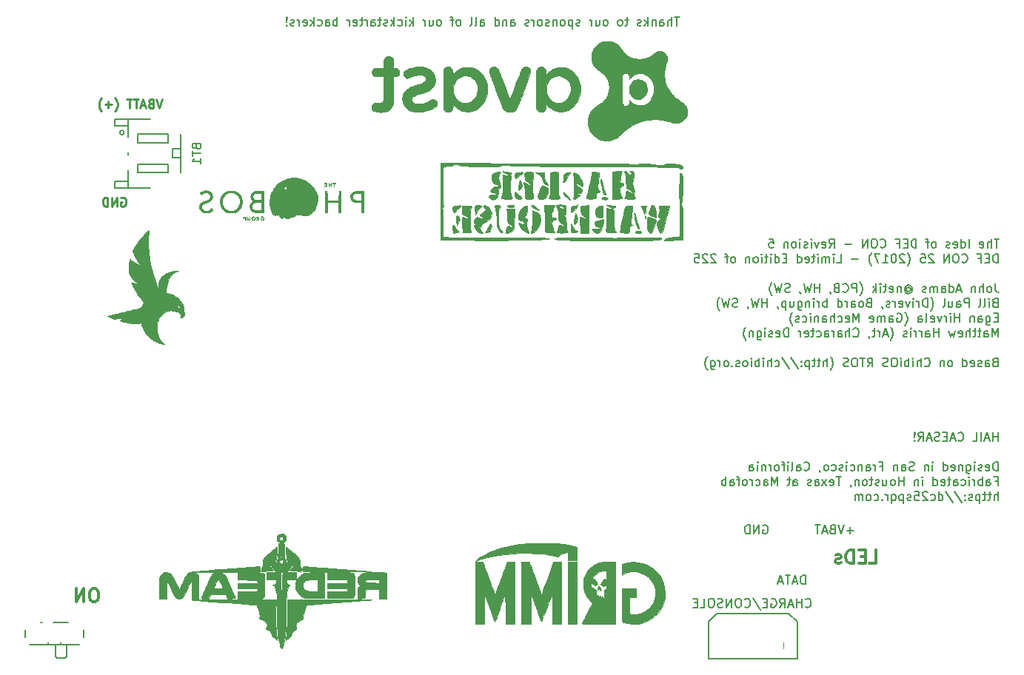
<source format=gbo>
G04 #@! TF.GenerationSoftware,KiCad,Pcbnew,(2016-12-18 revision 3ffa37c)-master*
G04 #@! TF.CreationDate,2017-05-23T14:06:46-07:00*
G04 #@! TF.ProjectId,badge-kicad,62616467652D6B696361642E6B696361,rev?*
G04 #@! TF.FileFunction,Legend,Bot*
G04 #@! TF.FilePolarity,Positive*
%FSLAX46Y46*%
G04 Gerber Fmt 4.6, Leading zero omitted, Abs format (unit mm)*
G04 Created by KiCad (PCBNEW (2016-12-18 revision 3ffa37c)-master) date Tuesday, May 23, 2017 'PMt' 02:06:46 PM*
%MOMM*%
%LPD*%
G01*
G04 APERTURE LIST*
%ADD10C,0.150000*%
%ADD11C,0.300000*%
%ADD12C,0.250000*%
%ADD13C,0.200000*%
%ADD14C,0.010000*%
%ADD15C,0.127000*%
%ADD16C,0.007620*%
%ADD17C,0.152400*%
G04 APERTURE END LIST*
D10*
D11*
X111958571Y-118940571D02*
X111672857Y-118940571D01*
X111530000Y-119012000D01*
X111387142Y-119154857D01*
X111315714Y-119440571D01*
X111315714Y-119940571D01*
X111387142Y-120226285D01*
X111530000Y-120369142D01*
X111672857Y-120440571D01*
X111958571Y-120440571D01*
X112101428Y-120369142D01*
X112244285Y-120226285D01*
X112315714Y-119940571D01*
X112315714Y-119440571D01*
X112244285Y-119154857D01*
X112101428Y-119012000D01*
X111958571Y-118940571D01*
X110672857Y-120440571D02*
X110672857Y-118940571D01*
X109815714Y-120440571D01*
X109815714Y-118940571D01*
D12*
X114901904Y-74232000D02*
X114997142Y-74184380D01*
X115140000Y-74184380D01*
X115282857Y-74232000D01*
X115378095Y-74327238D01*
X115425714Y-74422476D01*
X115473333Y-74612952D01*
X115473333Y-74755809D01*
X115425714Y-74946285D01*
X115378095Y-75041523D01*
X115282857Y-75136761D01*
X115140000Y-75184380D01*
X115044761Y-75184380D01*
X114901904Y-75136761D01*
X114854285Y-75089142D01*
X114854285Y-74755809D01*
X115044761Y-74755809D01*
X114425714Y-75184380D02*
X114425714Y-74184380D01*
X113854285Y-75184380D01*
X113854285Y-74184380D01*
X113378095Y-75184380D02*
X113378095Y-74184380D01*
X113140000Y-74184380D01*
X112997142Y-74232000D01*
X112901904Y-74327238D01*
X112854285Y-74422476D01*
X112806666Y-74612952D01*
X112806666Y-74755809D01*
X112854285Y-74946285D01*
X112901904Y-75041523D01*
X112997142Y-75136761D01*
X113140000Y-75184380D01*
X113378095Y-75184380D01*
X119630476Y-62944380D02*
X119297142Y-63944380D01*
X118963809Y-62944380D01*
X118297142Y-63420571D02*
X118154285Y-63468190D01*
X118106666Y-63515809D01*
X118059047Y-63611047D01*
X118059047Y-63753904D01*
X118106666Y-63849142D01*
X118154285Y-63896761D01*
X118249523Y-63944380D01*
X118630476Y-63944380D01*
X118630476Y-62944380D01*
X118297142Y-62944380D01*
X118201904Y-62992000D01*
X118154285Y-63039619D01*
X118106666Y-63134857D01*
X118106666Y-63230095D01*
X118154285Y-63325333D01*
X118201904Y-63372952D01*
X118297142Y-63420571D01*
X118630476Y-63420571D01*
X117678095Y-63658666D02*
X117201904Y-63658666D01*
X117773333Y-63944380D02*
X117440000Y-62944380D01*
X117106666Y-63944380D01*
X116916190Y-62944380D02*
X116344761Y-62944380D01*
X116630476Y-63944380D02*
X116630476Y-62944380D01*
X116154285Y-62944380D02*
X115582857Y-62944380D01*
X115868571Y-63944380D02*
X115868571Y-62944380D01*
X114201904Y-64325333D02*
X114249523Y-64277714D01*
X114344761Y-64134857D01*
X114392380Y-64039619D01*
X114440000Y-63896761D01*
X114487619Y-63658666D01*
X114487619Y-63468190D01*
X114440000Y-63230095D01*
X114392380Y-63087238D01*
X114344761Y-62992000D01*
X114249523Y-62849142D01*
X114201904Y-62801523D01*
X113820952Y-63563428D02*
X113059047Y-63563428D01*
X113440000Y-63944380D02*
X113440000Y-63182476D01*
X112678095Y-64325333D02*
X112630476Y-64277714D01*
X112535238Y-64134857D01*
X112487619Y-64039619D01*
X112440000Y-63896761D01*
X112392380Y-63658666D01*
X112392380Y-63468190D01*
X112440000Y-63230095D01*
X112487619Y-63087238D01*
X112535238Y-62992000D01*
X112630476Y-62849142D01*
X112678095Y-62801523D01*
D13*
X178763809Y-53544380D02*
X178192380Y-53544380D01*
X178478095Y-54544380D02*
X178478095Y-53544380D01*
X177859047Y-54544380D02*
X177859047Y-53544380D01*
X177430476Y-54544380D02*
X177430476Y-54020571D01*
X177478095Y-53925333D01*
X177573333Y-53877714D01*
X177716190Y-53877714D01*
X177811428Y-53925333D01*
X177859047Y-53972952D01*
X176525714Y-54544380D02*
X176525714Y-54020571D01*
X176573333Y-53925333D01*
X176668571Y-53877714D01*
X176859047Y-53877714D01*
X176954285Y-53925333D01*
X176525714Y-54496761D02*
X176620952Y-54544380D01*
X176859047Y-54544380D01*
X176954285Y-54496761D01*
X177001904Y-54401523D01*
X177001904Y-54306285D01*
X176954285Y-54211047D01*
X176859047Y-54163428D01*
X176620952Y-54163428D01*
X176525714Y-54115809D01*
X176049523Y-53877714D02*
X176049523Y-54544380D01*
X176049523Y-53972952D02*
X176001904Y-53925333D01*
X175906666Y-53877714D01*
X175763809Y-53877714D01*
X175668571Y-53925333D01*
X175620952Y-54020571D01*
X175620952Y-54544380D01*
X175144761Y-54544380D02*
X175144761Y-53544380D01*
X175049523Y-54163428D02*
X174763809Y-54544380D01*
X174763809Y-53877714D02*
X175144761Y-54258666D01*
X174382857Y-54496761D02*
X174287619Y-54544380D01*
X174097142Y-54544380D01*
X174001904Y-54496761D01*
X173954285Y-54401523D01*
X173954285Y-54353904D01*
X174001904Y-54258666D01*
X174097142Y-54211047D01*
X174240000Y-54211047D01*
X174335238Y-54163428D01*
X174382857Y-54068190D01*
X174382857Y-54020571D01*
X174335238Y-53925333D01*
X174240000Y-53877714D01*
X174097142Y-53877714D01*
X174001904Y-53925333D01*
X172906666Y-53877714D02*
X172525714Y-53877714D01*
X172763809Y-53544380D02*
X172763809Y-54401523D01*
X172716190Y-54496761D01*
X172620952Y-54544380D01*
X172525714Y-54544380D01*
X172049523Y-54544380D02*
X172144761Y-54496761D01*
X172192380Y-54449142D01*
X172240000Y-54353904D01*
X172240000Y-54068190D01*
X172192380Y-53972952D01*
X172144761Y-53925333D01*
X172049523Y-53877714D01*
X171906666Y-53877714D01*
X171811428Y-53925333D01*
X171763809Y-53972952D01*
X171716190Y-54068190D01*
X171716190Y-54353904D01*
X171763809Y-54449142D01*
X171811428Y-54496761D01*
X171906666Y-54544380D01*
X172049523Y-54544380D01*
X170382857Y-54544380D02*
X170478095Y-54496761D01*
X170525714Y-54449142D01*
X170573333Y-54353904D01*
X170573333Y-54068190D01*
X170525714Y-53972952D01*
X170478095Y-53925333D01*
X170382857Y-53877714D01*
X170240000Y-53877714D01*
X170144761Y-53925333D01*
X170097142Y-53972952D01*
X170049523Y-54068190D01*
X170049523Y-54353904D01*
X170097142Y-54449142D01*
X170144761Y-54496761D01*
X170240000Y-54544380D01*
X170382857Y-54544380D01*
X169192380Y-53877714D02*
X169192380Y-54544380D01*
X169620952Y-53877714D02*
X169620952Y-54401523D01*
X169573333Y-54496761D01*
X169478095Y-54544380D01*
X169335238Y-54544380D01*
X169240000Y-54496761D01*
X169192380Y-54449142D01*
X168716190Y-54544380D02*
X168716190Y-53877714D01*
X168716190Y-54068190D02*
X168668571Y-53972952D01*
X168620952Y-53925333D01*
X168525714Y-53877714D01*
X168430476Y-53877714D01*
X167382857Y-54496761D02*
X167287619Y-54544380D01*
X167097142Y-54544380D01*
X167001904Y-54496761D01*
X166954285Y-54401523D01*
X166954285Y-54353904D01*
X167001904Y-54258666D01*
X167097142Y-54211047D01*
X167240000Y-54211047D01*
X167335238Y-54163428D01*
X167382857Y-54068190D01*
X167382857Y-54020571D01*
X167335238Y-53925333D01*
X167240000Y-53877714D01*
X167097142Y-53877714D01*
X167001904Y-53925333D01*
X166525714Y-53877714D02*
X166525714Y-54877714D01*
X166525714Y-53925333D02*
X166430476Y-53877714D01*
X166240000Y-53877714D01*
X166144761Y-53925333D01*
X166097142Y-53972952D01*
X166049523Y-54068190D01*
X166049523Y-54353904D01*
X166097142Y-54449142D01*
X166144761Y-54496761D01*
X166240000Y-54544380D01*
X166430476Y-54544380D01*
X166525714Y-54496761D01*
X165478095Y-54544380D02*
X165573333Y-54496761D01*
X165620952Y-54449142D01*
X165668571Y-54353904D01*
X165668571Y-54068190D01*
X165620952Y-53972952D01*
X165573333Y-53925333D01*
X165478095Y-53877714D01*
X165335238Y-53877714D01*
X165240000Y-53925333D01*
X165192380Y-53972952D01*
X165144761Y-54068190D01*
X165144761Y-54353904D01*
X165192380Y-54449142D01*
X165240000Y-54496761D01*
X165335238Y-54544380D01*
X165478095Y-54544380D01*
X164716190Y-53877714D02*
X164716190Y-54544380D01*
X164716190Y-53972952D02*
X164668571Y-53925333D01*
X164573333Y-53877714D01*
X164430476Y-53877714D01*
X164335238Y-53925333D01*
X164287619Y-54020571D01*
X164287619Y-54544380D01*
X163859047Y-54496761D02*
X163763809Y-54544380D01*
X163573333Y-54544380D01*
X163478095Y-54496761D01*
X163430476Y-54401523D01*
X163430476Y-54353904D01*
X163478095Y-54258666D01*
X163573333Y-54211047D01*
X163716190Y-54211047D01*
X163811428Y-54163428D01*
X163859047Y-54068190D01*
X163859047Y-54020571D01*
X163811428Y-53925333D01*
X163716190Y-53877714D01*
X163573333Y-53877714D01*
X163478095Y-53925333D01*
X162859047Y-54544380D02*
X162954285Y-54496761D01*
X163001904Y-54449142D01*
X163049523Y-54353904D01*
X163049523Y-54068190D01*
X163001904Y-53972952D01*
X162954285Y-53925333D01*
X162859047Y-53877714D01*
X162716190Y-53877714D01*
X162620952Y-53925333D01*
X162573333Y-53972952D01*
X162525714Y-54068190D01*
X162525714Y-54353904D01*
X162573333Y-54449142D01*
X162620952Y-54496761D01*
X162716190Y-54544380D01*
X162859047Y-54544380D01*
X162097142Y-54544380D02*
X162097142Y-53877714D01*
X162097142Y-54068190D02*
X162049523Y-53972952D01*
X162001904Y-53925333D01*
X161906666Y-53877714D01*
X161811428Y-53877714D01*
X161525714Y-54496761D02*
X161430476Y-54544380D01*
X161240000Y-54544380D01*
X161144761Y-54496761D01*
X161097142Y-54401523D01*
X161097142Y-54353904D01*
X161144761Y-54258666D01*
X161240000Y-54211047D01*
X161382857Y-54211047D01*
X161478095Y-54163428D01*
X161525714Y-54068190D01*
X161525714Y-54020571D01*
X161478095Y-53925333D01*
X161382857Y-53877714D01*
X161240000Y-53877714D01*
X161144761Y-53925333D01*
X159478095Y-54544380D02*
X159478095Y-54020571D01*
X159525714Y-53925333D01*
X159620952Y-53877714D01*
X159811428Y-53877714D01*
X159906666Y-53925333D01*
X159478095Y-54496761D02*
X159573333Y-54544380D01*
X159811428Y-54544380D01*
X159906666Y-54496761D01*
X159954285Y-54401523D01*
X159954285Y-54306285D01*
X159906666Y-54211047D01*
X159811428Y-54163428D01*
X159573333Y-54163428D01*
X159478095Y-54115809D01*
X159001904Y-53877714D02*
X159001904Y-54544380D01*
X159001904Y-53972952D02*
X158954285Y-53925333D01*
X158859047Y-53877714D01*
X158716190Y-53877714D01*
X158620952Y-53925333D01*
X158573333Y-54020571D01*
X158573333Y-54544380D01*
X157668571Y-54544380D02*
X157668571Y-53544380D01*
X157668571Y-54496761D02*
X157763809Y-54544380D01*
X157954285Y-54544380D01*
X158049523Y-54496761D01*
X158097142Y-54449142D01*
X158144761Y-54353904D01*
X158144761Y-54068190D01*
X158097142Y-53972952D01*
X158049523Y-53925333D01*
X157954285Y-53877714D01*
X157763809Y-53877714D01*
X157668571Y-53925333D01*
X156001904Y-54544380D02*
X156001904Y-54020571D01*
X156049523Y-53925333D01*
X156144761Y-53877714D01*
X156335238Y-53877714D01*
X156430476Y-53925333D01*
X156001904Y-54496761D02*
X156097142Y-54544380D01*
X156335238Y-54544380D01*
X156430476Y-54496761D01*
X156478095Y-54401523D01*
X156478095Y-54306285D01*
X156430476Y-54211047D01*
X156335238Y-54163428D01*
X156097142Y-54163428D01*
X156001904Y-54115809D01*
X155382857Y-54544380D02*
X155478095Y-54496761D01*
X155525714Y-54401523D01*
X155525714Y-53544380D01*
X154859047Y-54544380D02*
X154954285Y-54496761D01*
X155001904Y-54401523D01*
X155001904Y-53544380D01*
X153573333Y-54544380D02*
X153668571Y-54496761D01*
X153716190Y-54449142D01*
X153763809Y-54353904D01*
X153763809Y-54068190D01*
X153716190Y-53972952D01*
X153668571Y-53925333D01*
X153573333Y-53877714D01*
X153430476Y-53877714D01*
X153335238Y-53925333D01*
X153287619Y-53972952D01*
X153240000Y-54068190D01*
X153240000Y-54353904D01*
X153287619Y-54449142D01*
X153335238Y-54496761D01*
X153430476Y-54544380D01*
X153573333Y-54544380D01*
X152954285Y-53877714D02*
X152573333Y-53877714D01*
X152811428Y-54544380D02*
X152811428Y-53687238D01*
X152763809Y-53592000D01*
X152668571Y-53544380D01*
X152573333Y-53544380D01*
X151335238Y-54544380D02*
X151430476Y-54496761D01*
X151478095Y-54449142D01*
X151525714Y-54353904D01*
X151525714Y-54068190D01*
X151478095Y-53972952D01*
X151430476Y-53925333D01*
X151335238Y-53877714D01*
X151192380Y-53877714D01*
X151097142Y-53925333D01*
X151049523Y-53972952D01*
X151001904Y-54068190D01*
X151001904Y-54353904D01*
X151049523Y-54449142D01*
X151097142Y-54496761D01*
X151192380Y-54544380D01*
X151335238Y-54544380D01*
X150144761Y-53877714D02*
X150144761Y-54544380D01*
X150573333Y-53877714D02*
X150573333Y-54401523D01*
X150525714Y-54496761D01*
X150430476Y-54544380D01*
X150287619Y-54544380D01*
X150192380Y-54496761D01*
X150144761Y-54449142D01*
X149668571Y-54544380D02*
X149668571Y-53877714D01*
X149668571Y-54068190D02*
X149620952Y-53972952D01*
X149573333Y-53925333D01*
X149478095Y-53877714D01*
X149382857Y-53877714D01*
X148287619Y-54544380D02*
X148287619Y-53544380D01*
X148192380Y-54163428D02*
X147906666Y-54544380D01*
X147906666Y-53877714D02*
X148287619Y-54258666D01*
X147478095Y-54544380D02*
X147478095Y-53877714D01*
X147478095Y-53544380D02*
X147525714Y-53592000D01*
X147478095Y-53639619D01*
X147430476Y-53592000D01*
X147478095Y-53544380D01*
X147478095Y-53639619D01*
X146573333Y-54496761D02*
X146668571Y-54544380D01*
X146859047Y-54544380D01*
X146954285Y-54496761D01*
X147001904Y-54449142D01*
X147049523Y-54353904D01*
X147049523Y-54068190D01*
X147001904Y-53972952D01*
X146954285Y-53925333D01*
X146859047Y-53877714D01*
X146668571Y-53877714D01*
X146573333Y-53925333D01*
X146144761Y-54544380D02*
X146144761Y-53544380D01*
X146049523Y-54163428D02*
X145763809Y-54544380D01*
X145763809Y-53877714D02*
X146144761Y-54258666D01*
X145382857Y-54496761D02*
X145287619Y-54544380D01*
X145097142Y-54544380D01*
X145001904Y-54496761D01*
X144954285Y-54401523D01*
X144954285Y-54353904D01*
X145001904Y-54258666D01*
X145097142Y-54211047D01*
X145240000Y-54211047D01*
X145335238Y-54163428D01*
X145382857Y-54068190D01*
X145382857Y-54020571D01*
X145335238Y-53925333D01*
X145240000Y-53877714D01*
X145097142Y-53877714D01*
X145001904Y-53925333D01*
X144668571Y-53877714D02*
X144287619Y-53877714D01*
X144525714Y-53544380D02*
X144525714Y-54401523D01*
X144478095Y-54496761D01*
X144382857Y-54544380D01*
X144287619Y-54544380D01*
X143525714Y-54544380D02*
X143525714Y-54020571D01*
X143573333Y-53925333D01*
X143668571Y-53877714D01*
X143859047Y-53877714D01*
X143954285Y-53925333D01*
X143525714Y-54496761D02*
X143620952Y-54544380D01*
X143859047Y-54544380D01*
X143954285Y-54496761D01*
X144001904Y-54401523D01*
X144001904Y-54306285D01*
X143954285Y-54211047D01*
X143859047Y-54163428D01*
X143620952Y-54163428D01*
X143525714Y-54115809D01*
X143049523Y-54544380D02*
X143049523Y-53877714D01*
X143049523Y-54068190D02*
X143001904Y-53972952D01*
X142954285Y-53925333D01*
X142859047Y-53877714D01*
X142763809Y-53877714D01*
X142573333Y-53877714D02*
X142192380Y-53877714D01*
X142430476Y-53544380D02*
X142430476Y-54401523D01*
X142382857Y-54496761D01*
X142287619Y-54544380D01*
X142192380Y-54544380D01*
X141478095Y-54496761D02*
X141573333Y-54544380D01*
X141763809Y-54544380D01*
X141859047Y-54496761D01*
X141906666Y-54401523D01*
X141906666Y-54020571D01*
X141859047Y-53925333D01*
X141763809Y-53877714D01*
X141573333Y-53877714D01*
X141478095Y-53925333D01*
X141430476Y-54020571D01*
X141430476Y-54115809D01*
X141906666Y-54211047D01*
X141001904Y-54544380D02*
X141001904Y-53877714D01*
X141001904Y-54068190D02*
X140954285Y-53972952D01*
X140906666Y-53925333D01*
X140811428Y-53877714D01*
X140716190Y-53877714D01*
X139620952Y-54544380D02*
X139620952Y-53544380D01*
X139620952Y-53925333D02*
X139525714Y-53877714D01*
X139335238Y-53877714D01*
X139240000Y-53925333D01*
X139192380Y-53972952D01*
X139144761Y-54068190D01*
X139144761Y-54353904D01*
X139192380Y-54449142D01*
X139240000Y-54496761D01*
X139335238Y-54544380D01*
X139525714Y-54544380D01*
X139620952Y-54496761D01*
X138287619Y-54544380D02*
X138287619Y-54020571D01*
X138335238Y-53925333D01*
X138430476Y-53877714D01*
X138620952Y-53877714D01*
X138716190Y-53925333D01*
X138287619Y-54496761D02*
X138382857Y-54544380D01*
X138620952Y-54544380D01*
X138716190Y-54496761D01*
X138763809Y-54401523D01*
X138763809Y-54306285D01*
X138716190Y-54211047D01*
X138620952Y-54163428D01*
X138382857Y-54163428D01*
X138287619Y-54115809D01*
X137382857Y-54496761D02*
X137478095Y-54544380D01*
X137668571Y-54544380D01*
X137763809Y-54496761D01*
X137811428Y-54449142D01*
X137859047Y-54353904D01*
X137859047Y-54068190D01*
X137811428Y-53972952D01*
X137763809Y-53925333D01*
X137668571Y-53877714D01*
X137478095Y-53877714D01*
X137382857Y-53925333D01*
X136954285Y-54544380D02*
X136954285Y-53544380D01*
X136859047Y-54163428D02*
X136573333Y-54544380D01*
X136573333Y-53877714D02*
X136954285Y-54258666D01*
X135763809Y-54496761D02*
X135859047Y-54544380D01*
X136049523Y-54544380D01*
X136144761Y-54496761D01*
X136192380Y-54401523D01*
X136192380Y-54020571D01*
X136144761Y-53925333D01*
X136049523Y-53877714D01*
X135859047Y-53877714D01*
X135763809Y-53925333D01*
X135716190Y-54020571D01*
X135716190Y-54115809D01*
X136192380Y-54211047D01*
X135287619Y-54544380D02*
X135287619Y-53877714D01*
X135287619Y-54068190D02*
X135240000Y-53972952D01*
X135192380Y-53925333D01*
X135097142Y-53877714D01*
X135001904Y-53877714D01*
X134716190Y-54496761D02*
X134620952Y-54544380D01*
X134430476Y-54544380D01*
X134335238Y-54496761D01*
X134287619Y-54401523D01*
X134287619Y-54353904D01*
X134335238Y-54258666D01*
X134430476Y-54211047D01*
X134573333Y-54211047D01*
X134668571Y-54163428D01*
X134716190Y-54068190D01*
X134716190Y-54020571D01*
X134668571Y-53925333D01*
X134573333Y-53877714D01*
X134430476Y-53877714D01*
X134335238Y-53925333D01*
X133859047Y-54449142D02*
X133811428Y-54496761D01*
X133859047Y-54544380D01*
X133906666Y-54496761D01*
X133859047Y-54449142D01*
X133859047Y-54544380D01*
X133859047Y-54163428D02*
X133906666Y-53592000D01*
X133859047Y-53544380D01*
X133811428Y-53592000D01*
X133859047Y-54163428D01*
X133859047Y-53544380D01*
X215306761Y-78944380D02*
X214735333Y-78944380D01*
X215021047Y-79944380D02*
X215021047Y-78944380D01*
X214402000Y-79944380D02*
X214402000Y-78944380D01*
X213973428Y-79944380D02*
X213973428Y-79420571D01*
X214021047Y-79325333D01*
X214116285Y-79277714D01*
X214259142Y-79277714D01*
X214354380Y-79325333D01*
X214402000Y-79372952D01*
X213116285Y-79896761D02*
X213211523Y-79944380D01*
X213402000Y-79944380D01*
X213497238Y-79896761D01*
X213544857Y-79801523D01*
X213544857Y-79420571D01*
X213497238Y-79325333D01*
X213402000Y-79277714D01*
X213211523Y-79277714D01*
X213116285Y-79325333D01*
X213068666Y-79420571D01*
X213068666Y-79515809D01*
X213544857Y-79611047D01*
X211878190Y-79944380D02*
X211878190Y-78944380D01*
X210973428Y-79944380D02*
X210973428Y-78944380D01*
X210973428Y-79896761D02*
X211068666Y-79944380D01*
X211259142Y-79944380D01*
X211354380Y-79896761D01*
X211402000Y-79849142D01*
X211449619Y-79753904D01*
X211449619Y-79468190D01*
X211402000Y-79372952D01*
X211354380Y-79325333D01*
X211259142Y-79277714D01*
X211068666Y-79277714D01*
X210973428Y-79325333D01*
X210116285Y-79896761D02*
X210211523Y-79944380D01*
X210402000Y-79944380D01*
X210497238Y-79896761D01*
X210544857Y-79801523D01*
X210544857Y-79420571D01*
X210497238Y-79325333D01*
X210402000Y-79277714D01*
X210211523Y-79277714D01*
X210116285Y-79325333D01*
X210068666Y-79420571D01*
X210068666Y-79515809D01*
X210544857Y-79611047D01*
X209687714Y-79896761D02*
X209592476Y-79944380D01*
X209402000Y-79944380D01*
X209306761Y-79896761D01*
X209259142Y-79801523D01*
X209259142Y-79753904D01*
X209306761Y-79658666D01*
X209402000Y-79611047D01*
X209544857Y-79611047D01*
X209640095Y-79563428D01*
X209687714Y-79468190D01*
X209687714Y-79420571D01*
X209640095Y-79325333D01*
X209544857Y-79277714D01*
X209402000Y-79277714D01*
X209306761Y-79325333D01*
X207925809Y-79944380D02*
X208021047Y-79896761D01*
X208068666Y-79849142D01*
X208116285Y-79753904D01*
X208116285Y-79468190D01*
X208068666Y-79372952D01*
X208021047Y-79325333D01*
X207925809Y-79277714D01*
X207782952Y-79277714D01*
X207687714Y-79325333D01*
X207640095Y-79372952D01*
X207592476Y-79468190D01*
X207592476Y-79753904D01*
X207640095Y-79849142D01*
X207687714Y-79896761D01*
X207782952Y-79944380D01*
X207925809Y-79944380D01*
X207306761Y-79277714D02*
X206925809Y-79277714D01*
X207163904Y-79944380D02*
X207163904Y-79087238D01*
X207116285Y-78992000D01*
X207021047Y-78944380D01*
X206925809Y-78944380D01*
X205830571Y-79944380D02*
X205830571Y-78944380D01*
X205592476Y-78944380D01*
X205449619Y-78992000D01*
X205354380Y-79087238D01*
X205306761Y-79182476D01*
X205259142Y-79372952D01*
X205259142Y-79515809D01*
X205306761Y-79706285D01*
X205354380Y-79801523D01*
X205449619Y-79896761D01*
X205592476Y-79944380D01*
X205830571Y-79944380D01*
X204830571Y-79420571D02*
X204497238Y-79420571D01*
X204354380Y-79944380D02*
X204830571Y-79944380D01*
X204830571Y-78944380D01*
X204354380Y-78944380D01*
X203592476Y-79420571D02*
X203925809Y-79420571D01*
X203925809Y-79944380D02*
X203925809Y-78944380D01*
X203449619Y-78944380D01*
X201735333Y-79849142D02*
X201782952Y-79896761D01*
X201925809Y-79944380D01*
X202021047Y-79944380D01*
X202163904Y-79896761D01*
X202259142Y-79801523D01*
X202306761Y-79706285D01*
X202354380Y-79515809D01*
X202354380Y-79372952D01*
X202306761Y-79182476D01*
X202259142Y-79087238D01*
X202163904Y-78992000D01*
X202021047Y-78944380D01*
X201925809Y-78944380D01*
X201782952Y-78992000D01*
X201735333Y-79039619D01*
X201116285Y-78944380D02*
X200925809Y-78944380D01*
X200830571Y-78992000D01*
X200735333Y-79087238D01*
X200687714Y-79277714D01*
X200687714Y-79611047D01*
X200735333Y-79801523D01*
X200830571Y-79896761D01*
X200925809Y-79944380D01*
X201116285Y-79944380D01*
X201211523Y-79896761D01*
X201306761Y-79801523D01*
X201354380Y-79611047D01*
X201354380Y-79277714D01*
X201306761Y-79087238D01*
X201211523Y-78992000D01*
X201116285Y-78944380D01*
X200259142Y-79944380D02*
X200259142Y-78944380D01*
X199687714Y-79944380D01*
X199687714Y-78944380D01*
X198449619Y-79563428D02*
X197687714Y-79563428D01*
X195878190Y-79944380D02*
X196211523Y-79468190D01*
X196449619Y-79944380D02*
X196449619Y-78944380D01*
X196068666Y-78944380D01*
X195973428Y-78992000D01*
X195925809Y-79039619D01*
X195878190Y-79134857D01*
X195878190Y-79277714D01*
X195925809Y-79372952D01*
X195973428Y-79420571D01*
X196068666Y-79468190D01*
X196449619Y-79468190D01*
X195068666Y-79896761D02*
X195163904Y-79944380D01*
X195354380Y-79944380D01*
X195449619Y-79896761D01*
X195497238Y-79801523D01*
X195497238Y-79420571D01*
X195449619Y-79325333D01*
X195354380Y-79277714D01*
X195163904Y-79277714D01*
X195068666Y-79325333D01*
X195021047Y-79420571D01*
X195021047Y-79515809D01*
X195497238Y-79611047D01*
X194687714Y-79277714D02*
X194449619Y-79944380D01*
X194211523Y-79277714D01*
X193830571Y-79944380D02*
X193830571Y-79277714D01*
X193830571Y-78944380D02*
X193878190Y-78992000D01*
X193830571Y-79039619D01*
X193782952Y-78992000D01*
X193830571Y-78944380D01*
X193830571Y-79039619D01*
X193402000Y-79896761D02*
X193306761Y-79944380D01*
X193116285Y-79944380D01*
X193021047Y-79896761D01*
X192973428Y-79801523D01*
X192973428Y-79753904D01*
X193021047Y-79658666D01*
X193116285Y-79611047D01*
X193259142Y-79611047D01*
X193354380Y-79563428D01*
X193402000Y-79468190D01*
X193402000Y-79420571D01*
X193354380Y-79325333D01*
X193259142Y-79277714D01*
X193116285Y-79277714D01*
X193021047Y-79325333D01*
X192544857Y-79944380D02*
X192544857Y-79277714D01*
X192544857Y-78944380D02*
X192592476Y-78992000D01*
X192544857Y-79039619D01*
X192497238Y-78992000D01*
X192544857Y-78944380D01*
X192544857Y-79039619D01*
X191925809Y-79944380D02*
X192021047Y-79896761D01*
X192068666Y-79849142D01*
X192116285Y-79753904D01*
X192116285Y-79468190D01*
X192068666Y-79372952D01*
X192021047Y-79325333D01*
X191925809Y-79277714D01*
X191782952Y-79277714D01*
X191687714Y-79325333D01*
X191640095Y-79372952D01*
X191592476Y-79468190D01*
X191592476Y-79753904D01*
X191640095Y-79849142D01*
X191687714Y-79896761D01*
X191782952Y-79944380D01*
X191925809Y-79944380D01*
X191163904Y-79277714D02*
X191163904Y-79944380D01*
X191163904Y-79372952D02*
X191116285Y-79325333D01*
X191021047Y-79277714D01*
X190878190Y-79277714D01*
X190782952Y-79325333D01*
X190735333Y-79420571D01*
X190735333Y-79944380D01*
X189021047Y-78944380D02*
X189497238Y-78944380D01*
X189544857Y-79420571D01*
X189497238Y-79372952D01*
X189402000Y-79325333D01*
X189163904Y-79325333D01*
X189068666Y-79372952D01*
X189021047Y-79420571D01*
X188973428Y-79515809D01*
X188973428Y-79753904D01*
X189021047Y-79849142D01*
X189068666Y-79896761D01*
X189163904Y-79944380D01*
X189402000Y-79944380D01*
X189497238Y-79896761D01*
X189544857Y-79849142D01*
X215163904Y-81644380D02*
X215163904Y-80644380D01*
X214925809Y-80644380D01*
X214782952Y-80692000D01*
X214687714Y-80787238D01*
X214640095Y-80882476D01*
X214592476Y-81072952D01*
X214592476Y-81215809D01*
X214640095Y-81406285D01*
X214687714Y-81501523D01*
X214782952Y-81596761D01*
X214925809Y-81644380D01*
X215163904Y-81644380D01*
X214163904Y-81120571D02*
X213830571Y-81120571D01*
X213687714Y-81644380D02*
X214163904Y-81644380D01*
X214163904Y-80644380D01*
X213687714Y-80644380D01*
X212925809Y-81120571D02*
X213259142Y-81120571D01*
X213259142Y-81644380D02*
X213259142Y-80644380D01*
X212782952Y-80644380D01*
X211068666Y-81549142D02*
X211116285Y-81596761D01*
X211259142Y-81644380D01*
X211354380Y-81644380D01*
X211497238Y-81596761D01*
X211592476Y-81501523D01*
X211640095Y-81406285D01*
X211687714Y-81215809D01*
X211687714Y-81072952D01*
X211640095Y-80882476D01*
X211592476Y-80787238D01*
X211497238Y-80692000D01*
X211354380Y-80644380D01*
X211259142Y-80644380D01*
X211116285Y-80692000D01*
X211068666Y-80739619D01*
X210449619Y-80644380D02*
X210259142Y-80644380D01*
X210163904Y-80692000D01*
X210068666Y-80787238D01*
X210021047Y-80977714D01*
X210021047Y-81311047D01*
X210068666Y-81501523D01*
X210163904Y-81596761D01*
X210259142Y-81644380D01*
X210449619Y-81644380D01*
X210544857Y-81596761D01*
X210640095Y-81501523D01*
X210687714Y-81311047D01*
X210687714Y-80977714D01*
X210640095Y-80787238D01*
X210544857Y-80692000D01*
X210449619Y-80644380D01*
X209592476Y-81644380D02*
X209592476Y-80644380D01*
X209021047Y-81644380D01*
X209021047Y-80644380D01*
X207830571Y-80739619D02*
X207782952Y-80692000D01*
X207687714Y-80644380D01*
X207449619Y-80644380D01*
X207354380Y-80692000D01*
X207306761Y-80739619D01*
X207259142Y-80834857D01*
X207259142Y-80930095D01*
X207306761Y-81072952D01*
X207878190Y-81644380D01*
X207259142Y-81644380D01*
X206354380Y-80644380D02*
X206830571Y-80644380D01*
X206878190Y-81120571D01*
X206830571Y-81072952D01*
X206735333Y-81025333D01*
X206497238Y-81025333D01*
X206402000Y-81072952D01*
X206354380Y-81120571D01*
X206306761Y-81215809D01*
X206306761Y-81453904D01*
X206354380Y-81549142D01*
X206402000Y-81596761D01*
X206497238Y-81644380D01*
X206735333Y-81644380D01*
X206830571Y-81596761D01*
X206878190Y-81549142D01*
X204830571Y-82025333D02*
X204878190Y-81977714D01*
X204973428Y-81834857D01*
X205021047Y-81739619D01*
X205068666Y-81596761D01*
X205116285Y-81358666D01*
X205116285Y-81168190D01*
X205068666Y-80930095D01*
X205021047Y-80787238D01*
X204973428Y-80692000D01*
X204878190Y-80549142D01*
X204830571Y-80501523D01*
X204497238Y-80739619D02*
X204449619Y-80692000D01*
X204354380Y-80644380D01*
X204116285Y-80644380D01*
X204021047Y-80692000D01*
X203973428Y-80739619D01*
X203925809Y-80834857D01*
X203925809Y-80930095D01*
X203973428Y-81072952D01*
X204544857Y-81644380D01*
X203925809Y-81644380D01*
X203306761Y-80644380D02*
X203211523Y-80644380D01*
X203116285Y-80692000D01*
X203068666Y-80739619D01*
X203021047Y-80834857D01*
X202973428Y-81025333D01*
X202973428Y-81263428D01*
X203021047Y-81453904D01*
X203068666Y-81549142D01*
X203116285Y-81596761D01*
X203211523Y-81644380D01*
X203306761Y-81644380D01*
X203402000Y-81596761D01*
X203449619Y-81549142D01*
X203497238Y-81453904D01*
X203544857Y-81263428D01*
X203544857Y-81025333D01*
X203497238Y-80834857D01*
X203449619Y-80739619D01*
X203402000Y-80692000D01*
X203306761Y-80644380D01*
X202021047Y-81644380D02*
X202592476Y-81644380D01*
X202306761Y-81644380D02*
X202306761Y-80644380D01*
X202402000Y-80787238D01*
X202497238Y-80882476D01*
X202592476Y-80930095D01*
X201687714Y-80644380D02*
X201021047Y-80644380D01*
X201449619Y-81644380D01*
X200735333Y-82025333D02*
X200687714Y-81977714D01*
X200592476Y-81834857D01*
X200544857Y-81739619D01*
X200497238Y-81596761D01*
X200449619Y-81358666D01*
X200449619Y-81168190D01*
X200497238Y-80930095D01*
X200544857Y-80787238D01*
X200592476Y-80692000D01*
X200687714Y-80549142D01*
X200735333Y-80501523D01*
X199211523Y-81263428D02*
X198449619Y-81263428D01*
X196735333Y-81644380D02*
X197211523Y-81644380D01*
X197211523Y-80644380D01*
X196402000Y-81644380D02*
X196402000Y-80977714D01*
X196402000Y-80644380D02*
X196449619Y-80692000D01*
X196402000Y-80739619D01*
X196354380Y-80692000D01*
X196402000Y-80644380D01*
X196402000Y-80739619D01*
X195925809Y-81644380D02*
X195925809Y-80977714D01*
X195925809Y-81072952D02*
X195878190Y-81025333D01*
X195782952Y-80977714D01*
X195640095Y-80977714D01*
X195544857Y-81025333D01*
X195497238Y-81120571D01*
X195497238Y-81644380D01*
X195497238Y-81120571D02*
X195449619Y-81025333D01*
X195354380Y-80977714D01*
X195211523Y-80977714D01*
X195116285Y-81025333D01*
X195068666Y-81120571D01*
X195068666Y-81644380D01*
X194592476Y-81644380D02*
X194592476Y-80977714D01*
X194592476Y-80644380D02*
X194640095Y-80692000D01*
X194592476Y-80739619D01*
X194544857Y-80692000D01*
X194592476Y-80644380D01*
X194592476Y-80739619D01*
X194259142Y-80977714D02*
X193878190Y-80977714D01*
X194116285Y-80644380D02*
X194116285Y-81501523D01*
X194068666Y-81596761D01*
X193973428Y-81644380D01*
X193878190Y-81644380D01*
X193163904Y-81596761D02*
X193259142Y-81644380D01*
X193449619Y-81644380D01*
X193544857Y-81596761D01*
X193592476Y-81501523D01*
X193592476Y-81120571D01*
X193544857Y-81025333D01*
X193449619Y-80977714D01*
X193259142Y-80977714D01*
X193163904Y-81025333D01*
X193116285Y-81120571D01*
X193116285Y-81215809D01*
X193592476Y-81311047D01*
X192259142Y-81644380D02*
X192259142Y-80644380D01*
X192259142Y-81596761D02*
X192354380Y-81644380D01*
X192544857Y-81644380D01*
X192640095Y-81596761D01*
X192687714Y-81549142D01*
X192735333Y-81453904D01*
X192735333Y-81168190D01*
X192687714Y-81072952D01*
X192640095Y-81025333D01*
X192544857Y-80977714D01*
X192354380Y-80977714D01*
X192259142Y-81025333D01*
X191021047Y-81120571D02*
X190687714Y-81120571D01*
X190544857Y-81644380D02*
X191021047Y-81644380D01*
X191021047Y-80644380D01*
X190544857Y-80644380D01*
X189687714Y-81644380D02*
X189687714Y-80644380D01*
X189687714Y-81596761D02*
X189782952Y-81644380D01*
X189973428Y-81644380D01*
X190068666Y-81596761D01*
X190116285Y-81549142D01*
X190163904Y-81453904D01*
X190163904Y-81168190D01*
X190116285Y-81072952D01*
X190068666Y-81025333D01*
X189973428Y-80977714D01*
X189782952Y-80977714D01*
X189687714Y-81025333D01*
X189211523Y-81644380D02*
X189211523Y-80977714D01*
X189211523Y-80644380D02*
X189259142Y-80692000D01*
X189211523Y-80739619D01*
X189163904Y-80692000D01*
X189211523Y-80644380D01*
X189211523Y-80739619D01*
X188878190Y-80977714D02*
X188497238Y-80977714D01*
X188735333Y-80644380D02*
X188735333Y-81501523D01*
X188687714Y-81596761D01*
X188592476Y-81644380D01*
X188497238Y-81644380D01*
X188163904Y-81644380D02*
X188163904Y-80977714D01*
X188163904Y-80644380D02*
X188211523Y-80692000D01*
X188163904Y-80739619D01*
X188116285Y-80692000D01*
X188163904Y-80644380D01*
X188163904Y-80739619D01*
X187544857Y-81644380D02*
X187640095Y-81596761D01*
X187687714Y-81549142D01*
X187735333Y-81453904D01*
X187735333Y-81168190D01*
X187687714Y-81072952D01*
X187640095Y-81025333D01*
X187544857Y-80977714D01*
X187402000Y-80977714D01*
X187306761Y-81025333D01*
X187259142Y-81072952D01*
X187211523Y-81168190D01*
X187211523Y-81453904D01*
X187259142Y-81549142D01*
X187306761Y-81596761D01*
X187402000Y-81644380D01*
X187544857Y-81644380D01*
X186782952Y-80977714D02*
X186782952Y-81644380D01*
X186782952Y-81072952D02*
X186735333Y-81025333D01*
X186640095Y-80977714D01*
X186497238Y-80977714D01*
X186402000Y-81025333D01*
X186354380Y-81120571D01*
X186354380Y-81644380D01*
X184973428Y-81644380D02*
X185068666Y-81596761D01*
X185116285Y-81549142D01*
X185163904Y-81453904D01*
X185163904Y-81168190D01*
X185116285Y-81072952D01*
X185068666Y-81025333D01*
X184973428Y-80977714D01*
X184830571Y-80977714D01*
X184735333Y-81025333D01*
X184687714Y-81072952D01*
X184640095Y-81168190D01*
X184640095Y-81453904D01*
X184687714Y-81549142D01*
X184735333Y-81596761D01*
X184830571Y-81644380D01*
X184973428Y-81644380D01*
X184354380Y-80977714D02*
X183973428Y-80977714D01*
X184211523Y-81644380D02*
X184211523Y-80787238D01*
X184163904Y-80692000D01*
X184068666Y-80644380D01*
X183973428Y-80644380D01*
X182925809Y-80739619D02*
X182878190Y-80692000D01*
X182782952Y-80644380D01*
X182544857Y-80644380D01*
X182449619Y-80692000D01*
X182402000Y-80739619D01*
X182354380Y-80834857D01*
X182354380Y-80930095D01*
X182402000Y-81072952D01*
X182973428Y-81644380D01*
X182354380Y-81644380D01*
X181973428Y-80739619D02*
X181925809Y-80692000D01*
X181830571Y-80644380D01*
X181592476Y-80644380D01*
X181497238Y-80692000D01*
X181449619Y-80739619D01*
X181402000Y-80834857D01*
X181402000Y-80930095D01*
X181449619Y-81072952D01*
X182021047Y-81644380D01*
X181402000Y-81644380D01*
X180497238Y-80644380D02*
X180973428Y-80644380D01*
X181021047Y-81120571D01*
X180973428Y-81072952D01*
X180878190Y-81025333D01*
X180640095Y-81025333D01*
X180544857Y-81072952D01*
X180497238Y-81120571D01*
X180449619Y-81215809D01*
X180449619Y-81453904D01*
X180497238Y-81549142D01*
X180544857Y-81596761D01*
X180640095Y-81644380D01*
X180878190Y-81644380D01*
X180973428Y-81596761D01*
X181021047Y-81549142D01*
X214878190Y-84044380D02*
X214878190Y-84758666D01*
X214925809Y-84901523D01*
X215021047Y-84996761D01*
X215163904Y-85044380D01*
X215259142Y-85044380D01*
X214259142Y-85044380D02*
X214354380Y-84996761D01*
X214402000Y-84949142D01*
X214449619Y-84853904D01*
X214449619Y-84568190D01*
X214402000Y-84472952D01*
X214354380Y-84425333D01*
X214259142Y-84377714D01*
X214116285Y-84377714D01*
X214021047Y-84425333D01*
X213973428Y-84472952D01*
X213925809Y-84568190D01*
X213925809Y-84853904D01*
X213973428Y-84949142D01*
X214021047Y-84996761D01*
X214116285Y-85044380D01*
X214259142Y-85044380D01*
X213497238Y-85044380D02*
X213497238Y-84044380D01*
X213068666Y-85044380D02*
X213068666Y-84520571D01*
X213116285Y-84425333D01*
X213211523Y-84377714D01*
X213354380Y-84377714D01*
X213449619Y-84425333D01*
X213497238Y-84472952D01*
X212592476Y-84377714D02*
X212592476Y-85044380D01*
X212592476Y-84472952D02*
X212544857Y-84425333D01*
X212449619Y-84377714D01*
X212306761Y-84377714D01*
X212211523Y-84425333D01*
X212163904Y-84520571D01*
X212163904Y-85044380D01*
X210973428Y-84758666D02*
X210497238Y-84758666D01*
X211068666Y-85044380D02*
X210735333Y-84044380D01*
X210402000Y-85044380D01*
X209640095Y-85044380D02*
X209640095Y-84044380D01*
X209640095Y-84996761D02*
X209735333Y-85044380D01*
X209925809Y-85044380D01*
X210021047Y-84996761D01*
X210068666Y-84949142D01*
X210116285Y-84853904D01*
X210116285Y-84568190D01*
X210068666Y-84472952D01*
X210021047Y-84425333D01*
X209925809Y-84377714D01*
X209735333Y-84377714D01*
X209640095Y-84425333D01*
X208735333Y-85044380D02*
X208735333Y-84520571D01*
X208782952Y-84425333D01*
X208878190Y-84377714D01*
X209068666Y-84377714D01*
X209163904Y-84425333D01*
X208735333Y-84996761D02*
X208830571Y-85044380D01*
X209068666Y-85044380D01*
X209163904Y-84996761D01*
X209211523Y-84901523D01*
X209211523Y-84806285D01*
X209163904Y-84711047D01*
X209068666Y-84663428D01*
X208830571Y-84663428D01*
X208735333Y-84615809D01*
X208259142Y-85044380D02*
X208259142Y-84377714D01*
X208259142Y-84472952D02*
X208211523Y-84425333D01*
X208116285Y-84377714D01*
X207973428Y-84377714D01*
X207878190Y-84425333D01*
X207830571Y-84520571D01*
X207830571Y-85044380D01*
X207830571Y-84520571D02*
X207782952Y-84425333D01*
X207687714Y-84377714D01*
X207544857Y-84377714D01*
X207449619Y-84425333D01*
X207402000Y-84520571D01*
X207402000Y-85044380D01*
X206973428Y-84996761D02*
X206878190Y-85044380D01*
X206687714Y-85044380D01*
X206592476Y-84996761D01*
X206544857Y-84901523D01*
X206544857Y-84853904D01*
X206592476Y-84758666D01*
X206687714Y-84711047D01*
X206830571Y-84711047D01*
X206925809Y-84663428D01*
X206973428Y-84568190D01*
X206973428Y-84520571D01*
X206925809Y-84425333D01*
X206830571Y-84377714D01*
X206687714Y-84377714D01*
X206592476Y-84425333D01*
X204735333Y-84568190D02*
X204782952Y-84520571D01*
X204878190Y-84472952D01*
X204973428Y-84472952D01*
X205068666Y-84520571D01*
X205116285Y-84568190D01*
X205163904Y-84663428D01*
X205163904Y-84758666D01*
X205116285Y-84853904D01*
X205068666Y-84901523D01*
X204973428Y-84949142D01*
X204878190Y-84949142D01*
X204782952Y-84901523D01*
X204735333Y-84853904D01*
X204735333Y-84472952D02*
X204735333Y-84853904D01*
X204687714Y-84901523D01*
X204640095Y-84901523D01*
X204544857Y-84853904D01*
X204497238Y-84758666D01*
X204497238Y-84520571D01*
X204592476Y-84377714D01*
X204735333Y-84282476D01*
X204925809Y-84234857D01*
X205116285Y-84282476D01*
X205259142Y-84377714D01*
X205354380Y-84520571D01*
X205402000Y-84711047D01*
X205354380Y-84901523D01*
X205259142Y-85044380D01*
X205116285Y-85139619D01*
X204925809Y-85187238D01*
X204735333Y-85139619D01*
X204592476Y-85044380D01*
X204068666Y-84377714D02*
X204068666Y-85044380D01*
X204068666Y-84472952D02*
X204021047Y-84425333D01*
X203925809Y-84377714D01*
X203782952Y-84377714D01*
X203687714Y-84425333D01*
X203640095Y-84520571D01*
X203640095Y-85044380D01*
X202782952Y-84996761D02*
X202878190Y-85044380D01*
X203068666Y-85044380D01*
X203163904Y-84996761D01*
X203211523Y-84901523D01*
X203211523Y-84520571D01*
X203163904Y-84425333D01*
X203068666Y-84377714D01*
X202878190Y-84377714D01*
X202782952Y-84425333D01*
X202735333Y-84520571D01*
X202735333Y-84615809D01*
X203211523Y-84711047D01*
X202449619Y-84377714D02*
X202068666Y-84377714D01*
X202306761Y-84044380D02*
X202306761Y-84901523D01*
X202259142Y-84996761D01*
X202163904Y-85044380D01*
X202068666Y-85044380D01*
X201735333Y-85044380D02*
X201735333Y-84377714D01*
X201735333Y-84044380D02*
X201782952Y-84092000D01*
X201735333Y-84139619D01*
X201687714Y-84092000D01*
X201735333Y-84044380D01*
X201735333Y-84139619D01*
X201259142Y-85044380D02*
X201259142Y-84044380D01*
X201163904Y-84663428D02*
X200878190Y-85044380D01*
X200878190Y-84377714D02*
X201259142Y-84758666D01*
X199402000Y-85425333D02*
X199449619Y-85377714D01*
X199544857Y-85234857D01*
X199592476Y-85139619D01*
X199640095Y-84996761D01*
X199687714Y-84758666D01*
X199687714Y-84568190D01*
X199640095Y-84330095D01*
X199592476Y-84187238D01*
X199544857Y-84092000D01*
X199449619Y-83949142D01*
X199402000Y-83901523D01*
X199021047Y-85044380D02*
X199021047Y-84044380D01*
X198640095Y-84044380D01*
X198544857Y-84092000D01*
X198497238Y-84139619D01*
X198449619Y-84234857D01*
X198449619Y-84377714D01*
X198497238Y-84472952D01*
X198544857Y-84520571D01*
X198640095Y-84568190D01*
X199021047Y-84568190D01*
X197449619Y-84949142D02*
X197497238Y-84996761D01*
X197640095Y-85044380D01*
X197735333Y-85044380D01*
X197878190Y-84996761D01*
X197973428Y-84901523D01*
X198021047Y-84806285D01*
X198068666Y-84615809D01*
X198068666Y-84472952D01*
X198021047Y-84282476D01*
X197973428Y-84187238D01*
X197878190Y-84092000D01*
X197735333Y-84044380D01*
X197640095Y-84044380D01*
X197497238Y-84092000D01*
X197449619Y-84139619D01*
X196687714Y-84520571D02*
X196544857Y-84568190D01*
X196497238Y-84615809D01*
X196449619Y-84711047D01*
X196449619Y-84853904D01*
X196497238Y-84949142D01*
X196544857Y-84996761D01*
X196640095Y-85044380D01*
X197021047Y-85044380D01*
X197021047Y-84044380D01*
X196687714Y-84044380D01*
X196592476Y-84092000D01*
X196544857Y-84139619D01*
X196497238Y-84234857D01*
X196497238Y-84330095D01*
X196544857Y-84425333D01*
X196592476Y-84472952D01*
X196687714Y-84520571D01*
X197021047Y-84520571D01*
X195973428Y-84996761D02*
X195973428Y-85044380D01*
X196021047Y-85139619D01*
X196068666Y-85187238D01*
X194782952Y-85044380D02*
X194782952Y-84044380D01*
X194782952Y-84520571D02*
X194211523Y-84520571D01*
X194211523Y-85044380D02*
X194211523Y-84044380D01*
X193830571Y-84044380D02*
X193592476Y-85044380D01*
X193402000Y-84330095D01*
X193211523Y-85044380D01*
X192973428Y-84044380D01*
X192544857Y-84996761D02*
X192544857Y-85044380D01*
X192592476Y-85139619D01*
X192640095Y-85187238D01*
X191402000Y-84996761D02*
X191259142Y-85044380D01*
X191021047Y-85044380D01*
X190925809Y-84996761D01*
X190878190Y-84949142D01*
X190830571Y-84853904D01*
X190830571Y-84758666D01*
X190878190Y-84663428D01*
X190925809Y-84615809D01*
X191021047Y-84568190D01*
X191211523Y-84520571D01*
X191306761Y-84472952D01*
X191354380Y-84425333D01*
X191402000Y-84330095D01*
X191402000Y-84234857D01*
X191354380Y-84139619D01*
X191306761Y-84092000D01*
X191211523Y-84044380D01*
X190973428Y-84044380D01*
X190830571Y-84092000D01*
X190497238Y-84044380D02*
X190259142Y-85044380D01*
X190068666Y-84330095D01*
X189878190Y-85044380D01*
X189640095Y-84044380D01*
X189354380Y-85425333D02*
X189306761Y-85377714D01*
X189211523Y-85234857D01*
X189163904Y-85139619D01*
X189116285Y-84996761D01*
X189068666Y-84758666D01*
X189068666Y-84568190D01*
X189116285Y-84330095D01*
X189163904Y-84187238D01*
X189211523Y-84092000D01*
X189306761Y-83949142D01*
X189354380Y-83901523D01*
X214830571Y-86220571D02*
X214687714Y-86268190D01*
X214640095Y-86315809D01*
X214592476Y-86411047D01*
X214592476Y-86553904D01*
X214640095Y-86649142D01*
X214687714Y-86696761D01*
X214782952Y-86744380D01*
X215163904Y-86744380D01*
X215163904Y-85744380D01*
X214830571Y-85744380D01*
X214735333Y-85792000D01*
X214687714Y-85839619D01*
X214640095Y-85934857D01*
X214640095Y-86030095D01*
X214687714Y-86125333D01*
X214735333Y-86172952D01*
X214830571Y-86220571D01*
X215163904Y-86220571D01*
X214163904Y-86744380D02*
X214163904Y-86077714D01*
X214163904Y-85744380D02*
X214211523Y-85792000D01*
X214163904Y-85839619D01*
X214116285Y-85792000D01*
X214163904Y-85744380D01*
X214163904Y-85839619D01*
X213544857Y-86744380D02*
X213640095Y-86696761D01*
X213687714Y-86601523D01*
X213687714Y-85744380D01*
X213021047Y-86744380D02*
X213116285Y-86696761D01*
X213163904Y-86601523D01*
X213163904Y-85744380D01*
X211878190Y-86744380D02*
X211878190Y-85744380D01*
X211497238Y-85744380D01*
X211402000Y-85792000D01*
X211354380Y-85839619D01*
X211306761Y-85934857D01*
X211306761Y-86077714D01*
X211354380Y-86172952D01*
X211402000Y-86220571D01*
X211497238Y-86268190D01*
X211878190Y-86268190D01*
X210449619Y-86744380D02*
X210449619Y-86220571D01*
X210497238Y-86125333D01*
X210592476Y-86077714D01*
X210782952Y-86077714D01*
X210878190Y-86125333D01*
X210449619Y-86696761D02*
X210544857Y-86744380D01*
X210782952Y-86744380D01*
X210878190Y-86696761D01*
X210925809Y-86601523D01*
X210925809Y-86506285D01*
X210878190Y-86411047D01*
X210782952Y-86363428D01*
X210544857Y-86363428D01*
X210449619Y-86315809D01*
X209544857Y-86077714D02*
X209544857Y-86744380D01*
X209973428Y-86077714D02*
X209973428Y-86601523D01*
X209925809Y-86696761D01*
X209830571Y-86744380D01*
X209687714Y-86744380D01*
X209592476Y-86696761D01*
X209544857Y-86649142D01*
X208925809Y-86744380D02*
X209021047Y-86696761D01*
X209068666Y-86601523D01*
X209068666Y-85744380D01*
X207497238Y-87125333D02*
X207544857Y-87077714D01*
X207640095Y-86934857D01*
X207687714Y-86839619D01*
X207735333Y-86696761D01*
X207782952Y-86458666D01*
X207782952Y-86268190D01*
X207735333Y-86030095D01*
X207687714Y-85887238D01*
X207640095Y-85792000D01*
X207544857Y-85649142D01*
X207497238Y-85601523D01*
X207116285Y-86744380D02*
X207116285Y-85744380D01*
X206878190Y-85744380D01*
X206735333Y-85792000D01*
X206640095Y-85887238D01*
X206592476Y-85982476D01*
X206544857Y-86172952D01*
X206544857Y-86315809D01*
X206592476Y-86506285D01*
X206640095Y-86601523D01*
X206735333Y-86696761D01*
X206878190Y-86744380D01*
X207116285Y-86744380D01*
X206116285Y-86744380D02*
X206116285Y-86077714D01*
X206116285Y-86268190D02*
X206068666Y-86172952D01*
X206021047Y-86125333D01*
X205925809Y-86077714D01*
X205830571Y-86077714D01*
X205497238Y-86744380D02*
X205497238Y-86077714D01*
X205497238Y-85744380D02*
X205544857Y-85792000D01*
X205497238Y-85839619D01*
X205449619Y-85792000D01*
X205497238Y-85744380D01*
X205497238Y-85839619D01*
X205116285Y-86077714D02*
X204878190Y-86744380D01*
X204640095Y-86077714D01*
X203878190Y-86696761D02*
X203973428Y-86744380D01*
X204163904Y-86744380D01*
X204259142Y-86696761D01*
X204306761Y-86601523D01*
X204306761Y-86220571D01*
X204259142Y-86125333D01*
X204163904Y-86077714D01*
X203973428Y-86077714D01*
X203878190Y-86125333D01*
X203830571Y-86220571D01*
X203830571Y-86315809D01*
X204306761Y-86411047D01*
X203402000Y-86744380D02*
X203402000Y-86077714D01*
X203402000Y-86268190D02*
X203354380Y-86172952D01*
X203306761Y-86125333D01*
X203211523Y-86077714D01*
X203116285Y-86077714D01*
X202830571Y-86696761D02*
X202735333Y-86744380D01*
X202544857Y-86744380D01*
X202449619Y-86696761D01*
X202402000Y-86601523D01*
X202402000Y-86553904D01*
X202449619Y-86458666D01*
X202544857Y-86411047D01*
X202687714Y-86411047D01*
X202782952Y-86363428D01*
X202830571Y-86268190D01*
X202830571Y-86220571D01*
X202782952Y-86125333D01*
X202687714Y-86077714D01*
X202544857Y-86077714D01*
X202449619Y-86125333D01*
X201925809Y-86696761D02*
X201925809Y-86744380D01*
X201973428Y-86839619D01*
X202021047Y-86887238D01*
X200402000Y-86220571D02*
X200259142Y-86268190D01*
X200211523Y-86315809D01*
X200163904Y-86411047D01*
X200163904Y-86553904D01*
X200211523Y-86649142D01*
X200259142Y-86696761D01*
X200354380Y-86744380D01*
X200735333Y-86744380D01*
X200735333Y-85744380D01*
X200402000Y-85744380D01*
X200306761Y-85792000D01*
X200259142Y-85839619D01*
X200211523Y-85934857D01*
X200211523Y-86030095D01*
X200259142Y-86125333D01*
X200306761Y-86172952D01*
X200402000Y-86220571D01*
X200735333Y-86220571D01*
X199592476Y-86744380D02*
X199687714Y-86696761D01*
X199735333Y-86649142D01*
X199782952Y-86553904D01*
X199782952Y-86268190D01*
X199735333Y-86172952D01*
X199687714Y-86125333D01*
X199592476Y-86077714D01*
X199449619Y-86077714D01*
X199354380Y-86125333D01*
X199306761Y-86172952D01*
X199259142Y-86268190D01*
X199259142Y-86553904D01*
X199306761Y-86649142D01*
X199354380Y-86696761D01*
X199449619Y-86744380D01*
X199592476Y-86744380D01*
X198402000Y-86744380D02*
X198402000Y-86220571D01*
X198449619Y-86125333D01*
X198544857Y-86077714D01*
X198735333Y-86077714D01*
X198830571Y-86125333D01*
X198402000Y-86696761D02*
X198497238Y-86744380D01*
X198735333Y-86744380D01*
X198830571Y-86696761D01*
X198878190Y-86601523D01*
X198878190Y-86506285D01*
X198830571Y-86411047D01*
X198735333Y-86363428D01*
X198497238Y-86363428D01*
X198402000Y-86315809D01*
X197925809Y-86744380D02*
X197925809Y-86077714D01*
X197925809Y-86268190D02*
X197878190Y-86172952D01*
X197830571Y-86125333D01*
X197735333Y-86077714D01*
X197640095Y-86077714D01*
X196878190Y-86744380D02*
X196878190Y-85744380D01*
X196878190Y-86696761D02*
X196973428Y-86744380D01*
X197163904Y-86744380D01*
X197259142Y-86696761D01*
X197306761Y-86649142D01*
X197354380Y-86553904D01*
X197354380Y-86268190D01*
X197306761Y-86172952D01*
X197259142Y-86125333D01*
X197163904Y-86077714D01*
X196973428Y-86077714D01*
X196878190Y-86125333D01*
X195640095Y-86744380D02*
X195640095Y-85744380D01*
X195640095Y-86125333D02*
X195544857Y-86077714D01*
X195354380Y-86077714D01*
X195259142Y-86125333D01*
X195211523Y-86172952D01*
X195163904Y-86268190D01*
X195163904Y-86553904D01*
X195211523Y-86649142D01*
X195259142Y-86696761D01*
X195354380Y-86744380D01*
X195544857Y-86744380D01*
X195640095Y-86696761D01*
X194735333Y-86744380D02*
X194735333Y-86077714D01*
X194735333Y-86268190D02*
X194687714Y-86172952D01*
X194640095Y-86125333D01*
X194544857Y-86077714D01*
X194449619Y-86077714D01*
X194116285Y-86744380D02*
X194116285Y-86077714D01*
X194116285Y-85744380D02*
X194163904Y-85792000D01*
X194116285Y-85839619D01*
X194068666Y-85792000D01*
X194116285Y-85744380D01*
X194116285Y-85839619D01*
X193640095Y-86077714D02*
X193640095Y-86744380D01*
X193640095Y-86172952D02*
X193592476Y-86125333D01*
X193497238Y-86077714D01*
X193354380Y-86077714D01*
X193259142Y-86125333D01*
X193211523Y-86220571D01*
X193211523Y-86744380D01*
X192306761Y-86077714D02*
X192306761Y-86887238D01*
X192354380Y-86982476D01*
X192402000Y-87030095D01*
X192497238Y-87077714D01*
X192640095Y-87077714D01*
X192735333Y-87030095D01*
X192306761Y-86696761D02*
X192402000Y-86744380D01*
X192592476Y-86744380D01*
X192687714Y-86696761D01*
X192735333Y-86649142D01*
X192782952Y-86553904D01*
X192782952Y-86268190D01*
X192735333Y-86172952D01*
X192687714Y-86125333D01*
X192592476Y-86077714D01*
X192402000Y-86077714D01*
X192306761Y-86125333D01*
X191402000Y-86077714D02*
X191402000Y-86744380D01*
X191830571Y-86077714D02*
X191830571Y-86601523D01*
X191782952Y-86696761D01*
X191687714Y-86744380D01*
X191544857Y-86744380D01*
X191449619Y-86696761D01*
X191402000Y-86649142D01*
X190925809Y-86077714D02*
X190925809Y-87077714D01*
X190925809Y-86125333D02*
X190830571Y-86077714D01*
X190640095Y-86077714D01*
X190544857Y-86125333D01*
X190497238Y-86172952D01*
X190449619Y-86268190D01*
X190449619Y-86553904D01*
X190497238Y-86649142D01*
X190544857Y-86696761D01*
X190640095Y-86744380D01*
X190830571Y-86744380D01*
X190925809Y-86696761D01*
X189973428Y-86696761D02*
X189973428Y-86744380D01*
X190021047Y-86839619D01*
X190068666Y-86887238D01*
X188782952Y-86744380D02*
X188782952Y-85744380D01*
X188782952Y-86220571D02*
X188211523Y-86220571D01*
X188211523Y-86744380D02*
X188211523Y-85744380D01*
X187830571Y-85744380D02*
X187592476Y-86744380D01*
X187402000Y-86030095D01*
X187211523Y-86744380D01*
X186973428Y-85744380D01*
X186544857Y-86696761D02*
X186544857Y-86744380D01*
X186592476Y-86839619D01*
X186640095Y-86887238D01*
X185402000Y-86696761D02*
X185259142Y-86744380D01*
X185021047Y-86744380D01*
X184925809Y-86696761D01*
X184878190Y-86649142D01*
X184830571Y-86553904D01*
X184830571Y-86458666D01*
X184878190Y-86363428D01*
X184925809Y-86315809D01*
X185021047Y-86268190D01*
X185211523Y-86220571D01*
X185306761Y-86172952D01*
X185354380Y-86125333D01*
X185402000Y-86030095D01*
X185402000Y-85934857D01*
X185354380Y-85839619D01*
X185306761Y-85792000D01*
X185211523Y-85744380D01*
X184973428Y-85744380D01*
X184830571Y-85792000D01*
X184497238Y-85744380D02*
X184259142Y-86744380D01*
X184068666Y-86030095D01*
X183878190Y-86744380D01*
X183640095Y-85744380D01*
X183354380Y-87125333D02*
X183306761Y-87077714D01*
X183211523Y-86934857D01*
X183163904Y-86839619D01*
X183116285Y-86696761D01*
X183068666Y-86458666D01*
X183068666Y-86268190D01*
X183116285Y-86030095D01*
X183163904Y-85887238D01*
X183211523Y-85792000D01*
X183306761Y-85649142D01*
X183354380Y-85601523D01*
X215163904Y-87920571D02*
X214830571Y-87920571D01*
X214687714Y-88444380D02*
X215163904Y-88444380D01*
X215163904Y-87444380D01*
X214687714Y-87444380D01*
X213830571Y-87777714D02*
X213830571Y-88587238D01*
X213878190Y-88682476D01*
X213925809Y-88730095D01*
X214021047Y-88777714D01*
X214163904Y-88777714D01*
X214259142Y-88730095D01*
X213830571Y-88396761D02*
X213925809Y-88444380D01*
X214116285Y-88444380D01*
X214211523Y-88396761D01*
X214259142Y-88349142D01*
X214306761Y-88253904D01*
X214306761Y-87968190D01*
X214259142Y-87872952D01*
X214211523Y-87825333D01*
X214116285Y-87777714D01*
X213925809Y-87777714D01*
X213830571Y-87825333D01*
X212925809Y-88444380D02*
X212925809Y-87920571D01*
X212973428Y-87825333D01*
X213068666Y-87777714D01*
X213259142Y-87777714D01*
X213354380Y-87825333D01*
X212925809Y-88396761D02*
X213021047Y-88444380D01*
X213259142Y-88444380D01*
X213354380Y-88396761D01*
X213402000Y-88301523D01*
X213402000Y-88206285D01*
X213354380Y-88111047D01*
X213259142Y-88063428D01*
X213021047Y-88063428D01*
X212925809Y-88015809D01*
X212449619Y-87777714D02*
X212449619Y-88444380D01*
X212449619Y-87872952D02*
X212402000Y-87825333D01*
X212306761Y-87777714D01*
X212163904Y-87777714D01*
X212068666Y-87825333D01*
X212021047Y-87920571D01*
X212021047Y-88444380D01*
X210782952Y-88444380D02*
X210782952Y-87444380D01*
X210782952Y-87920571D02*
X210211523Y-87920571D01*
X210211523Y-88444380D02*
X210211523Y-87444380D01*
X209735333Y-88444380D02*
X209735333Y-87777714D01*
X209735333Y-87444380D02*
X209782952Y-87492000D01*
X209735333Y-87539619D01*
X209687714Y-87492000D01*
X209735333Y-87444380D01*
X209735333Y-87539619D01*
X209259142Y-88444380D02*
X209259142Y-87777714D01*
X209259142Y-87968190D02*
X209211523Y-87872952D01*
X209163904Y-87825333D01*
X209068666Y-87777714D01*
X208973428Y-87777714D01*
X208735333Y-87777714D02*
X208497238Y-88444380D01*
X208259142Y-87777714D01*
X207497238Y-88396761D02*
X207592476Y-88444380D01*
X207782952Y-88444380D01*
X207878190Y-88396761D01*
X207925809Y-88301523D01*
X207925809Y-87920571D01*
X207878190Y-87825333D01*
X207782952Y-87777714D01*
X207592476Y-87777714D01*
X207497238Y-87825333D01*
X207449619Y-87920571D01*
X207449619Y-88015809D01*
X207925809Y-88111047D01*
X206878190Y-88444380D02*
X206973428Y-88396761D01*
X207021047Y-88301523D01*
X207021047Y-87444380D01*
X206068666Y-88444380D02*
X206068666Y-87920571D01*
X206116285Y-87825333D01*
X206211523Y-87777714D01*
X206402000Y-87777714D01*
X206497238Y-87825333D01*
X206068666Y-88396761D02*
X206163904Y-88444380D01*
X206402000Y-88444380D01*
X206497238Y-88396761D01*
X206544857Y-88301523D01*
X206544857Y-88206285D01*
X206497238Y-88111047D01*
X206402000Y-88063428D01*
X206163904Y-88063428D01*
X206068666Y-88015809D01*
X204544857Y-88825333D02*
X204592476Y-88777714D01*
X204687714Y-88634857D01*
X204735333Y-88539619D01*
X204782952Y-88396761D01*
X204830571Y-88158666D01*
X204830571Y-87968190D01*
X204782952Y-87730095D01*
X204735333Y-87587238D01*
X204687714Y-87492000D01*
X204592476Y-87349142D01*
X204544857Y-87301523D01*
X203640095Y-87492000D02*
X203735333Y-87444380D01*
X203878190Y-87444380D01*
X204021047Y-87492000D01*
X204116285Y-87587238D01*
X204163904Y-87682476D01*
X204211523Y-87872952D01*
X204211523Y-88015809D01*
X204163904Y-88206285D01*
X204116285Y-88301523D01*
X204021047Y-88396761D01*
X203878190Y-88444380D01*
X203782952Y-88444380D01*
X203640095Y-88396761D01*
X203592476Y-88349142D01*
X203592476Y-88015809D01*
X203782952Y-88015809D01*
X202735333Y-88444380D02*
X202735333Y-87920571D01*
X202782952Y-87825333D01*
X202878190Y-87777714D01*
X203068666Y-87777714D01*
X203163904Y-87825333D01*
X202735333Y-88396761D02*
X202830571Y-88444380D01*
X203068666Y-88444380D01*
X203163904Y-88396761D01*
X203211523Y-88301523D01*
X203211523Y-88206285D01*
X203163904Y-88111047D01*
X203068666Y-88063428D01*
X202830571Y-88063428D01*
X202735333Y-88015809D01*
X202259142Y-88444380D02*
X202259142Y-87777714D01*
X202259142Y-87872952D02*
X202211523Y-87825333D01*
X202116285Y-87777714D01*
X201973428Y-87777714D01*
X201878190Y-87825333D01*
X201830571Y-87920571D01*
X201830571Y-88444380D01*
X201830571Y-87920571D02*
X201782952Y-87825333D01*
X201687714Y-87777714D01*
X201544857Y-87777714D01*
X201449619Y-87825333D01*
X201402000Y-87920571D01*
X201402000Y-88444380D01*
X200544857Y-88396761D02*
X200640095Y-88444380D01*
X200830571Y-88444380D01*
X200925809Y-88396761D01*
X200973428Y-88301523D01*
X200973428Y-87920571D01*
X200925809Y-87825333D01*
X200830571Y-87777714D01*
X200640095Y-87777714D01*
X200544857Y-87825333D01*
X200497238Y-87920571D01*
X200497238Y-88015809D01*
X200973428Y-88111047D01*
X199306761Y-88444380D02*
X199306761Y-87444380D01*
X198973428Y-88158666D01*
X198640095Y-87444380D01*
X198640095Y-88444380D01*
X197782952Y-88396761D02*
X197878190Y-88444380D01*
X198068666Y-88444380D01*
X198163904Y-88396761D01*
X198211523Y-88301523D01*
X198211523Y-87920571D01*
X198163904Y-87825333D01*
X198068666Y-87777714D01*
X197878190Y-87777714D01*
X197782952Y-87825333D01*
X197735333Y-87920571D01*
X197735333Y-88015809D01*
X198211523Y-88111047D01*
X196878190Y-88396761D02*
X196973428Y-88444380D01*
X197163904Y-88444380D01*
X197259142Y-88396761D01*
X197306761Y-88349142D01*
X197354380Y-88253904D01*
X197354380Y-87968190D01*
X197306761Y-87872952D01*
X197259142Y-87825333D01*
X197163904Y-87777714D01*
X196973428Y-87777714D01*
X196878190Y-87825333D01*
X196449619Y-88444380D02*
X196449619Y-87444380D01*
X196021047Y-88444380D02*
X196021047Y-87920571D01*
X196068666Y-87825333D01*
X196163904Y-87777714D01*
X196306761Y-87777714D01*
X196402000Y-87825333D01*
X196449619Y-87872952D01*
X195116285Y-88444380D02*
X195116285Y-87920571D01*
X195163904Y-87825333D01*
X195259142Y-87777714D01*
X195449619Y-87777714D01*
X195544857Y-87825333D01*
X195116285Y-88396761D02*
X195211523Y-88444380D01*
X195449619Y-88444380D01*
X195544857Y-88396761D01*
X195592476Y-88301523D01*
X195592476Y-88206285D01*
X195544857Y-88111047D01*
X195449619Y-88063428D01*
X195211523Y-88063428D01*
X195116285Y-88015809D01*
X194640095Y-87777714D02*
X194640095Y-88444380D01*
X194640095Y-87872952D02*
X194592476Y-87825333D01*
X194497238Y-87777714D01*
X194354380Y-87777714D01*
X194259142Y-87825333D01*
X194211523Y-87920571D01*
X194211523Y-88444380D01*
X193735333Y-88444380D02*
X193735333Y-87777714D01*
X193735333Y-87444380D02*
X193782952Y-87492000D01*
X193735333Y-87539619D01*
X193687714Y-87492000D01*
X193735333Y-87444380D01*
X193735333Y-87539619D01*
X192830571Y-88396761D02*
X192925809Y-88444380D01*
X193116285Y-88444380D01*
X193211523Y-88396761D01*
X193259142Y-88349142D01*
X193306761Y-88253904D01*
X193306761Y-87968190D01*
X193259142Y-87872952D01*
X193211523Y-87825333D01*
X193116285Y-87777714D01*
X192925809Y-87777714D01*
X192830571Y-87825333D01*
X192449619Y-88396761D02*
X192354380Y-88444380D01*
X192163904Y-88444380D01*
X192068666Y-88396761D01*
X192021047Y-88301523D01*
X192021047Y-88253904D01*
X192068666Y-88158666D01*
X192163904Y-88111047D01*
X192306761Y-88111047D01*
X192402000Y-88063428D01*
X192449619Y-87968190D01*
X192449619Y-87920571D01*
X192402000Y-87825333D01*
X192306761Y-87777714D01*
X192163904Y-87777714D01*
X192068666Y-87825333D01*
X191687714Y-88825333D02*
X191640095Y-88777714D01*
X191544857Y-88634857D01*
X191497238Y-88539619D01*
X191449619Y-88396761D01*
X191402000Y-88158666D01*
X191402000Y-87968190D01*
X191449619Y-87730095D01*
X191497238Y-87587238D01*
X191544857Y-87492000D01*
X191640095Y-87349142D01*
X191687714Y-87301523D01*
X215163904Y-90144380D02*
X215163904Y-89144380D01*
X214830571Y-89858666D01*
X214497238Y-89144380D01*
X214497238Y-90144380D01*
X213592476Y-90144380D02*
X213592476Y-89620571D01*
X213640095Y-89525333D01*
X213735333Y-89477714D01*
X213925809Y-89477714D01*
X214021047Y-89525333D01*
X213592476Y-90096761D02*
X213687714Y-90144380D01*
X213925809Y-90144380D01*
X214021047Y-90096761D01*
X214068666Y-90001523D01*
X214068666Y-89906285D01*
X214021047Y-89811047D01*
X213925809Y-89763428D01*
X213687714Y-89763428D01*
X213592476Y-89715809D01*
X213259142Y-89477714D02*
X212878190Y-89477714D01*
X213116285Y-89144380D02*
X213116285Y-90001523D01*
X213068666Y-90096761D01*
X212973428Y-90144380D01*
X212878190Y-90144380D01*
X212687714Y-89477714D02*
X212306761Y-89477714D01*
X212544857Y-89144380D02*
X212544857Y-90001523D01*
X212497238Y-90096761D01*
X212402000Y-90144380D01*
X212306761Y-90144380D01*
X211973428Y-90144380D02*
X211973428Y-89144380D01*
X211544857Y-90144380D02*
X211544857Y-89620571D01*
X211592476Y-89525333D01*
X211687714Y-89477714D01*
X211830571Y-89477714D01*
X211925809Y-89525333D01*
X211973428Y-89572952D01*
X210687714Y-90096761D02*
X210782952Y-90144380D01*
X210973428Y-90144380D01*
X211068666Y-90096761D01*
X211116285Y-90001523D01*
X211116285Y-89620571D01*
X211068666Y-89525333D01*
X210973428Y-89477714D01*
X210782952Y-89477714D01*
X210687714Y-89525333D01*
X210640095Y-89620571D01*
X210640095Y-89715809D01*
X211116285Y-89811047D01*
X210306761Y-89477714D02*
X210116285Y-90144380D01*
X209925809Y-89668190D01*
X209735333Y-90144380D01*
X209544857Y-89477714D01*
X208402000Y-90144380D02*
X208402000Y-89144380D01*
X208402000Y-89620571D02*
X207830571Y-89620571D01*
X207830571Y-90144380D02*
X207830571Y-89144380D01*
X206925809Y-90144380D02*
X206925809Y-89620571D01*
X206973428Y-89525333D01*
X207068666Y-89477714D01*
X207259142Y-89477714D01*
X207354380Y-89525333D01*
X206925809Y-90096761D02*
X207021047Y-90144380D01*
X207259142Y-90144380D01*
X207354380Y-90096761D01*
X207402000Y-90001523D01*
X207402000Y-89906285D01*
X207354380Y-89811047D01*
X207259142Y-89763428D01*
X207021047Y-89763428D01*
X206925809Y-89715809D01*
X206449619Y-90144380D02*
X206449619Y-89477714D01*
X206449619Y-89668190D02*
X206402000Y-89572952D01*
X206354380Y-89525333D01*
X206259142Y-89477714D01*
X206163904Y-89477714D01*
X205830571Y-90144380D02*
X205830571Y-89477714D01*
X205830571Y-89668190D02*
X205782952Y-89572952D01*
X205735333Y-89525333D01*
X205640095Y-89477714D01*
X205544857Y-89477714D01*
X205211523Y-90144380D02*
X205211523Y-89477714D01*
X205211523Y-89144380D02*
X205259142Y-89192000D01*
X205211523Y-89239619D01*
X205163904Y-89192000D01*
X205211523Y-89144380D01*
X205211523Y-89239619D01*
X204782952Y-90096761D02*
X204687714Y-90144380D01*
X204497238Y-90144380D01*
X204402000Y-90096761D01*
X204354380Y-90001523D01*
X204354380Y-89953904D01*
X204402000Y-89858666D01*
X204497238Y-89811047D01*
X204640095Y-89811047D01*
X204735333Y-89763428D01*
X204782952Y-89668190D01*
X204782952Y-89620571D01*
X204735333Y-89525333D01*
X204640095Y-89477714D01*
X204497238Y-89477714D01*
X204402000Y-89525333D01*
X202878190Y-90525333D02*
X202925809Y-90477714D01*
X203021047Y-90334857D01*
X203068666Y-90239619D01*
X203116285Y-90096761D01*
X203163904Y-89858666D01*
X203163904Y-89668190D01*
X203116285Y-89430095D01*
X203068666Y-89287238D01*
X203021047Y-89192000D01*
X202925809Y-89049142D01*
X202878190Y-89001523D01*
X202544857Y-89858666D02*
X202068666Y-89858666D01*
X202640095Y-90144380D02*
X202306761Y-89144380D01*
X201973428Y-90144380D01*
X201640095Y-90144380D02*
X201640095Y-89477714D01*
X201640095Y-89668190D02*
X201592476Y-89572952D01*
X201544857Y-89525333D01*
X201449619Y-89477714D01*
X201354380Y-89477714D01*
X201163904Y-89477714D02*
X200782952Y-89477714D01*
X201021047Y-89144380D02*
X201021047Y-90001523D01*
X200973428Y-90096761D01*
X200878190Y-90144380D01*
X200782952Y-90144380D01*
X200402000Y-90096761D02*
X200402000Y-90144380D01*
X200449619Y-90239619D01*
X200497238Y-90287238D01*
X198640095Y-90049142D02*
X198687714Y-90096761D01*
X198830571Y-90144380D01*
X198925809Y-90144380D01*
X199068666Y-90096761D01*
X199163904Y-90001523D01*
X199211523Y-89906285D01*
X199259142Y-89715809D01*
X199259142Y-89572952D01*
X199211523Y-89382476D01*
X199163904Y-89287238D01*
X199068666Y-89192000D01*
X198925809Y-89144380D01*
X198830571Y-89144380D01*
X198687714Y-89192000D01*
X198640095Y-89239619D01*
X198211523Y-90144380D02*
X198211523Y-89144380D01*
X197782952Y-90144380D02*
X197782952Y-89620571D01*
X197830571Y-89525333D01*
X197925809Y-89477714D01*
X198068666Y-89477714D01*
X198163904Y-89525333D01*
X198211523Y-89572952D01*
X196878190Y-90144380D02*
X196878190Y-89620571D01*
X196925809Y-89525333D01*
X197021047Y-89477714D01*
X197211523Y-89477714D01*
X197306761Y-89525333D01*
X196878190Y-90096761D02*
X196973428Y-90144380D01*
X197211523Y-90144380D01*
X197306761Y-90096761D01*
X197354380Y-90001523D01*
X197354380Y-89906285D01*
X197306761Y-89811047D01*
X197211523Y-89763428D01*
X196973428Y-89763428D01*
X196878190Y-89715809D01*
X196402000Y-90144380D02*
X196402000Y-89477714D01*
X196402000Y-89668190D02*
X196354380Y-89572952D01*
X196306761Y-89525333D01*
X196211523Y-89477714D01*
X196116285Y-89477714D01*
X195354380Y-90144380D02*
X195354380Y-89620571D01*
X195402000Y-89525333D01*
X195497238Y-89477714D01*
X195687714Y-89477714D01*
X195782952Y-89525333D01*
X195354380Y-90096761D02*
X195449619Y-90144380D01*
X195687714Y-90144380D01*
X195782952Y-90096761D01*
X195830571Y-90001523D01*
X195830571Y-89906285D01*
X195782952Y-89811047D01*
X195687714Y-89763428D01*
X195449619Y-89763428D01*
X195354380Y-89715809D01*
X194449619Y-90096761D02*
X194544857Y-90144380D01*
X194735333Y-90144380D01*
X194830571Y-90096761D01*
X194878190Y-90049142D01*
X194925809Y-89953904D01*
X194925809Y-89668190D01*
X194878190Y-89572952D01*
X194830571Y-89525333D01*
X194735333Y-89477714D01*
X194544857Y-89477714D01*
X194449619Y-89525333D01*
X194163904Y-89477714D02*
X193782952Y-89477714D01*
X194021047Y-89144380D02*
X194021047Y-90001523D01*
X193973428Y-90096761D01*
X193878190Y-90144380D01*
X193782952Y-90144380D01*
X193068666Y-90096761D02*
X193163904Y-90144380D01*
X193354380Y-90144380D01*
X193449619Y-90096761D01*
X193497238Y-90001523D01*
X193497238Y-89620571D01*
X193449619Y-89525333D01*
X193354380Y-89477714D01*
X193163904Y-89477714D01*
X193068666Y-89525333D01*
X193021047Y-89620571D01*
X193021047Y-89715809D01*
X193497238Y-89811047D01*
X192592476Y-90144380D02*
X192592476Y-89477714D01*
X192592476Y-89668190D02*
X192544857Y-89572952D01*
X192497238Y-89525333D01*
X192402000Y-89477714D01*
X192306761Y-89477714D01*
X191211523Y-90144380D02*
X191211523Y-89144380D01*
X190973428Y-89144380D01*
X190830571Y-89192000D01*
X190735333Y-89287238D01*
X190687714Y-89382476D01*
X190640095Y-89572952D01*
X190640095Y-89715809D01*
X190687714Y-89906285D01*
X190735333Y-90001523D01*
X190830571Y-90096761D01*
X190973428Y-90144380D01*
X191211523Y-90144380D01*
X189830571Y-90096761D02*
X189925809Y-90144380D01*
X190116285Y-90144380D01*
X190211523Y-90096761D01*
X190259142Y-90001523D01*
X190259142Y-89620571D01*
X190211523Y-89525333D01*
X190116285Y-89477714D01*
X189925809Y-89477714D01*
X189830571Y-89525333D01*
X189782952Y-89620571D01*
X189782952Y-89715809D01*
X190259142Y-89811047D01*
X189402000Y-90096761D02*
X189306761Y-90144380D01*
X189116285Y-90144380D01*
X189021047Y-90096761D01*
X188973428Y-90001523D01*
X188973428Y-89953904D01*
X189021047Y-89858666D01*
X189116285Y-89811047D01*
X189259142Y-89811047D01*
X189354380Y-89763428D01*
X189402000Y-89668190D01*
X189402000Y-89620571D01*
X189354380Y-89525333D01*
X189259142Y-89477714D01*
X189116285Y-89477714D01*
X189021047Y-89525333D01*
X188544857Y-90144380D02*
X188544857Y-89477714D01*
X188544857Y-89144380D02*
X188592476Y-89192000D01*
X188544857Y-89239619D01*
X188497238Y-89192000D01*
X188544857Y-89144380D01*
X188544857Y-89239619D01*
X187640095Y-89477714D02*
X187640095Y-90287238D01*
X187687714Y-90382476D01*
X187735333Y-90430095D01*
X187830571Y-90477714D01*
X187973428Y-90477714D01*
X188068666Y-90430095D01*
X187640095Y-90096761D02*
X187735333Y-90144380D01*
X187925809Y-90144380D01*
X188021047Y-90096761D01*
X188068666Y-90049142D01*
X188116285Y-89953904D01*
X188116285Y-89668190D01*
X188068666Y-89572952D01*
X188021047Y-89525333D01*
X187925809Y-89477714D01*
X187735333Y-89477714D01*
X187640095Y-89525333D01*
X187163904Y-89477714D02*
X187163904Y-90144380D01*
X187163904Y-89572952D02*
X187116285Y-89525333D01*
X187021047Y-89477714D01*
X186878190Y-89477714D01*
X186782952Y-89525333D01*
X186735333Y-89620571D01*
X186735333Y-90144380D01*
X186354380Y-90525333D02*
X186306761Y-90477714D01*
X186211523Y-90334857D01*
X186163904Y-90239619D01*
X186116285Y-90096761D01*
X186068666Y-89858666D01*
X186068666Y-89668190D01*
X186116285Y-89430095D01*
X186163904Y-89287238D01*
X186211523Y-89192000D01*
X186306761Y-89049142D01*
X186354380Y-89001523D01*
X214830571Y-93020571D02*
X214687714Y-93068190D01*
X214640095Y-93115809D01*
X214592476Y-93211047D01*
X214592476Y-93353904D01*
X214640095Y-93449142D01*
X214687714Y-93496761D01*
X214782952Y-93544380D01*
X215163904Y-93544380D01*
X215163904Y-92544380D01*
X214830571Y-92544380D01*
X214735333Y-92592000D01*
X214687714Y-92639619D01*
X214640095Y-92734857D01*
X214640095Y-92830095D01*
X214687714Y-92925333D01*
X214735333Y-92972952D01*
X214830571Y-93020571D01*
X215163904Y-93020571D01*
X213735333Y-93544380D02*
X213735333Y-93020571D01*
X213782952Y-92925333D01*
X213878190Y-92877714D01*
X214068666Y-92877714D01*
X214163904Y-92925333D01*
X213735333Y-93496761D02*
X213830571Y-93544380D01*
X214068666Y-93544380D01*
X214163904Y-93496761D01*
X214211523Y-93401523D01*
X214211523Y-93306285D01*
X214163904Y-93211047D01*
X214068666Y-93163428D01*
X213830571Y-93163428D01*
X213735333Y-93115809D01*
X213306761Y-93496761D02*
X213211523Y-93544380D01*
X213021047Y-93544380D01*
X212925809Y-93496761D01*
X212878190Y-93401523D01*
X212878190Y-93353904D01*
X212925809Y-93258666D01*
X213021047Y-93211047D01*
X213163904Y-93211047D01*
X213259142Y-93163428D01*
X213306761Y-93068190D01*
X213306761Y-93020571D01*
X213259142Y-92925333D01*
X213163904Y-92877714D01*
X213021047Y-92877714D01*
X212925809Y-92925333D01*
X212068666Y-93496761D02*
X212163904Y-93544380D01*
X212354380Y-93544380D01*
X212449619Y-93496761D01*
X212497238Y-93401523D01*
X212497238Y-93020571D01*
X212449619Y-92925333D01*
X212354380Y-92877714D01*
X212163904Y-92877714D01*
X212068666Y-92925333D01*
X212021047Y-93020571D01*
X212021047Y-93115809D01*
X212497238Y-93211047D01*
X211163904Y-93544380D02*
X211163904Y-92544380D01*
X211163904Y-93496761D02*
X211259142Y-93544380D01*
X211449619Y-93544380D01*
X211544857Y-93496761D01*
X211592476Y-93449142D01*
X211640095Y-93353904D01*
X211640095Y-93068190D01*
X211592476Y-92972952D01*
X211544857Y-92925333D01*
X211449619Y-92877714D01*
X211259142Y-92877714D01*
X211163904Y-92925333D01*
X209782952Y-93544380D02*
X209878190Y-93496761D01*
X209925809Y-93449142D01*
X209973428Y-93353904D01*
X209973428Y-93068190D01*
X209925809Y-92972952D01*
X209878190Y-92925333D01*
X209782952Y-92877714D01*
X209640095Y-92877714D01*
X209544857Y-92925333D01*
X209497238Y-92972952D01*
X209449619Y-93068190D01*
X209449619Y-93353904D01*
X209497238Y-93449142D01*
X209544857Y-93496761D01*
X209640095Y-93544380D01*
X209782952Y-93544380D01*
X209021047Y-92877714D02*
X209021047Y-93544380D01*
X209021047Y-92972952D02*
X208973428Y-92925333D01*
X208878190Y-92877714D01*
X208735333Y-92877714D01*
X208640095Y-92925333D01*
X208592476Y-93020571D01*
X208592476Y-93544380D01*
X206782952Y-93449142D02*
X206830571Y-93496761D01*
X206973428Y-93544380D01*
X207068666Y-93544380D01*
X207211523Y-93496761D01*
X207306761Y-93401523D01*
X207354380Y-93306285D01*
X207402000Y-93115809D01*
X207402000Y-92972952D01*
X207354380Y-92782476D01*
X207306761Y-92687238D01*
X207211523Y-92592000D01*
X207068666Y-92544380D01*
X206973428Y-92544380D01*
X206830571Y-92592000D01*
X206782952Y-92639619D01*
X206354380Y-93544380D02*
X206354380Y-92544380D01*
X205925809Y-93544380D02*
X205925809Y-93020571D01*
X205973428Y-92925333D01*
X206068666Y-92877714D01*
X206211523Y-92877714D01*
X206306761Y-92925333D01*
X206354380Y-92972952D01*
X205449619Y-93544380D02*
X205449619Y-92877714D01*
X205449619Y-92544380D02*
X205497238Y-92592000D01*
X205449619Y-92639619D01*
X205402000Y-92592000D01*
X205449619Y-92544380D01*
X205449619Y-92639619D01*
X204973428Y-93544380D02*
X204973428Y-92544380D01*
X204973428Y-92925333D02*
X204878190Y-92877714D01*
X204687714Y-92877714D01*
X204592476Y-92925333D01*
X204544857Y-92972952D01*
X204497238Y-93068190D01*
X204497238Y-93353904D01*
X204544857Y-93449142D01*
X204592476Y-93496761D01*
X204687714Y-93544380D01*
X204878190Y-93544380D01*
X204973428Y-93496761D01*
X204068666Y-93544380D02*
X204068666Y-92877714D01*
X204068666Y-92544380D02*
X204116285Y-92592000D01*
X204068666Y-92639619D01*
X204021047Y-92592000D01*
X204068666Y-92544380D01*
X204068666Y-92639619D01*
X203402000Y-92544380D02*
X203211523Y-92544380D01*
X203116285Y-92592000D01*
X203021047Y-92687238D01*
X202973428Y-92877714D01*
X202973428Y-93211047D01*
X203021047Y-93401523D01*
X203116285Y-93496761D01*
X203211523Y-93544380D01*
X203402000Y-93544380D01*
X203497238Y-93496761D01*
X203592476Y-93401523D01*
X203640095Y-93211047D01*
X203640095Y-92877714D01*
X203592476Y-92687238D01*
X203497238Y-92592000D01*
X203402000Y-92544380D01*
X202592476Y-93496761D02*
X202449619Y-93544380D01*
X202211523Y-93544380D01*
X202116285Y-93496761D01*
X202068666Y-93449142D01*
X202021047Y-93353904D01*
X202021047Y-93258666D01*
X202068666Y-93163428D01*
X202116285Y-93115809D01*
X202211523Y-93068190D01*
X202402000Y-93020571D01*
X202497238Y-92972952D01*
X202544857Y-92925333D01*
X202592476Y-92830095D01*
X202592476Y-92734857D01*
X202544857Y-92639619D01*
X202497238Y-92592000D01*
X202402000Y-92544380D01*
X202163904Y-92544380D01*
X202021047Y-92592000D01*
X200259142Y-93544380D02*
X200592476Y-93068190D01*
X200830571Y-93544380D02*
X200830571Y-92544380D01*
X200449619Y-92544380D01*
X200354380Y-92592000D01*
X200306761Y-92639619D01*
X200259142Y-92734857D01*
X200259142Y-92877714D01*
X200306761Y-92972952D01*
X200354380Y-93020571D01*
X200449619Y-93068190D01*
X200830571Y-93068190D01*
X199973428Y-92544380D02*
X199402000Y-92544380D01*
X199687714Y-93544380D02*
X199687714Y-92544380D01*
X198878190Y-92544380D02*
X198687714Y-92544380D01*
X198592476Y-92592000D01*
X198497238Y-92687238D01*
X198449619Y-92877714D01*
X198449619Y-93211047D01*
X198497238Y-93401523D01*
X198592476Y-93496761D01*
X198687714Y-93544380D01*
X198878190Y-93544380D01*
X198973428Y-93496761D01*
X199068666Y-93401523D01*
X199116285Y-93211047D01*
X199116285Y-92877714D01*
X199068666Y-92687238D01*
X198973428Y-92592000D01*
X198878190Y-92544380D01*
X198068666Y-93496761D02*
X197925809Y-93544380D01*
X197687714Y-93544380D01*
X197592476Y-93496761D01*
X197544857Y-93449142D01*
X197497238Y-93353904D01*
X197497238Y-93258666D01*
X197544857Y-93163428D01*
X197592476Y-93115809D01*
X197687714Y-93068190D01*
X197878190Y-93020571D01*
X197973428Y-92972952D01*
X198021047Y-92925333D01*
X198068666Y-92830095D01*
X198068666Y-92734857D01*
X198021047Y-92639619D01*
X197973428Y-92592000D01*
X197878190Y-92544380D01*
X197640095Y-92544380D01*
X197497238Y-92592000D01*
X196021047Y-93925333D02*
X196068666Y-93877714D01*
X196163904Y-93734857D01*
X196211523Y-93639619D01*
X196259142Y-93496761D01*
X196306761Y-93258666D01*
X196306761Y-93068190D01*
X196259142Y-92830095D01*
X196211523Y-92687238D01*
X196163904Y-92592000D01*
X196068666Y-92449142D01*
X196021047Y-92401523D01*
X195640095Y-93544380D02*
X195640095Y-92544380D01*
X195211523Y-93544380D02*
X195211523Y-93020571D01*
X195259142Y-92925333D01*
X195354380Y-92877714D01*
X195497238Y-92877714D01*
X195592476Y-92925333D01*
X195640095Y-92972952D01*
X194878190Y-92877714D02*
X194497238Y-92877714D01*
X194735333Y-92544380D02*
X194735333Y-93401523D01*
X194687714Y-93496761D01*
X194592476Y-93544380D01*
X194497238Y-93544380D01*
X194306761Y-92877714D02*
X193925809Y-92877714D01*
X194163904Y-92544380D02*
X194163904Y-93401523D01*
X194116285Y-93496761D01*
X194021047Y-93544380D01*
X193925809Y-93544380D01*
X193592476Y-92877714D02*
X193592476Y-93877714D01*
X193592476Y-92925333D02*
X193497238Y-92877714D01*
X193306761Y-92877714D01*
X193211523Y-92925333D01*
X193163904Y-92972952D01*
X193116285Y-93068190D01*
X193116285Y-93353904D01*
X193163904Y-93449142D01*
X193211523Y-93496761D01*
X193306761Y-93544380D01*
X193497238Y-93544380D01*
X193592476Y-93496761D01*
X192687714Y-93449142D02*
X192640095Y-93496761D01*
X192687714Y-93544380D01*
X192735333Y-93496761D01*
X192687714Y-93449142D01*
X192687714Y-93544380D01*
X192687714Y-92925333D02*
X192640095Y-92972952D01*
X192687714Y-93020571D01*
X192735333Y-92972952D01*
X192687714Y-92925333D01*
X192687714Y-93020571D01*
X191497238Y-92496761D02*
X192354380Y-93782476D01*
X190449619Y-92496761D02*
X191306761Y-93782476D01*
X189687714Y-93496761D02*
X189782952Y-93544380D01*
X189973428Y-93544380D01*
X190068666Y-93496761D01*
X190116285Y-93449142D01*
X190163904Y-93353904D01*
X190163904Y-93068190D01*
X190116285Y-92972952D01*
X190068666Y-92925333D01*
X189973428Y-92877714D01*
X189782952Y-92877714D01*
X189687714Y-92925333D01*
X189259142Y-93544380D02*
X189259142Y-92544380D01*
X188830571Y-93544380D02*
X188830571Y-93020571D01*
X188878190Y-92925333D01*
X188973428Y-92877714D01*
X189116285Y-92877714D01*
X189211523Y-92925333D01*
X189259142Y-92972952D01*
X188354380Y-93544380D02*
X188354380Y-92877714D01*
X188354380Y-92544380D02*
X188402000Y-92592000D01*
X188354380Y-92639619D01*
X188306761Y-92592000D01*
X188354380Y-92544380D01*
X188354380Y-92639619D01*
X187878190Y-93544380D02*
X187878190Y-92544380D01*
X187878190Y-92925333D02*
X187782952Y-92877714D01*
X187592476Y-92877714D01*
X187497238Y-92925333D01*
X187449619Y-92972952D01*
X187402000Y-93068190D01*
X187402000Y-93353904D01*
X187449619Y-93449142D01*
X187497238Y-93496761D01*
X187592476Y-93544380D01*
X187782952Y-93544380D01*
X187878190Y-93496761D01*
X186973428Y-93544380D02*
X186973428Y-92877714D01*
X186973428Y-92544380D02*
X187021047Y-92592000D01*
X186973428Y-92639619D01*
X186925809Y-92592000D01*
X186973428Y-92544380D01*
X186973428Y-92639619D01*
X186354380Y-93544380D02*
X186449619Y-93496761D01*
X186497238Y-93449142D01*
X186544857Y-93353904D01*
X186544857Y-93068190D01*
X186497238Y-92972952D01*
X186449619Y-92925333D01*
X186354380Y-92877714D01*
X186211523Y-92877714D01*
X186116285Y-92925333D01*
X186068666Y-92972952D01*
X186021047Y-93068190D01*
X186021047Y-93353904D01*
X186068666Y-93449142D01*
X186116285Y-93496761D01*
X186211523Y-93544380D01*
X186354380Y-93544380D01*
X185640095Y-93496761D02*
X185544857Y-93544380D01*
X185354380Y-93544380D01*
X185259142Y-93496761D01*
X185211523Y-93401523D01*
X185211523Y-93353904D01*
X185259142Y-93258666D01*
X185354380Y-93211047D01*
X185497238Y-93211047D01*
X185592476Y-93163428D01*
X185640095Y-93068190D01*
X185640095Y-93020571D01*
X185592476Y-92925333D01*
X185497238Y-92877714D01*
X185354380Y-92877714D01*
X185259142Y-92925333D01*
X184782952Y-93449142D02*
X184735333Y-93496761D01*
X184782952Y-93544380D01*
X184830571Y-93496761D01*
X184782952Y-93449142D01*
X184782952Y-93544380D01*
X184163904Y-93544380D02*
X184259142Y-93496761D01*
X184306761Y-93449142D01*
X184354380Y-93353904D01*
X184354380Y-93068190D01*
X184306761Y-92972952D01*
X184259142Y-92925333D01*
X184163904Y-92877714D01*
X184021047Y-92877714D01*
X183925809Y-92925333D01*
X183878190Y-92972952D01*
X183830571Y-93068190D01*
X183830571Y-93353904D01*
X183878190Y-93449142D01*
X183925809Y-93496761D01*
X184021047Y-93544380D01*
X184163904Y-93544380D01*
X183402000Y-93544380D02*
X183402000Y-92877714D01*
X183402000Y-93068190D02*
X183354380Y-92972952D01*
X183306761Y-92925333D01*
X183211523Y-92877714D01*
X183116285Y-92877714D01*
X182354380Y-92877714D02*
X182354380Y-93687238D01*
X182402000Y-93782476D01*
X182449619Y-93830095D01*
X182544857Y-93877714D01*
X182687714Y-93877714D01*
X182782952Y-93830095D01*
X182354380Y-93496761D02*
X182449619Y-93544380D01*
X182640095Y-93544380D01*
X182735333Y-93496761D01*
X182782952Y-93449142D01*
X182830571Y-93353904D01*
X182830571Y-93068190D01*
X182782952Y-92972952D01*
X182735333Y-92925333D01*
X182640095Y-92877714D01*
X182449619Y-92877714D01*
X182354380Y-92925333D01*
X181973428Y-93925333D02*
X181925809Y-93877714D01*
X181830571Y-93734857D01*
X181782952Y-93639619D01*
X181735333Y-93496761D01*
X181687714Y-93258666D01*
X181687714Y-93068190D01*
X181735333Y-92830095D01*
X181782952Y-92687238D01*
X181830571Y-92592000D01*
X181925809Y-92449142D01*
X181973428Y-92401523D01*
X215163904Y-102044380D02*
X215163904Y-101044380D01*
X215163904Y-101520571D02*
X214592476Y-101520571D01*
X214592476Y-102044380D02*
X214592476Y-101044380D01*
X214163904Y-101758666D02*
X213687714Y-101758666D01*
X214259142Y-102044380D02*
X213925809Y-101044380D01*
X213592476Y-102044380D01*
X213259142Y-102044380D02*
X213259142Y-101044380D01*
X212306761Y-102044380D02*
X212782952Y-102044380D01*
X212782952Y-101044380D01*
X210640095Y-101949142D02*
X210687714Y-101996761D01*
X210830571Y-102044380D01*
X210925809Y-102044380D01*
X211068666Y-101996761D01*
X211163904Y-101901523D01*
X211211523Y-101806285D01*
X211259142Y-101615809D01*
X211259142Y-101472952D01*
X211211523Y-101282476D01*
X211163904Y-101187238D01*
X211068666Y-101092000D01*
X210925809Y-101044380D01*
X210830571Y-101044380D01*
X210687714Y-101092000D01*
X210640095Y-101139619D01*
X210259142Y-101758666D02*
X209782952Y-101758666D01*
X210354380Y-102044380D02*
X210021047Y-101044380D01*
X209687714Y-102044380D01*
X209354380Y-101520571D02*
X209021047Y-101520571D01*
X208878190Y-102044380D02*
X209354380Y-102044380D01*
X209354380Y-101044380D01*
X208878190Y-101044380D01*
X208497238Y-101996761D02*
X208354380Y-102044380D01*
X208116285Y-102044380D01*
X208021047Y-101996761D01*
X207973428Y-101949142D01*
X207925809Y-101853904D01*
X207925809Y-101758666D01*
X207973428Y-101663428D01*
X208021047Y-101615809D01*
X208116285Y-101568190D01*
X208306761Y-101520571D01*
X208402000Y-101472952D01*
X208449619Y-101425333D01*
X208497238Y-101330095D01*
X208497238Y-101234857D01*
X208449619Y-101139619D01*
X208402000Y-101092000D01*
X208306761Y-101044380D01*
X208068666Y-101044380D01*
X207925809Y-101092000D01*
X207544857Y-101758666D02*
X207068666Y-101758666D01*
X207640095Y-102044380D02*
X207306761Y-101044380D01*
X206973428Y-102044380D01*
X206068666Y-102044380D02*
X206402000Y-101568190D01*
X206640095Y-102044380D02*
X206640095Y-101044380D01*
X206259142Y-101044380D01*
X206163904Y-101092000D01*
X206116285Y-101139619D01*
X206068666Y-101234857D01*
X206068666Y-101377714D01*
X206116285Y-101472952D01*
X206163904Y-101520571D01*
X206259142Y-101568190D01*
X206640095Y-101568190D01*
X205640095Y-101949142D02*
X205592476Y-101996761D01*
X205640095Y-102044380D01*
X205687714Y-101996761D01*
X205640095Y-101949142D01*
X205640095Y-102044380D01*
X205640095Y-101663428D02*
X205687714Y-101092000D01*
X205640095Y-101044380D01*
X205592476Y-101092000D01*
X205640095Y-101663428D01*
X205640095Y-101044380D01*
X215163904Y-105444380D02*
X215163904Y-104444380D01*
X214925809Y-104444380D01*
X214782952Y-104492000D01*
X214687714Y-104587238D01*
X214640095Y-104682476D01*
X214592476Y-104872952D01*
X214592476Y-105015809D01*
X214640095Y-105206285D01*
X214687714Y-105301523D01*
X214782952Y-105396761D01*
X214925809Y-105444380D01*
X215163904Y-105444380D01*
X213782952Y-105396761D02*
X213878190Y-105444380D01*
X214068666Y-105444380D01*
X214163904Y-105396761D01*
X214211523Y-105301523D01*
X214211523Y-104920571D01*
X214163904Y-104825333D01*
X214068666Y-104777714D01*
X213878190Y-104777714D01*
X213782952Y-104825333D01*
X213735333Y-104920571D01*
X213735333Y-105015809D01*
X214211523Y-105111047D01*
X213354380Y-105396761D02*
X213259142Y-105444380D01*
X213068666Y-105444380D01*
X212973428Y-105396761D01*
X212925809Y-105301523D01*
X212925809Y-105253904D01*
X212973428Y-105158666D01*
X213068666Y-105111047D01*
X213211523Y-105111047D01*
X213306761Y-105063428D01*
X213354380Y-104968190D01*
X213354380Y-104920571D01*
X213306761Y-104825333D01*
X213211523Y-104777714D01*
X213068666Y-104777714D01*
X212973428Y-104825333D01*
X212497238Y-105444380D02*
X212497238Y-104777714D01*
X212497238Y-104444380D02*
X212544857Y-104492000D01*
X212497238Y-104539619D01*
X212449619Y-104492000D01*
X212497238Y-104444380D01*
X212497238Y-104539619D01*
X211592476Y-104777714D02*
X211592476Y-105587238D01*
X211640095Y-105682476D01*
X211687714Y-105730095D01*
X211782952Y-105777714D01*
X211925809Y-105777714D01*
X212021047Y-105730095D01*
X211592476Y-105396761D02*
X211687714Y-105444380D01*
X211878190Y-105444380D01*
X211973428Y-105396761D01*
X212021047Y-105349142D01*
X212068666Y-105253904D01*
X212068666Y-104968190D01*
X212021047Y-104872952D01*
X211973428Y-104825333D01*
X211878190Y-104777714D01*
X211687714Y-104777714D01*
X211592476Y-104825333D01*
X211116285Y-104777714D02*
X211116285Y-105444380D01*
X211116285Y-104872952D02*
X211068666Y-104825333D01*
X210973428Y-104777714D01*
X210830571Y-104777714D01*
X210735333Y-104825333D01*
X210687714Y-104920571D01*
X210687714Y-105444380D01*
X209830571Y-105396761D02*
X209925809Y-105444380D01*
X210116285Y-105444380D01*
X210211523Y-105396761D01*
X210259142Y-105301523D01*
X210259142Y-104920571D01*
X210211523Y-104825333D01*
X210116285Y-104777714D01*
X209925809Y-104777714D01*
X209830571Y-104825333D01*
X209782952Y-104920571D01*
X209782952Y-105015809D01*
X210259142Y-105111047D01*
X208925809Y-105444380D02*
X208925809Y-104444380D01*
X208925809Y-105396761D02*
X209021047Y-105444380D01*
X209211523Y-105444380D01*
X209306761Y-105396761D01*
X209354380Y-105349142D01*
X209402000Y-105253904D01*
X209402000Y-104968190D01*
X209354380Y-104872952D01*
X209306761Y-104825333D01*
X209211523Y-104777714D01*
X209021047Y-104777714D01*
X208925809Y-104825333D01*
X207687714Y-105444380D02*
X207687714Y-104777714D01*
X207687714Y-104444380D02*
X207735333Y-104492000D01*
X207687714Y-104539619D01*
X207640095Y-104492000D01*
X207687714Y-104444380D01*
X207687714Y-104539619D01*
X207211523Y-104777714D02*
X207211523Y-105444380D01*
X207211523Y-104872952D02*
X207163904Y-104825333D01*
X207068666Y-104777714D01*
X206925809Y-104777714D01*
X206830571Y-104825333D01*
X206782952Y-104920571D01*
X206782952Y-105444380D01*
X205592476Y-105396761D02*
X205449619Y-105444380D01*
X205211523Y-105444380D01*
X205116285Y-105396761D01*
X205068666Y-105349142D01*
X205021047Y-105253904D01*
X205021047Y-105158666D01*
X205068666Y-105063428D01*
X205116285Y-105015809D01*
X205211523Y-104968190D01*
X205402000Y-104920571D01*
X205497238Y-104872952D01*
X205544857Y-104825333D01*
X205592476Y-104730095D01*
X205592476Y-104634857D01*
X205544857Y-104539619D01*
X205497238Y-104492000D01*
X205402000Y-104444380D01*
X205163904Y-104444380D01*
X205021047Y-104492000D01*
X204163904Y-105444380D02*
X204163904Y-104920571D01*
X204211523Y-104825333D01*
X204306761Y-104777714D01*
X204497238Y-104777714D01*
X204592476Y-104825333D01*
X204163904Y-105396761D02*
X204259142Y-105444380D01*
X204497238Y-105444380D01*
X204592476Y-105396761D01*
X204640095Y-105301523D01*
X204640095Y-105206285D01*
X204592476Y-105111047D01*
X204497238Y-105063428D01*
X204259142Y-105063428D01*
X204163904Y-105015809D01*
X203687714Y-104777714D02*
X203687714Y-105444380D01*
X203687714Y-104872952D02*
X203640095Y-104825333D01*
X203544857Y-104777714D01*
X203402000Y-104777714D01*
X203306761Y-104825333D01*
X203259142Y-104920571D01*
X203259142Y-105444380D01*
X201687714Y-104920571D02*
X202021047Y-104920571D01*
X202021047Y-105444380D02*
X202021047Y-104444380D01*
X201544857Y-104444380D01*
X201163904Y-105444380D02*
X201163904Y-104777714D01*
X201163904Y-104968190D02*
X201116285Y-104872952D01*
X201068666Y-104825333D01*
X200973428Y-104777714D01*
X200878190Y-104777714D01*
X200116285Y-105444380D02*
X200116285Y-104920571D01*
X200163904Y-104825333D01*
X200259142Y-104777714D01*
X200449619Y-104777714D01*
X200544857Y-104825333D01*
X200116285Y-105396761D02*
X200211523Y-105444380D01*
X200449619Y-105444380D01*
X200544857Y-105396761D01*
X200592476Y-105301523D01*
X200592476Y-105206285D01*
X200544857Y-105111047D01*
X200449619Y-105063428D01*
X200211523Y-105063428D01*
X200116285Y-105015809D01*
X199640095Y-104777714D02*
X199640095Y-105444380D01*
X199640095Y-104872952D02*
X199592476Y-104825333D01*
X199497238Y-104777714D01*
X199354380Y-104777714D01*
X199259142Y-104825333D01*
X199211523Y-104920571D01*
X199211523Y-105444380D01*
X198306761Y-105396761D02*
X198402000Y-105444380D01*
X198592476Y-105444380D01*
X198687714Y-105396761D01*
X198735333Y-105349142D01*
X198782952Y-105253904D01*
X198782952Y-104968190D01*
X198735333Y-104872952D01*
X198687714Y-104825333D01*
X198592476Y-104777714D01*
X198402000Y-104777714D01*
X198306761Y-104825333D01*
X197878190Y-105444380D02*
X197878190Y-104777714D01*
X197878190Y-104444380D02*
X197925809Y-104492000D01*
X197878190Y-104539619D01*
X197830571Y-104492000D01*
X197878190Y-104444380D01*
X197878190Y-104539619D01*
X197449619Y-105396761D02*
X197354380Y-105444380D01*
X197163904Y-105444380D01*
X197068666Y-105396761D01*
X197021047Y-105301523D01*
X197021047Y-105253904D01*
X197068666Y-105158666D01*
X197163904Y-105111047D01*
X197306761Y-105111047D01*
X197402000Y-105063428D01*
X197449619Y-104968190D01*
X197449619Y-104920571D01*
X197402000Y-104825333D01*
X197306761Y-104777714D01*
X197163904Y-104777714D01*
X197068666Y-104825333D01*
X196163904Y-105396761D02*
X196259142Y-105444380D01*
X196449619Y-105444380D01*
X196544857Y-105396761D01*
X196592476Y-105349142D01*
X196640095Y-105253904D01*
X196640095Y-104968190D01*
X196592476Y-104872952D01*
X196544857Y-104825333D01*
X196449619Y-104777714D01*
X196259142Y-104777714D01*
X196163904Y-104825333D01*
X195592476Y-105444380D02*
X195687714Y-105396761D01*
X195735333Y-105349142D01*
X195782952Y-105253904D01*
X195782952Y-104968190D01*
X195735333Y-104872952D01*
X195687714Y-104825333D01*
X195592476Y-104777714D01*
X195449619Y-104777714D01*
X195354380Y-104825333D01*
X195306761Y-104872952D01*
X195259142Y-104968190D01*
X195259142Y-105253904D01*
X195306761Y-105349142D01*
X195354380Y-105396761D01*
X195449619Y-105444380D01*
X195592476Y-105444380D01*
X194782952Y-105396761D02*
X194782952Y-105444380D01*
X194830571Y-105539619D01*
X194878190Y-105587238D01*
X193021047Y-105349142D02*
X193068666Y-105396761D01*
X193211523Y-105444380D01*
X193306761Y-105444380D01*
X193449619Y-105396761D01*
X193544857Y-105301523D01*
X193592476Y-105206285D01*
X193640095Y-105015809D01*
X193640095Y-104872952D01*
X193592476Y-104682476D01*
X193544857Y-104587238D01*
X193449619Y-104492000D01*
X193306761Y-104444380D01*
X193211523Y-104444380D01*
X193068666Y-104492000D01*
X193021047Y-104539619D01*
X192163904Y-105444380D02*
X192163904Y-104920571D01*
X192211523Y-104825333D01*
X192306761Y-104777714D01*
X192497238Y-104777714D01*
X192592476Y-104825333D01*
X192163904Y-105396761D02*
X192259142Y-105444380D01*
X192497238Y-105444380D01*
X192592476Y-105396761D01*
X192640095Y-105301523D01*
X192640095Y-105206285D01*
X192592476Y-105111047D01*
X192497238Y-105063428D01*
X192259142Y-105063428D01*
X192163904Y-105015809D01*
X191544857Y-105444380D02*
X191640095Y-105396761D01*
X191687714Y-105301523D01*
X191687714Y-104444380D01*
X191163904Y-105444380D02*
X191163904Y-104777714D01*
X191163904Y-104444380D02*
X191211523Y-104492000D01*
X191163904Y-104539619D01*
X191116285Y-104492000D01*
X191163904Y-104444380D01*
X191163904Y-104539619D01*
X190830571Y-104777714D02*
X190449619Y-104777714D01*
X190687714Y-105444380D02*
X190687714Y-104587238D01*
X190640095Y-104492000D01*
X190544857Y-104444380D01*
X190449619Y-104444380D01*
X189973428Y-105444380D02*
X190068666Y-105396761D01*
X190116285Y-105349142D01*
X190163904Y-105253904D01*
X190163904Y-104968190D01*
X190116285Y-104872952D01*
X190068666Y-104825333D01*
X189973428Y-104777714D01*
X189830571Y-104777714D01*
X189735333Y-104825333D01*
X189687714Y-104872952D01*
X189640095Y-104968190D01*
X189640095Y-105253904D01*
X189687714Y-105349142D01*
X189735333Y-105396761D01*
X189830571Y-105444380D01*
X189973428Y-105444380D01*
X189211523Y-105444380D02*
X189211523Y-104777714D01*
X189211523Y-104968190D02*
X189163904Y-104872952D01*
X189116285Y-104825333D01*
X189021047Y-104777714D01*
X188925809Y-104777714D01*
X188592476Y-104777714D02*
X188592476Y-105444380D01*
X188592476Y-104872952D02*
X188544857Y-104825333D01*
X188449619Y-104777714D01*
X188306761Y-104777714D01*
X188211523Y-104825333D01*
X188163904Y-104920571D01*
X188163904Y-105444380D01*
X187687714Y-105444380D02*
X187687714Y-104777714D01*
X187687714Y-104444380D02*
X187735333Y-104492000D01*
X187687714Y-104539619D01*
X187640095Y-104492000D01*
X187687714Y-104444380D01*
X187687714Y-104539619D01*
X186782952Y-105444380D02*
X186782952Y-104920571D01*
X186830571Y-104825333D01*
X186925809Y-104777714D01*
X187116285Y-104777714D01*
X187211523Y-104825333D01*
X186782952Y-105396761D02*
X186878190Y-105444380D01*
X187116285Y-105444380D01*
X187211523Y-105396761D01*
X187259142Y-105301523D01*
X187259142Y-105206285D01*
X187211523Y-105111047D01*
X187116285Y-105063428D01*
X186878190Y-105063428D01*
X186782952Y-105015809D01*
X214830571Y-106620571D02*
X215163904Y-106620571D01*
X215163904Y-107144380D02*
X215163904Y-106144380D01*
X214687714Y-106144380D01*
X213878190Y-107144380D02*
X213878190Y-106620571D01*
X213925809Y-106525333D01*
X214021047Y-106477714D01*
X214211523Y-106477714D01*
X214306761Y-106525333D01*
X213878190Y-107096761D02*
X213973428Y-107144380D01*
X214211523Y-107144380D01*
X214306761Y-107096761D01*
X214354380Y-107001523D01*
X214354380Y-106906285D01*
X214306761Y-106811047D01*
X214211523Y-106763428D01*
X213973428Y-106763428D01*
X213878190Y-106715809D01*
X213402000Y-107144380D02*
X213402000Y-106144380D01*
X213402000Y-106525333D02*
X213306761Y-106477714D01*
X213116285Y-106477714D01*
X213021047Y-106525333D01*
X212973428Y-106572952D01*
X212925809Y-106668190D01*
X212925809Y-106953904D01*
X212973428Y-107049142D01*
X213021047Y-107096761D01*
X213116285Y-107144380D01*
X213306761Y-107144380D01*
X213402000Y-107096761D01*
X212497238Y-107144380D02*
X212497238Y-106477714D01*
X212497238Y-106668190D02*
X212449619Y-106572952D01*
X212402000Y-106525333D01*
X212306761Y-106477714D01*
X212211523Y-106477714D01*
X211878190Y-107144380D02*
X211878190Y-106477714D01*
X211878190Y-106144380D02*
X211925809Y-106192000D01*
X211878190Y-106239619D01*
X211830571Y-106192000D01*
X211878190Y-106144380D01*
X211878190Y-106239619D01*
X210973428Y-107096761D02*
X211068666Y-107144380D01*
X211259142Y-107144380D01*
X211354380Y-107096761D01*
X211402000Y-107049142D01*
X211449619Y-106953904D01*
X211449619Y-106668190D01*
X211402000Y-106572952D01*
X211354380Y-106525333D01*
X211259142Y-106477714D01*
X211068666Y-106477714D01*
X210973428Y-106525333D01*
X210116285Y-107144380D02*
X210116285Y-106620571D01*
X210163904Y-106525333D01*
X210259142Y-106477714D01*
X210449619Y-106477714D01*
X210544857Y-106525333D01*
X210116285Y-107096761D02*
X210211523Y-107144380D01*
X210449619Y-107144380D01*
X210544857Y-107096761D01*
X210592476Y-107001523D01*
X210592476Y-106906285D01*
X210544857Y-106811047D01*
X210449619Y-106763428D01*
X210211523Y-106763428D01*
X210116285Y-106715809D01*
X209782952Y-106477714D02*
X209402000Y-106477714D01*
X209640095Y-106144380D02*
X209640095Y-107001523D01*
X209592476Y-107096761D01*
X209497238Y-107144380D01*
X209402000Y-107144380D01*
X208687714Y-107096761D02*
X208782952Y-107144380D01*
X208973428Y-107144380D01*
X209068666Y-107096761D01*
X209116285Y-107001523D01*
X209116285Y-106620571D01*
X209068666Y-106525333D01*
X208973428Y-106477714D01*
X208782952Y-106477714D01*
X208687714Y-106525333D01*
X208640095Y-106620571D01*
X208640095Y-106715809D01*
X209116285Y-106811047D01*
X207782952Y-107144380D02*
X207782952Y-106144380D01*
X207782952Y-107096761D02*
X207878190Y-107144380D01*
X208068666Y-107144380D01*
X208163904Y-107096761D01*
X208211523Y-107049142D01*
X208259142Y-106953904D01*
X208259142Y-106668190D01*
X208211523Y-106572952D01*
X208163904Y-106525333D01*
X208068666Y-106477714D01*
X207878190Y-106477714D01*
X207782952Y-106525333D01*
X206544857Y-107144380D02*
X206544857Y-106477714D01*
X206544857Y-106144380D02*
X206592476Y-106192000D01*
X206544857Y-106239619D01*
X206497238Y-106192000D01*
X206544857Y-106144380D01*
X206544857Y-106239619D01*
X206068666Y-106477714D02*
X206068666Y-107144380D01*
X206068666Y-106572952D02*
X206021047Y-106525333D01*
X205925809Y-106477714D01*
X205782952Y-106477714D01*
X205687714Y-106525333D01*
X205640095Y-106620571D01*
X205640095Y-107144380D01*
X204402000Y-107144380D02*
X204402000Y-106144380D01*
X204402000Y-106620571D02*
X203830571Y-106620571D01*
X203830571Y-107144380D02*
X203830571Y-106144380D01*
X203211523Y-107144380D02*
X203306761Y-107096761D01*
X203354380Y-107049142D01*
X203402000Y-106953904D01*
X203402000Y-106668190D01*
X203354380Y-106572952D01*
X203306761Y-106525333D01*
X203211523Y-106477714D01*
X203068666Y-106477714D01*
X202973428Y-106525333D01*
X202925809Y-106572952D01*
X202878190Y-106668190D01*
X202878190Y-106953904D01*
X202925809Y-107049142D01*
X202973428Y-107096761D01*
X203068666Y-107144380D01*
X203211523Y-107144380D01*
X202021047Y-106477714D02*
X202021047Y-107144380D01*
X202449619Y-106477714D02*
X202449619Y-107001523D01*
X202402000Y-107096761D01*
X202306761Y-107144380D01*
X202163904Y-107144380D01*
X202068666Y-107096761D01*
X202021047Y-107049142D01*
X201592476Y-107096761D02*
X201497238Y-107144380D01*
X201306761Y-107144380D01*
X201211523Y-107096761D01*
X201163904Y-107001523D01*
X201163904Y-106953904D01*
X201211523Y-106858666D01*
X201306761Y-106811047D01*
X201449619Y-106811047D01*
X201544857Y-106763428D01*
X201592476Y-106668190D01*
X201592476Y-106620571D01*
X201544857Y-106525333D01*
X201449619Y-106477714D01*
X201306761Y-106477714D01*
X201211523Y-106525333D01*
X200878190Y-106477714D02*
X200497238Y-106477714D01*
X200735333Y-106144380D02*
X200735333Y-107001523D01*
X200687714Y-107096761D01*
X200592476Y-107144380D01*
X200497238Y-107144380D01*
X200021047Y-107144380D02*
X200116285Y-107096761D01*
X200163904Y-107049142D01*
X200211523Y-106953904D01*
X200211523Y-106668190D01*
X200163904Y-106572952D01*
X200116285Y-106525333D01*
X200021047Y-106477714D01*
X199878190Y-106477714D01*
X199782952Y-106525333D01*
X199735333Y-106572952D01*
X199687714Y-106668190D01*
X199687714Y-106953904D01*
X199735333Y-107049142D01*
X199782952Y-107096761D01*
X199878190Y-107144380D01*
X200021047Y-107144380D01*
X199259142Y-106477714D02*
X199259142Y-107144380D01*
X199259142Y-106572952D02*
X199211523Y-106525333D01*
X199116285Y-106477714D01*
X198973428Y-106477714D01*
X198878190Y-106525333D01*
X198830571Y-106620571D01*
X198830571Y-107144380D01*
X198306761Y-107096761D02*
X198306761Y-107144380D01*
X198354380Y-107239619D01*
X198402000Y-107287238D01*
X197259142Y-106144380D02*
X196687714Y-106144380D01*
X196973428Y-107144380D02*
X196973428Y-106144380D01*
X195973428Y-107096761D02*
X196068666Y-107144380D01*
X196259142Y-107144380D01*
X196354380Y-107096761D01*
X196402000Y-107001523D01*
X196402000Y-106620571D01*
X196354380Y-106525333D01*
X196259142Y-106477714D01*
X196068666Y-106477714D01*
X195973428Y-106525333D01*
X195925809Y-106620571D01*
X195925809Y-106715809D01*
X196402000Y-106811047D01*
X195592476Y-107144380D02*
X195068666Y-106477714D01*
X195592476Y-106477714D02*
X195068666Y-107144380D01*
X194259142Y-107144380D02*
X194259142Y-106620571D01*
X194306761Y-106525333D01*
X194402000Y-106477714D01*
X194592476Y-106477714D01*
X194687714Y-106525333D01*
X194259142Y-107096761D02*
X194354380Y-107144380D01*
X194592476Y-107144380D01*
X194687714Y-107096761D01*
X194735333Y-107001523D01*
X194735333Y-106906285D01*
X194687714Y-106811047D01*
X194592476Y-106763428D01*
X194354380Y-106763428D01*
X194259142Y-106715809D01*
X193830571Y-107096761D02*
X193735333Y-107144380D01*
X193544857Y-107144380D01*
X193449619Y-107096761D01*
X193402000Y-107001523D01*
X193402000Y-106953904D01*
X193449619Y-106858666D01*
X193544857Y-106811047D01*
X193687714Y-106811047D01*
X193782952Y-106763428D01*
X193830571Y-106668190D01*
X193830571Y-106620571D01*
X193782952Y-106525333D01*
X193687714Y-106477714D01*
X193544857Y-106477714D01*
X193449619Y-106525333D01*
X191782952Y-107144380D02*
X191782952Y-106620571D01*
X191830571Y-106525333D01*
X191925809Y-106477714D01*
X192116285Y-106477714D01*
X192211523Y-106525333D01*
X191782952Y-107096761D02*
X191878190Y-107144380D01*
X192116285Y-107144380D01*
X192211523Y-107096761D01*
X192259142Y-107001523D01*
X192259142Y-106906285D01*
X192211523Y-106811047D01*
X192116285Y-106763428D01*
X191878190Y-106763428D01*
X191782952Y-106715809D01*
X191449619Y-106477714D02*
X191068666Y-106477714D01*
X191306761Y-106144380D02*
X191306761Y-107001523D01*
X191259142Y-107096761D01*
X191163904Y-107144380D01*
X191068666Y-107144380D01*
X189973428Y-107144380D02*
X189973428Y-106144380D01*
X189640095Y-106858666D01*
X189306761Y-106144380D01*
X189306761Y-107144380D01*
X188402000Y-107144380D02*
X188402000Y-106620571D01*
X188449619Y-106525333D01*
X188544857Y-106477714D01*
X188735333Y-106477714D01*
X188830571Y-106525333D01*
X188402000Y-107096761D02*
X188497238Y-107144380D01*
X188735333Y-107144380D01*
X188830571Y-107096761D01*
X188878190Y-107001523D01*
X188878190Y-106906285D01*
X188830571Y-106811047D01*
X188735333Y-106763428D01*
X188497238Y-106763428D01*
X188402000Y-106715809D01*
X187497238Y-107096761D02*
X187592476Y-107144380D01*
X187782952Y-107144380D01*
X187878190Y-107096761D01*
X187925809Y-107049142D01*
X187973428Y-106953904D01*
X187973428Y-106668190D01*
X187925809Y-106572952D01*
X187878190Y-106525333D01*
X187782952Y-106477714D01*
X187592476Y-106477714D01*
X187497238Y-106525333D01*
X187068666Y-107144380D02*
X187068666Y-106477714D01*
X187068666Y-106668190D02*
X187021047Y-106572952D01*
X186973428Y-106525333D01*
X186878190Y-106477714D01*
X186782952Y-106477714D01*
X186306761Y-107144380D02*
X186402000Y-107096761D01*
X186449619Y-107049142D01*
X186497238Y-106953904D01*
X186497238Y-106668190D01*
X186449619Y-106572952D01*
X186402000Y-106525333D01*
X186306761Y-106477714D01*
X186163904Y-106477714D01*
X186068666Y-106525333D01*
X186021047Y-106572952D01*
X185973428Y-106668190D01*
X185973428Y-106953904D01*
X186021047Y-107049142D01*
X186068666Y-107096761D01*
X186163904Y-107144380D01*
X186306761Y-107144380D01*
X185687714Y-106477714D02*
X185306761Y-106477714D01*
X185544857Y-107144380D02*
X185544857Y-106287238D01*
X185497238Y-106192000D01*
X185402000Y-106144380D01*
X185306761Y-106144380D01*
X184544857Y-107144380D02*
X184544857Y-106620571D01*
X184592476Y-106525333D01*
X184687714Y-106477714D01*
X184878190Y-106477714D01*
X184973428Y-106525333D01*
X184544857Y-107096761D02*
X184640095Y-107144380D01*
X184878190Y-107144380D01*
X184973428Y-107096761D01*
X185021047Y-107001523D01*
X185021047Y-106906285D01*
X184973428Y-106811047D01*
X184878190Y-106763428D01*
X184640095Y-106763428D01*
X184544857Y-106715809D01*
X184068666Y-107144380D02*
X184068666Y-106144380D01*
X184068666Y-106525333D02*
X183973428Y-106477714D01*
X183782952Y-106477714D01*
X183687714Y-106525333D01*
X183640095Y-106572952D01*
X183592476Y-106668190D01*
X183592476Y-106953904D01*
X183640095Y-107049142D01*
X183687714Y-107096761D01*
X183782952Y-107144380D01*
X183973428Y-107144380D01*
X184068666Y-107096761D01*
X215163904Y-108844380D02*
X215163904Y-107844380D01*
X214735333Y-108844380D02*
X214735333Y-108320571D01*
X214782952Y-108225333D01*
X214878190Y-108177714D01*
X215021047Y-108177714D01*
X215116285Y-108225333D01*
X215163904Y-108272952D01*
X214402000Y-108177714D02*
X214021047Y-108177714D01*
X214259142Y-107844380D02*
X214259142Y-108701523D01*
X214211523Y-108796761D01*
X214116285Y-108844380D01*
X214021047Y-108844380D01*
X213830571Y-108177714D02*
X213449619Y-108177714D01*
X213687714Y-107844380D02*
X213687714Y-108701523D01*
X213640095Y-108796761D01*
X213544857Y-108844380D01*
X213449619Y-108844380D01*
X213116285Y-108177714D02*
X213116285Y-109177714D01*
X213116285Y-108225333D02*
X213021047Y-108177714D01*
X212830571Y-108177714D01*
X212735333Y-108225333D01*
X212687714Y-108272952D01*
X212640095Y-108368190D01*
X212640095Y-108653904D01*
X212687714Y-108749142D01*
X212735333Y-108796761D01*
X212830571Y-108844380D01*
X213021047Y-108844380D01*
X213116285Y-108796761D01*
X212259142Y-108796761D02*
X212163904Y-108844380D01*
X211973428Y-108844380D01*
X211878190Y-108796761D01*
X211830571Y-108701523D01*
X211830571Y-108653904D01*
X211878190Y-108558666D01*
X211973428Y-108511047D01*
X212116285Y-108511047D01*
X212211523Y-108463428D01*
X212259142Y-108368190D01*
X212259142Y-108320571D01*
X212211523Y-108225333D01*
X212116285Y-108177714D01*
X211973428Y-108177714D01*
X211878190Y-108225333D01*
X211402000Y-108749142D02*
X211354380Y-108796761D01*
X211402000Y-108844380D01*
X211449619Y-108796761D01*
X211402000Y-108749142D01*
X211402000Y-108844380D01*
X211402000Y-108225333D02*
X211354380Y-108272952D01*
X211402000Y-108320571D01*
X211449619Y-108272952D01*
X211402000Y-108225333D01*
X211402000Y-108320571D01*
X210211523Y-107796761D02*
X211068666Y-109082476D01*
X209163904Y-107796761D02*
X210021047Y-109082476D01*
X208402000Y-108844380D02*
X208402000Y-107844380D01*
X208402000Y-108796761D02*
X208497238Y-108844380D01*
X208687714Y-108844380D01*
X208782952Y-108796761D01*
X208830571Y-108749142D01*
X208878190Y-108653904D01*
X208878190Y-108368190D01*
X208830571Y-108272952D01*
X208782952Y-108225333D01*
X208687714Y-108177714D01*
X208497238Y-108177714D01*
X208402000Y-108225333D01*
X207497238Y-108796761D02*
X207592476Y-108844380D01*
X207782952Y-108844380D01*
X207878190Y-108796761D01*
X207925809Y-108749142D01*
X207973428Y-108653904D01*
X207973428Y-108368190D01*
X207925809Y-108272952D01*
X207878190Y-108225333D01*
X207782952Y-108177714D01*
X207592476Y-108177714D01*
X207497238Y-108225333D01*
X207116285Y-107939619D02*
X207068666Y-107892000D01*
X206973428Y-107844380D01*
X206735333Y-107844380D01*
X206640095Y-107892000D01*
X206592476Y-107939619D01*
X206544857Y-108034857D01*
X206544857Y-108130095D01*
X206592476Y-108272952D01*
X207163904Y-108844380D01*
X206544857Y-108844380D01*
X205640095Y-107844380D02*
X206116285Y-107844380D01*
X206163904Y-108320571D01*
X206116285Y-108272952D01*
X206021047Y-108225333D01*
X205782952Y-108225333D01*
X205687714Y-108272952D01*
X205640095Y-108320571D01*
X205592476Y-108415809D01*
X205592476Y-108653904D01*
X205640095Y-108749142D01*
X205687714Y-108796761D01*
X205782952Y-108844380D01*
X206021047Y-108844380D01*
X206116285Y-108796761D01*
X206163904Y-108749142D01*
X205211523Y-108796761D02*
X205116285Y-108844380D01*
X204925809Y-108844380D01*
X204830571Y-108796761D01*
X204782952Y-108701523D01*
X204782952Y-108653904D01*
X204830571Y-108558666D01*
X204925809Y-108511047D01*
X205068666Y-108511047D01*
X205163904Y-108463428D01*
X205211523Y-108368190D01*
X205211523Y-108320571D01*
X205163904Y-108225333D01*
X205068666Y-108177714D01*
X204925809Y-108177714D01*
X204830571Y-108225333D01*
X204354380Y-108177714D02*
X204354380Y-109177714D01*
X204354380Y-108225333D02*
X204259142Y-108177714D01*
X204068666Y-108177714D01*
X203973428Y-108225333D01*
X203925809Y-108272952D01*
X203878190Y-108368190D01*
X203878190Y-108653904D01*
X203925809Y-108749142D01*
X203973428Y-108796761D01*
X204068666Y-108844380D01*
X204259142Y-108844380D01*
X204354380Y-108796761D01*
X203021047Y-108177714D02*
X203021047Y-109177714D01*
X203021047Y-108796761D02*
X203116285Y-108844380D01*
X203306761Y-108844380D01*
X203402000Y-108796761D01*
X203449619Y-108749142D01*
X203497238Y-108653904D01*
X203497238Y-108368190D01*
X203449619Y-108272952D01*
X203402000Y-108225333D01*
X203306761Y-108177714D01*
X203116285Y-108177714D01*
X203021047Y-108225333D01*
X202544857Y-108844380D02*
X202544857Y-108177714D01*
X202544857Y-108368190D02*
X202497238Y-108272952D01*
X202449619Y-108225333D01*
X202354380Y-108177714D01*
X202259142Y-108177714D01*
X201925809Y-108749142D02*
X201878190Y-108796761D01*
X201925809Y-108844380D01*
X201973428Y-108796761D01*
X201925809Y-108749142D01*
X201925809Y-108844380D01*
X201021047Y-108796761D02*
X201116285Y-108844380D01*
X201306761Y-108844380D01*
X201402000Y-108796761D01*
X201449619Y-108749142D01*
X201497238Y-108653904D01*
X201497238Y-108368190D01*
X201449619Y-108272952D01*
X201402000Y-108225333D01*
X201306761Y-108177714D01*
X201116285Y-108177714D01*
X201021047Y-108225333D01*
X200449619Y-108844380D02*
X200544857Y-108796761D01*
X200592476Y-108749142D01*
X200640095Y-108653904D01*
X200640095Y-108368190D01*
X200592476Y-108272952D01*
X200544857Y-108225333D01*
X200449619Y-108177714D01*
X200306761Y-108177714D01*
X200211523Y-108225333D01*
X200163904Y-108272952D01*
X200116285Y-108368190D01*
X200116285Y-108653904D01*
X200163904Y-108749142D01*
X200211523Y-108796761D01*
X200306761Y-108844380D01*
X200449619Y-108844380D01*
X199687714Y-108844380D02*
X199687714Y-108177714D01*
X199687714Y-108272952D02*
X199640095Y-108225333D01*
X199544857Y-108177714D01*
X199402000Y-108177714D01*
X199306761Y-108225333D01*
X199259142Y-108320571D01*
X199259142Y-108844380D01*
X199259142Y-108320571D02*
X199211523Y-108225333D01*
X199116285Y-108177714D01*
X198973428Y-108177714D01*
X198878190Y-108225333D01*
X198830571Y-108320571D01*
X198830571Y-108844380D01*
X188315714Y-111712000D02*
X188410952Y-111664380D01*
X188553809Y-111664380D01*
X188696666Y-111712000D01*
X188791904Y-111807238D01*
X188839523Y-111902476D01*
X188887142Y-112092952D01*
X188887142Y-112235809D01*
X188839523Y-112426285D01*
X188791904Y-112521523D01*
X188696666Y-112616761D01*
X188553809Y-112664380D01*
X188458571Y-112664380D01*
X188315714Y-112616761D01*
X188268095Y-112569142D01*
X188268095Y-112235809D01*
X188458571Y-112235809D01*
X187839523Y-112664380D02*
X187839523Y-111664380D01*
X187268095Y-112664380D01*
X187268095Y-111664380D01*
X186791904Y-112664380D02*
X186791904Y-111664380D01*
X186553809Y-111664380D01*
X186410952Y-111712000D01*
X186315714Y-111807238D01*
X186268095Y-111902476D01*
X186220476Y-112092952D01*
X186220476Y-112235809D01*
X186268095Y-112426285D01*
X186315714Y-112521523D01*
X186410952Y-112616761D01*
X186553809Y-112664380D01*
X186791904Y-112664380D01*
X193148095Y-118424380D02*
X193148095Y-117424380D01*
X192910000Y-117424380D01*
X192767142Y-117472000D01*
X192671904Y-117567238D01*
X192624285Y-117662476D01*
X192576666Y-117852952D01*
X192576666Y-117995809D01*
X192624285Y-118186285D01*
X192671904Y-118281523D01*
X192767142Y-118376761D01*
X192910000Y-118424380D01*
X193148095Y-118424380D01*
X192195714Y-118138666D02*
X191719523Y-118138666D01*
X192290952Y-118424380D02*
X191957619Y-117424380D01*
X191624285Y-118424380D01*
X191433809Y-117424380D02*
X190862380Y-117424380D01*
X191148095Y-118424380D02*
X191148095Y-117424380D01*
X190576666Y-118138666D02*
X190100476Y-118138666D01*
X190671904Y-118424380D02*
X190338571Y-117424380D01*
X190005238Y-118424380D01*
X198666190Y-112283428D02*
X197904285Y-112283428D01*
X198285238Y-112664380D02*
X198285238Y-111902476D01*
X197570952Y-111664380D02*
X197237619Y-112664380D01*
X196904285Y-111664380D01*
X196237619Y-112140571D02*
X196094761Y-112188190D01*
X196047142Y-112235809D01*
X195999523Y-112331047D01*
X195999523Y-112473904D01*
X196047142Y-112569142D01*
X196094761Y-112616761D01*
X196190000Y-112664380D01*
X196570952Y-112664380D01*
X196570952Y-111664380D01*
X196237619Y-111664380D01*
X196142380Y-111712000D01*
X196094761Y-111759619D01*
X196047142Y-111854857D01*
X196047142Y-111950095D01*
X196094761Y-112045333D01*
X196142380Y-112092952D01*
X196237619Y-112140571D01*
X196570952Y-112140571D01*
X195618571Y-112378666D02*
X195142380Y-112378666D01*
X195713809Y-112664380D02*
X195380476Y-111664380D01*
X195047142Y-112664380D01*
X194856666Y-111664380D02*
X194285238Y-111664380D01*
X194570952Y-112664380D02*
X194570952Y-111664380D01*
D11*
X200501428Y-116040571D02*
X201215714Y-116040571D01*
X201215714Y-114540571D01*
X200001428Y-115254857D02*
X199501428Y-115254857D01*
X199287142Y-116040571D02*
X200001428Y-116040571D01*
X200001428Y-114540571D01*
X199287142Y-114540571D01*
X198644285Y-116040571D02*
X198644285Y-114540571D01*
X198287142Y-114540571D01*
X198072857Y-114612000D01*
X197930000Y-114754857D01*
X197858571Y-114897714D01*
X197787142Y-115183428D01*
X197787142Y-115397714D01*
X197858571Y-115683428D01*
X197930000Y-115826285D01*
X198072857Y-115969142D01*
X198287142Y-116040571D01*
X198644285Y-116040571D01*
X197215714Y-115969142D02*
X197072857Y-116040571D01*
X196787142Y-116040571D01*
X196644285Y-115969142D01*
X196572857Y-115826285D01*
X196572857Y-115754857D01*
X196644285Y-115612000D01*
X196787142Y-115540571D01*
X197001428Y-115540571D01*
X197144285Y-115469142D01*
X197215714Y-115326285D01*
X197215714Y-115254857D01*
X197144285Y-115112000D01*
X197001428Y-115040571D01*
X196787142Y-115040571D01*
X196644285Y-115112000D01*
D14*
G36*
X118065882Y-77967046D02*
X118020732Y-78000868D01*
X117955452Y-78055865D01*
X117874863Y-78127572D01*
X117783782Y-78211528D01*
X117687029Y-78303269D01*
X117589424Y-78398334D01*
X117495785Y-78492259D01*
X117410931Y-78580580D01*
X117387346Y-78605927D01*
X117070516Y-78973237D01*
X116783331Y-79354913D01*
X116529904Y-79745063D01*
X116314348Y-80137792D01*
X116305121Y-80156410D01*
X116225896Y-80317071D01*
X116282987Y-80516244D01*
X116368966Y-80761365D01*
X116487345Y-81015930D01*
X116632748Y-81270280D01*
X116799796Y-81514755D01*
X116930405Y-81679182D01*
X116991570Y-81751300D01*
X117045057Y-81814374D01*
X117083119Y-81859268D01*
X117094586Y-81872801D01*
X117109561Y-81893365D01*
X117101591Y-81898599D01*
X117063735Y-81889298D01*
X117032807Y-81879872D01*
X116830865Y-81806894D01*
X116622739Y-81712969D01*
X116418878Y-81603954D01*
X116229729Y-81485707D01*
X116065740Y-81364084D01*
X115983442Y-81291613D01*
X115941147Y-81254417D01*
X115913175Y-81235682D01*
X115908040Y-81235446D01*
X115899566Y-81262598D01*
X115886708Y-81322986D01*
X115870938Y-81407922D01*
X115853732Y-81508718D01*
X115836564Y-81616685D01*
X115820908Y-81723134D01*
X115808238Y-81819376D01*
X115806541Y-81833639D01*
X115798166Y-81935196D01*
X115792501Y-82066974D01*
X115789852Y-82216932D01*
X115790521Y-82373026D01*
X115791581Y-82426306D01*
X115800926Y-82810916D01*
X115881346Y-82969666D01*
X116048744Y-83260990D01*
X116238797Y-83518068D01*
X116387988Y-83680726D01*
X116511478Y-83797898D01*
X116621077Y-83887134D01*
X116727030Y-83955277D01*
X116839583Y-84009168D01*
X116930333Y-84042945D01*
X117067916Y-84089640D01*
X116940916Y-84078928D01*
X116670323Y-84049642D01*
X116434705Y-84010560D01*
X116275122Y-83972986D01*
X116194332Y-83951806D01*
X116130632Y-83937052D01*
X116093735Y-83930886D01*
X116088530Y-83931414D01*
X116091687Y-83955164D01*
X116111027Y-84010620D01*
X116143833Y-84091607D01*
X116187390Y-84191948D01*
X116238984Y-84305469D01*
X116295899Y-84425993D01*
X116355421Y-84547346D01*
X116385193Y-84606173D01*
X116536092Y-84880217D01*
X116714021Y-85168001D01*
X116911584Y-85458629D01*
X117121386Y-85741204D01*
X117328905Y-85996500D01*
X117386617Y-86064202D01*
X117436567Y-86122965D01*
X117470170Y-86162680D01*
X117475770Y-86169358D01*
X117487061Y-86189887D01*
X117485814Y-86216934D01*
X117469178Y-86258417D01*
X117434303Y-86322260D01*
X117399589Y-86381025D01*
X117343184Y-86478075D01*
X117285971Y-86581188D01*
X117237978Y-86672167D01*
X117226570Y-86695000D01*
X117159159Y-86832583D01*
X116827788Y-86910677D01*
X116751857Y-86928752D01*
X116639003Y-86955870D01*
X116493423Y-86991011D01*
X116319313Y-87033158D01*
X116120871Y-87081291D01*
X115902294Y-87134392D01*
X115667778Y-87191443D01*
X115421521Y-87251424D01*
X115167720Y-87313317D01*
X114974576Y-87360469D01*
X114727245Y-87420745D01*
X114491306Y-87477988D01*
X114270072Y-87531410D01*
X114066858Y-87580223D01*
X113884977Y-87623638D01*
X113727744Y-87660867D01*
X113598473Y-87691122D01*
X113500478Y-87713615D01*
X113437073Y-87727557D01*
X113411770Y-87732166D01*
X113377132Y-87737887D01*
X113380567Y-87755228D01*
X113422536Y-87784460D01*
X113503500Y-87825854D01*
X113623920Y-87879680D01*
X113758697Y-87935838D01*
X114128965Y-88086592D01*
X114593024Y-88037046D01*
X114729874Y-88022543D01*
X114853415Y-88009654D01*
X114957135Y-87999043D01*
X115034518Y-87991372D01*
X115079048Y-87987306D01*
X115086367Y-87986833D01*
X115082868Y-87998505D01*
X115051129Y-88030687D01*
X114996619Y-88078280D01*
X114933922Y-88129041D01*
X114860330Y-88187742D01*
X114800853Y-88236787D01*
X114762340Y-88270423D01*
X114751204Y-88282500D01*
X114770204Y-88294626D01*
X114824782Y-88313571D01*
X114908988Y-88337927D01*
X115016873Y-88366286D01*
X115142489Y-88397239D01*
X115279886Y-88429377D01*
X115423115Y-88461294D01*
X115566228Y-88491580D01*
X115703275Y-88518828D01*
X115828307Y-88541630D01*
X115886622Y-88551265D01*
X116023592Y-88568188D01*
X116181617Y-88580033D01*
X116351284Y-88586806D01*
X116523183Y-88588510D01*
X116687903Y-88585149D01*
X116836033Y-88576728D01*
X116958162Y-88563251D01*
X117023402Y-88550747D01*
X117095721Y-88533696D01*
X117149551Y-88522714D01*
X117174125Y-88519978D01*
X117174531Y-88520208D01*
X117182866Y-88541348D01*
X117201593Y-88594405D01*
X117227836Y-88671094D01*
X117255223Y-88752632D01*
X117395834Y-89117432D01*
X117564538Y-89453469D01*
X117760314Y-89759565D01*
X117982139Y-90034541D01*
X118228994Y-90277218D01*
X118499855Y-90486416D01*
X118793703Y-90660956D01*
X118986171Y-90750906D01*
X119071392Y-90783718D01*
X119174561Y-90818509D01*
X119288840Y-90853536D01*
X119407390Y-90887052D01*
X119523373Y-90917315D01*
X119629949Y-90942579D01*
X119720280Y-90961100D01*
X119787528Y-90971134D01*
X119824853Y-90970936D01*
X119830166Y-90966197D01*
X119816121Y-90948614D01*
X119777564Y-90906726D01*
X119719867Y-90846218D01*
X119648398Y-90772770D01*
X119622877Y-90746835D01*
X119424819Y-90523739D01*
X119267245Y-90295232D01*
X119148314Y-90056893D01*
X119066189Y-89804299D01*
X119019031Y-89533027D01*
X119004945Y-89260624D01*
X119015922Y-88936300D01*
X119050381Y-88644597D01*
X119109512Y-88382143D01*
X119194507Y-88145569D01*
X119306560Y-87931504D01*
X119446860Y-87736578D01*
X119602653Y-87570547D01*
X119809756Y-87399684D01*
X120035350Y-87264579D01*
X120248646Y-87173907D01*
X120347230Y-87140844D01*
X120427181Y-87121252D01*
X120507300Y-87112034D01*
X120606386Y-87110093D01*
X120634500Y-87110359D01*
X120832085Y-87126738D01*
X121043724Y-87168653D01*
X121252986Y-87232267D01*
X121384908Y-87285671D01*
X121516235Y-87367404D01*
X121619258Y-87480535D01*
X121693678Y-87624714D01*
X121706171Y-87660531D01*
X121725555Y-87726416D01*
X121730268Y-87769958D01*
X121720330Y-87808517D01*
X121706386Y-87838408D01*
X121683692Y-87885693D01*
X121672066Y-87913424D01*
X121671666Y-87915335D01*
X121690862Y-87919262D01*
X121740570Y-87921891D01*
X121793375Y-87922587D01*
X121917230Y-87906195D01*
X122014015Y-87858135D01*
X122083082Y-87779814D01*
X122123786Y-87672636D01*
X122135478Y-87538009D01*
X122117514Y-87377338D01*
X122092880Y-87271402D01*
X122056698Y-87075639D01*
X122051149Y-86949000D01*
X122040444Y-86811888D01*
X121650500Y-86811888D01*
X121631584Y-86817964D01*
X121583815Y-86821570D01*
X121556874Y-86822000D01*
X121474221Y-86811488D01*
X121407558Y-86774927D01*
X121399285Y-86768178D01*
X121344677Y-86695639D01*
X121318183Y-86597819D01*
X121321635Y-86482627D01*
X121326729Y-86455111D01*
X121344012Y-86373972D01*
X121497256Y-86587875D01*
X121555646Y-86670145D01*
X121603789Y-86739438D01*
X121636956Y-86788839D01*
X121650416Y-86811436D01*
X121650500Y-86811888D01*
X122040444Y-86811888D01*
X122034291Y-86733092D01*
X121977990Y-86515416D01*
X121884640Y-86300674D01*
X121756632Y-86093568D01*
X121596361Y-85898800D01*
X121441119Y-85750371D01*
X121301840Y-85640159D01*
X121141449Y-85528493D01*
X120974881Y-85425003D01*
X120817066Y-85339318D01*
X120765983Y-85315008D01*
X120693404Y-85286157D01*
X120596624Y-85253377D01*
X120485829Y-85219489D01*
X120371205Y-85187315D01*
X120262937Y-85159676D01*
X120171210Y-85139394D01*
X120106209Y-85129291D01*
X120093319Y-85128666D01*
X120073188Y-85128664D01*
X120058622Y-85124935D01*
X120049214Y-85111896D01*
X120044558Y-85083964D01*
X120044246Y-85035556D01*
X120047873Y-84961088D01*
X120055032Y-84854978D01*
X120064144Y-84728022D01*
X120103992Y-84361161D01*
X120168477Y-84028134D01*
X120257531Y-83729071D01*
X120371088Y-83464105D01*
X120509081Y-83233368D01*
X120671442Y-83036992D01*
X120858105Y-82875110D01*
X121067924Y-82748384D01*
X121157983Y-82707914D01*
X121251271Y-82672345D01*
X121327613Y-82649370D01*
X121327708Y-82649348D01*
X121403016Y-82629027D01*
X121437205Y-82612671D01*
X121431339Y-82600646D01*
X121386478Y-82593315D01*
X121303685Y-82591044D01*
X121184021Y-82594196D01*
X121168958Y-82594875D01*
X120864754Y-82620681D01*
X120588389Y-82669595D01*
X120330881Y-82743839D01*
X120083246Y-82845637D01*
X120010083Y-82881603D01*
X119911107Y-82935821D01*
X119825449Y-82992856D01*
X119740429Y-83062247D01*
X119643365Y-83153531D01*
X119626714Y-83169969D01*
X119535341Y-83263556D01*
X119467704Y-83341466D01*
X119415100Y-83415221D01*
X119368826Y-83496344D01*
X119346364Y-83541166D01*
X119290927Y-83660901D01*
X119249579Y-83767066D01*
X119220348Y-83869667D01*
X119201258Y-83978710D01*
X119190337Y-84104199D01*
X119185611Y-84256141D01*
X119184931Y-84359554D01*
X119184594Y-84477885D01*
X119183878Y-84579627D01*
X119182865Y-84658040D01*
X119181636Y-84706383D01*
X119180528Y-84718860D01*
X119167824Y-84694849D01*
X119142716Y-84638453D01*
X119108107Y-84556756D01*
X119066898Y-84456843D01*
X119021993Y-84345798D01*
X118976295Y-84230705D01*
X118932705Y-84118648D01*
X118907708Y-84053001D01*
X118724581Y-83529243D01*
X118557109Y-82973311D01*
X118407112Y-82393037D01*
X118276412Y-81796254D01*
X118166827Y-81190798D01*
X118080180Y-80584501D01*
X118058296Y-80397916D01*
X118045299Y-80251558D01*
X118034853Y-80074233D01*
X118026956Y-79873100D01*
X118021608Y-79655320D01*
X118018807Y-79428053D01*
X118018552Y-79198459D01*
X118020843Y-78973698D01*
X118025678Y-78760932D01*
X118033056Y-78567320D01*
X118042976Y-78400021D01*
X118055438Y-78266198D01*
X118058614Y-78241269D01*
X118071744Y-78138798D01*
X118081323Y-78052365D01*
X118086559Y-77990111D01*
X118086659Y-77960176D01*
X118086084Y-77958861D01*
X118065882Y-77967046D01*
X118065882Y-77967046D01*
G37*
X118065882Y-77967046D02*
X118020732Y-78000868D01*
X117955452Y-78055865D01*
X117874863Y-78127572D01*
X117783782Y-78211528D01*
X117687029Y-78303269D01*
X117589424Y-78398334D01*
X117495785Y-78492259D01*
X117410931Y-78580580D01*
X117387346Y-78605927D01*
X117070516Y-78973237D01*
X116783331Y-79354913D01*
X116529904Y-79745063D01*
X116314348Y-80137792D01*
X116305121Y-80156410D01*
X116225896Y-80317071D01*
X116282987Y-80516244D01*
X116368966Y-80761365D01*
X116487345Y-81015930D01*
X116632748Y-81270280D01*
X116799796Y-81514755D01*
X116930405Y-81679182D01*
X116991570Y-81751300D01*
X117045057Y-81814374D01*
X117083119Y-81859268D01*
X117094586Y-81872801D01*
X117109561Y-81893365D01*
X117101591Y-81898599D01*
X117063735Y-81889298D01*
X117032807Y-81879872D01*
X116830865Y-81806894D01*
X116622739Y-81712969D01*
X116418878Y-81603954D01*
X116229729Y-81485707D01*
X116065740Y-81364084D01*
X115983442Y-81291613D01*
X115941147Y-81254417D01*
X115913175Y-81235682D01*
X115908040Y-81235446D01*
X115899566Y-81262598D01*
X115886708Y-81322986D01*
X115870938Y-81407922D01*
X115853732Y-81508718D01*
X115836564Y-81616685D01*
X115820908Y-81723134D01*
X115808238Y-81819376D01*
X115806541Y-81833639D01*
X115798166Y-81935196D01*
X115792501Y-82066974D01*
X115789852Y-82216932D01*
X115790521Y-82373026D01*
X115791581Y-82426306D01*
X115800926Y-82810916D01*
X115881346Y-82969666D01*
X116048744Y-83260990D01*
X116238797Y-83518068D01*
X116387988Y-83680726D01*
X116511478Y-83797898D01*
X116621077Y-83887134D01*
X116727030Y-83955277D01*
X116839583Y-84009168D01*
X116930333Y-84042945D01*
X117067916Y-84089640D01*
X116940916Y-84078928D01*
X116670323Y-84049642D01*
X116434705Y-84010560D01*
X116275122Y-83972986D01*
X116194332Y-83951806D01*
X116130632Y-83937052D01*
X116093735Y-83930886D01*
X116088530Y-83931414D01*
X116091687Y-83955164D01*
X116111027Y-84010620D01*
X116143833Y-84091607D01*
X116187390Y-84191948D01*
X116238984Y-84305469D01*
X116295899Y-84425993D01*
X116355421Y-84547346D01*
X116385193Y-84606173D01*
X116536092Y-84880217D01*
X116714021Y-85168001D01*
X116911584Y-85458629D01*
X117121386Y-85741204D01*
X117328905Y-85996500D01*
X117386617Y-86064202D01*
X117436567Y-86122965D01*
X117470170Y-86162680D01*
X117475770Y-86169358D01*
X117487061Y-86189887D01*
X117485814Y-86216934D01*
X117469178Y-86258417D01*
X117434303Y-86322260D01*
X117399589Y-86381025D01*
X117343184Y-86478075D01*
X117285971Y-86581188D01*
X117237978Y-86672167D01*
X117226570Y-86695000D01*
X117159159Y-86832583D01*
X116827788Y-86910677D01*
X116751857Y-86928752D01*
X116639003Y-86955870D01*
X116493423Y-86991011D01*
X116319313Y-87033158D01*
X116120871Y-87081291D01*
X115902294Y-87134392D01*
X115667778Y-87191443D01*
X115421521Y-87251424D01*
X115167720Y-87313317D01*
X114974576Y-87360469D01*
X114727245Y-87420745D01*
X114491306Y-87477988D01*
X114270072Y-87531410D01*
X114066858Y-87580223D01*
X113884977Y-87623638D01*
X113727744Y-87660867D01*
X113598473Y-87691122D01*
X113500478Y-87713615D01*
X113437073Y-87727557D01*
X113411770Y-87732166D01*
X113377132Y-87737887D01*
X113380567Y-87755228D01*
X113422536Y-87784460D01*
X113503500Y-87825854D01*
X113623920Y-87879680D01*
X113758697Y-87935838D01*
X114128965Y-88086592D01*
X114593024Y-88037046D01*
X114729874Y-88022543D01*
X114853415Y-88009654D01*
X114957135Y-87999043D01*
X115034518Y-87991372D01*
X115079048Y-87987306D01*
X115086367Y-87986833D01*
X115082868Y-87998505D01*
X115051129Y-88030687D01*
X114996619Y-88078280D01*
X114933922Y-88129041D01*
X114860330Y-88187742D01*
X114800853Y-88236787D01*
X114762340Y-88270423D01*
X114751204Y-88282500D01*
X114770204Y-88294626D01*
X114824782Y-88313571D01*
X114908988Y-88337927D01*
X115016873Y-88366286D01*
X115142489Y-88397239D01*
X115279886Y-88429377D01*
X115423115Y-88461294D01*
X115566228Y-88491580D01*
X115703275Y-88518828D01*
X115828307Y-88541630D01*
X115886622Y-88551265D01*
X116023592Y-88568188D01*
X116181617Y-88580033D01*
X116351284Y-88586806D01*
X116523183Y-88588510D01*
X116687903Y-88585149D01*
X116836033Y-88576728D01*
X116958162Y-88563251D01*
X117023402Y-88550747D01*
X117095721Y-88533696D01*
X117149551Y-88522714D01*
X117174125Y-88519978D01*
X117174531Y-88520208D01*
X117182866Y-88541348D01*
X117201593Y-88594405D01*
X117227836Y-88671094D01*
X117255223Y-88752632D01*
X117395834Y-89117432D01*
X117564538Y-89453469D01*
X117760314Y-89759565D01*
X117982139Y-90034541D01*
X118228994Y-90277218D01*
X118499855Y-90486416D01*
X118793703Y-90660956D01*
X118986171Y-90750906D01*
X119071392Y-90783718D01*
X119174561Y-90818509D01*
X119288840Y-90853536D01*
X119407390Y-90887052D01*
X119523373Y-90917315D01*
X119629949Y-90942579D01*
X119720280Y-90961100D01*
X119787528Y-90971134D01*
X119824853Y-90970936D01*
X119830166Y-90966197D01*
X119816121Y-90948614D01*
X119777564Y-90906726D01*
X119719867Y-90846218D01*
X119648398Y-90772770D01*
X119622877Y-90746835D01*
X119424819Y-90523739D01*
X119267245Y-90295232D01*
X119148314Y-90056893D01*
X119066189Y-89804299D01*
X119019031Y-89533027D01*
X119004945Y-89260624D01*
X119015922Y-88936300D01*
X119050381Y-88644597D01*
X119109512Y-88382143D01*
X119194507Y-88145569D01*
X119306560Y-87931504D01*
X119446860Y-87736578D01*
X119602653Y-87570547D01*
X119809756Y-87399684D01*
X120035350Y-87264579D01*
X120248646Y-87173907D01*
X120347230Y-87140844D01*
X120427181Y-87121252D01*
X120507300Y-87112034D01*
X120606386Y-87110093D01*
X120634500Y-87110359D01*
X120832085Y-87126738D01*
X121043724Y-87168653D01*
X121252986Y-87232267D01*
X121384908Y-87285671D01*
X121516235Y-87367404D01*
X121619258Y-87480535D01*
X121693678Y-87624714D01*
X121706171Y-87660531D01*
X121725555Y-87726416D01*
X121730268Y-87769958D01*
X121720330Y-87808517D01*
X121706386Y-87838408D01*
X121683692Y-87885693D01*
X121672066Y-87913424D01*
X121671666Y-87915335D01*
X121690862Y-87919262D01*
X121740570Y-87921891D01*
X121793375Y-87922587D01*
X121917230Y-87906195D01*
X122014015Y-87858135D01*
X122083082Y-87779814D01*
X122123786Y-87672636D01*
X122135478Y-87538009D01*
X122117514Y-87377338D01*
X122092880Y-87271402D01*
X122056698Y-87075639D01*
X122051149Y-86949000D01*
X122040444Y-86811888D01*
X121650500Y-86811888D01*
X121631584Y-86817964D01*
X121583815Y-86821570D01*
X121556874Y-86822000D01*
X121474221Y-86811488D01*
X121407558Y-86774927D01*
X121399285Y-86768178D01*
X121344677Y-86695639D01*
X121318183Y-86597819D01*
X121321635Y-86482627D01*
X121326729Y-86455111D01*
X121344012Y-86373972D01*
X121497256Y-86587875D01*
X121555646Y-86670145D01*
X121603789Y-86739438D01*
X121636956Y-86788839D01*
X121650416Y-86811436D01*
X121650500Y-86811888D01*
X122040444Y-86811888D01*
X122034291Y-86733092D01*
X121977990Y-86515416D01*
X121884640Y-86300674D01*
X121756632Y-86093568D01*
X121596361Y-85898800D01*
X121441119Y-85750371D01*
X121301840Y-85640159D01*
X121141449Y-85528493D01*
X120974881Y-85425003D01*
X120817066Y-85339318D01*
X120765983Y-85315008D01*
X120693404Y-85286157D01*
X120596624Y-85253377D01*
X120485829Y-85219489D01*
X120371205Y-85187315D01*
X120262937Y-85159676D01*
X120171210Y-85139394D01*
X120106209Y-85129291D01*
X120093319Y-85128666D01*
X120073188Y-85128664D01*
X120058622Y-85124935D01*
X120049214Y-85111896D01*
X120044558Y-85083964D01*
X120044246Y-85035556D01*
X120047873Y-84961088D01*
X120055032Y-84854978D01*
X120064144Y-84728022D01*
X120103992Y-84361161D01*
X120168477Y-84028134D01*
X120257531Y-83729071D01*
X120371088Y-83464105D01*
X120509081Y-83233368D01*
X120671442Y-83036992D01*
X120858105Y-82875110D01*
X121067924Y-82748384D01*
X121157983Y-82707914D01*
X121251271Y-82672345D01*
X121327613Y-82649370D01*
X121327708Y-82649348D01*
X121403016Y-82629027D01*
X121437205Y-82612671D01*
X121431339Y-82600646D01*
X121386478Y-82593315D01*
X121303685Y-82591044D01*
X121184021Y-82594196D01*
X121168958Y-82594875D01*
X120864754Y-82620681D01*
X120588389Y-82669595D01*
X120330881Y-82743839D01*
X120083246Y-82845637D01*
X120010083Y-82881603D01*
X119911107Y-82935821D01*
X119825449Y-82992856D01*
X119740429Y-83062247D01*
X119643365Y-83153531D01*
X119626714Y-83169969D01*
X119535341Y-83263556D01*
X119467704Y-83341466D01*
X119415100Y-83415221D01*
X119368826Y-83496344D01*
X119346364Y-83541166D01*
X119290927Y-83660901D01*
X119249579Y-83767066D01*
X119220348Y-83869667D01*
X119201258Y-83978710D01*
X119190337Y-84104199D01*
X119185611Y-84256141D01*
X119184931Y-84359554D01*
X119184594Y-84477885D01*
X119183878Y-84579627D01*
X119182865Y-84658040D01*
X119181636Y-84706383D01*
X119180528Y-84718860D01*
X119167824Y-84694849D01*
X119142716Y-84638453D01*
X119108107Y-84556756D01*
X119066898Y-84456843D01*
X119021993Y-84345798D01*
X118976295Y-84230705D01*
X118932705Y-84118648D01*
X118907708Y-84053001D01*
X118724581Y-83529243D01*
X118557109Y-82973311D01*
X118407112Y-82393037D01*
X118276412Y-81796254D01*
X118166827Y-81190798D01*
X118080180Y-80584501D01*
X118058296Y-80397916D01*
X118045299Y-80251558D01*
X118034853Y-80074233D01*
X118026956Y-79873100D01*
X118021608Y-79655320D01*
X118018807Y-79428053D01*
X118018552Y-79198459D01*
X118020843Y-78973698D01*
X118025678Y-78760932D01*
X118033056Y-78567320D01*
X118042976Y-78400021D01*
X118055438Y-78266198D01*
X118058614Y-78241269D01*
X118071744Y-78138798D01*
X118081323Y-78052365D01*
X118086559Y-77990111D01*
X118086659Y-77960176D01*
X118086084Y-77958861D01*
X118065882Y-77967046D01*
G36*
X138240298Y-72550048D02*
X138203295Y-72551707D01*
X138182495Y-72555595D01*
X138173299Y-72562633D01*
X138171111Y-72573739D01*
X138171100Y-72575100D01*
X138173222Y-72587755D01*
X138182991Y-72595340D01*
X138205519Y-72599131D01*
X138245913Y-72600406D01*
X138272700Y-72600500D01*
X138374300Y-72600500D01*
X138374300Y-72727500D01*
X138279050Y-72727500D01*
X138230350Y-72728099D01*
X138201776Y-72730835D01*
X138188064Y-72737110D01*
X138183950Y-72748327D01*
X138183800Y-72752900D01*
X138186050Y-72765886D01*
X138196308Y-72773506D01*
X138219839Y-72777163D01*
X138261905Y-72778260D01*
X138279050Y-72778300D01*
X138374300Y-72778300D01*
X138374300Y-72916972D01*
X138269666Y-72920661D01*
X138216893Y-72923331D01*
X138184522Y-72927577D01*
X138167556Y-72934587D01*
X138160998Y-72945551D01*
X138160785Y-72946575D01*
X138161176Y-72956488D01*
X138169724Y-72962941D01*
X138190679Y-72966659D01*
X138228290Y-72968370D01*
X138286807Y-72968799D01*
X138290819Y-72968800D01*
X138425100Y-72968800D01*
X138425100Y-72549700D01*
X138298100Y-72549700D01*
X138240298Y-72550048D01*
X138240298Y-72550048D01*
G37*
X138240298Y-72550048D02*
X138203295Y-72551707D01*
X138182495Y-72555595D01*
X138173299Y-72562633D01*
X138171111Y-72573739D01*
X138171100Y-72575100D01*
X138173222Y-72587755D01*
X138182991Y-72595340D01*
X138205519Y-72599131D01*
X138245913Y-72600406D01*
X138272700Y-72600500D01*
X138374300Y-72600500D01*
X138374300Y-72727500D01*
X138279050Y-72727500D01*
X138230350Y-72728099D01*
X138201776Y-72730835D01*
X138188064Y-72737110D01*
X138183950Y-72748327D01*
X138183800Y-72752900D01*
X138186050Y-72765886D01*
X138196308Y-72773506D01*
X138219839Y-72777163D01*
X138261905Y-72778260D01*
X138279050Y-72778300D01*
X138374300Y-72778300D01*
X138374300Y-72916972D01*
X138269666Y-72920661D01*
X138216893Y-72923331D01*
X138184522Y-72927577D01*
X138167556Y-72934587D01*
X138160998Y-72945551D01*
X138160785Y-72946575D01*
X138161176Y-72956488D01*
X138169724Y-72962941D01*
X138190679Y-72966659D01*
X138228290Y-72968370D01*
X138286807Y-72968799D01*
X138290819Y-72968800D01*
X138425100Y-72968800D01*
X138425100Y-72549700D01*
X138298100Y-72549700D01*
X138240298Y-72550048D01*
G36*
X138642319Y-72552311D02*
X138636415Y-72558952D01*
X138632439Y-72575472D01*
X138630016Y-72605345D01*
X138628773Y-72652044D01*
X138628335Y-72719044D01*
X138628300Y-72758318D01*
X138628440Y-72835846D01*
X138629147Y-72891566D01*
X138630855Y-72929071D01*
X138633997Y-72951952D01*
X138639007Y-72963802D01*
X138646319Y-72968213D01*
X138653700Y-72968800D01*
X138666687Y-72966550D01*
X138674307Y-72956292D01*
X138677964Y-72932761D01*
X138679061Y-72890695D01*
X138679100Y-72873550D01*
X138679100Y-72778300D01*
X138895000Y-72778300D01*
X138895000Y-72873550D01*
X138895959Y-72923587D01*
X138899475Y-72952968D01*
X138906505Y-72966387D01*
X138914449Y-72968800D01*
X138935463Y-72959566D01*
X138940204Y-72952367D01*
X138942195Y-72934396D01*
X138943447Y-72895952D01*
X138943895Y-72841954D01*
X138943471Y-72777318D01*
X138942980Y-72746151D01*
X138941328Y-72672401D01*
X138939228Y-72620258D01*
X138936178Y-72585933D01*
X138931674Y-72565632D01*
X138925212Y-72555564D01*
X138917225Y-72552103D01*
X138905567Y-72552810D01*
X138898841Y-72563850D01*
X138895751Y-72590216D01*
X138895001Y-72636902D01*
X138895000Y-72637668D01*
X138895000Y-72727500D01*
X138680261Y-72727500D01*
X138676506Y-72641906D01*
X138673225Y-72594615D01*
X138667531Y-72567336D01*
X138657870Y-72554694D01*
X138650525Y-72552075D01*
X138642319Y-72552311D01*
X138642319Y-72552311D01*
G37*
X138642319Y-72552311D02*
X138636415Y-72558952D01*
X138632439Y-72575472D01*
X138630016Y-72605345D01*
X138628773Y-72652044D01*
X138628335Y-72719044D01*
X138628300Y-72758318D01*
X138628440Y-72835846D01*
X138629147Y-72891566D01*
X138630855Y-72929071D01*
X138633997Y-72951952D01*
X138639007Y-72963802D01*
X138646319Y-72968213D01*
X138653700Y-72968800D01*
X138666687Y-72966550D01*
X138674307Y-72956292D01*
X138677964Y-72932761D01*
X138679061Y-72890695D01*
X138679100Y-72873550D01*
X138679100Y-72778300D01*
X138895000Y-72778300D01*
X138895000Y-72873550D01*
X138895959Y-72923587D01*
X138899475Y-72952968D01*
X138906505Y-72966387D01*
X138914449Y-72968800D01*
X138935463Y-72959566D01*
X138940204Y-72952367D01*
X138942195Y-72934396D01*
X138943447Y-72895952D01*
X138943895Y-72841954D01*
X138943471Y-72777318D01*
X138942980Y-72746151D01*
X138941328Y-72672401D01*
X138939228Y-72620258D01*
X138936178Y-72585933D01*
X138931674Y-72565632D01*
X138925212Y-72555564D01*
X138917225Y-72552103D01*
X138905567Y-72552810D01*
X138898841Y-72563850D01*
X138895751Y-72590216D01*
X138895001Y-72636902D01*
X138895000Y-72637668D01*
X138895000Y-72727500D01*
X138680261Y-72727500D01*
X138676506Y-72641906D01*
X138673225Y-72594615D01*
X138667531Y-72567336D01*
X138657870Y-72554694D01*
X138650525Y-72552075D01*
X138642319Y-72552311D01*
G36*
X139191069Y-72549931D02*
X139146460Y-72551065D01*
X139118998Y-72553762D01*
X139104556Y-72558682D01*
X139099008Y-72566486D01*
X139098200Y-72575100D01*
X139101232Y-72589778D01*
X139114341Y-72597425D01*
X139143545Y-72600229D01*
X139168050Y-72600500D01*
X139237900Y-72600500D01*
X139237900Y-72784650D01*
X139238263Y-72857794D01*
X139239598Y-72909130D01*
X139242276Y-72942240D01*
X139246668Y-72960708D01*
X139253145Y-72968118D01*
X139256950Y-72968800D01*
X139264517Y-72965294D01*
X139269828Y-72952389D01*
X139273253Y-72926500D01*
X139275163Y-72884044D01*
X139275930Y-72821437D01*
X139276000Y-72784650D01*
X139276000Y-72600500D01*
X139345850Y-72600500D01*
X139386217Y-72599397D01*
X139407245Y-72594630D01*
X139414956Y-72584011D01*
X139415700Y-72575100D01*
X139414255Y-72564558D01*
X139407166Y-72557421D01*
X139390309Y-72553027D01*
X139359557Y-72550716D01*
X139310784Y-72549829D01*
X139256950Y-72549700D01*
X139191069Y-72549931D01*
X139191069Y-72549931D01*
G37*
X139191069Y-72549931D02*
X139146460Y-72551065D01*
X139118998Y-72553762D01*
X139104556Y-72558682D01*
X139099008Y-72566486D01*
X139098200Y-72575100D01*
X139101232Y-72589778D01*
X139114341Y-72597425D01*
X139143545Y-72600229D01*
X139168050Y-72600500D01*
X139237900Y-72600500D01*
X139237900Y-72784650D01*
X139238263Y-72857794D01*
X139239598Y-72909130D01*
X139242276Y-72942240D01*
X139246668Y-72960708D01*
X139253145Y-72968118D01*
X139256950Y-72968800D01*
X139264517Y-72965294D01*
X139269828Y-72952389D01*
X139273253Y-72926500D01*
X139275163Y-72884044D01*
X139275930Y-72821437D01*
X139276000Y-72784650D01*
X139276000Y-72600500D01*
X139345850Y-72600500D01*
X139386217Y-72599397D01*
X139407245Y-72594630D01*
X139414956Y-72584011D01*
X139415700Y-72575100D01*
X139414255Y-72564558D01*
X139407166Y-72557421D01*
X139390309Y-72553027D01*
X139359557Y-72550716D01*
X139310784Y-72549829D01*
X139256950Y-72549700D01*
X139191069Y-72549931D01*
G36*
X130603242Y-73455583D02*
X130474598Y-73460313D01*
X130360980Y-73467415D01*
X130265291Y-73476726D01*
X130190434Y-73488083D01*
X130159070Y-73495175D01*
X130045586Y-73537435D01*
X129946014Y-73598710D01*
X129862557Y-73676709D01*
X129797420Y-73769139D01*
X129752806Y-73873709D01*
X129738368Y-73932558D01*
X129724404Y-74062111D01*
X129731930Y-74181944D01*
X129760111Y-74290489D01*
X129808113Y-74386174D01*
X129875099Y-74467430D01*
X129960235Y-74532684D01*
X130062685Y-74580368D01*
X130087074Y-74588228D01*
X130137397Y-74603272D01*
X130068024Y-74619409D01*
X129950664Y-74658391D01*
X129849644Y-74716157D01*
X129765843Y-74791338D01*
X129700143Y-74882565D01*
X129653423Y-74988467D01*
X129626566Y-75107675D01*
X129620451Y-75238820D01*
X129625382Y-75307845D01*
X129650448Y-75427113D01*
X129697754Y-75535733D01*
X129765859Y-75632250D01*
X129853325Y-75715207D01*
X129958712Y-75783146D01*
X130080581Y-75834613D01*
X130170100Y-75859015D01*
X130208015Y-75864817D01*
X130264513Y-75870137D01*
X130336325Y-75874923D01*
X130420180Y-75879125D01*
X130512810Y-75882690D01*
X130610943Y-75885568D01*
X130711310Y-75887706D01*
X130810640Y-75889054D01*
X130905665Y-75889559D01*
X130993113Y-75889171D01*
X131069716Y-75887837D01*
X131132202Y-75885507D01*
X131177301Y-75882129D01*
X131201745Y-75877652D01*
X131205119Y-75875306D01*
X131206031Y-75860379D01*
X131206838Y-75821834D01*
X131207534Y-75761455D01*
X131208115Y-75681024D01*
X131208576Y-75582324D01*
X131208912Y-75467139D01*
X131209119Y-75337249D01*
X131209191Y-75194440D01*
X131209124Y-75040492D01*
X131208913Y-74877189D01*
X131208585Y-74721400D01*
X130970200Y-74721400D01*
X130970200Y-75677061D01*
X130630475Y-75670544D01*
X130515647Y-75667939D01*
X130423262Y-75664870D01*
X130350368Y-75661143D01*
X130294010Y-75656568D01*
X130251234Y-75650951D01*
X130219086Y-75644101D01*
X130217512Y-75643669D01*
X130105420Y-75602616D01*
X130014023Y-75547311D01*
X129942656Y-75477246D01*
X129892237Y-75395345D01*
X129875901Y-75356562D01*
X129865930Y-75320182D01*
X129860840Y-75277627D01*
X129859147Y-75220321D01*
X129859082Y-75203732D01*
X129859770Y-75144416D01*
X129863181Y-75101632D01*
X129871106Y-75066528D01*
X129885335Y-75030253D01*
X129900692Y-74998026D01*
X129956879Y-74910173D01*
X130030020Y-74837210D01*
X130110889Y-74786038D01*
X130152716Y-74767281D01*
X130193918Y-74752470D01*
X130238176Y-74741157D01*
X130289171Y-74732895D01*
X130350584Y-74727235D01*
X130426095Y-74723731D01*
X130519387Y-74721936D01*
X130634140Y-74721401D01*
X130642669Y-74721400D01*
X130970200Y-74721400D01*
X131208585Y-74721400D01*
X131208553Y-74706313D01*
X131208426Y-74657900D01*
X131208010Y-74505500D01*
X130970200Y-74505500D01*
X130719375Y-74505107D01*
X130635013Y-74504380D01*
X130552853Y-74502595D01*
X130478759Y-74499960D01*
X130418596Y-74496682D01*
X130379512Y-74493137D01*
X130271828Y-74471850D01*
X130181711Y-74437160D01*
X130103848Y-74386696D01*
X130066429Y-74353425D01*
X130018861Y-74300814D01*
X129987762Y-74248772D01*
X129970248Y-74189833D01*
X129963434Y-74116531D01*
X129963045Y-74085733D01*
X129972606Y-73984548D01*
X130001519Y-73898378D01*
X130050709Y-73824752D01*
X130067905Y-73806385D01*
X130109745Y-73769659D01*
X130156583Y-73739646D01*
X130211230Y-73715758D01*
X130276499Y-73697406D01*
X130355201Y-73684004D01*
X130450147Y-73674963D01*
X130564150Y-73669695D01*
X130700022Y-73667613D01*
X130732075Y-73667525D01*
X130970200Y-73667300D01*
X130970200Y-74505500D01*
X131208010Y-74505500D01*
X131205150Y-73457750D01*
X130894000Y-73453890D01*
X130744010Y-73453387D01*
X130603242Y-73455583D01*
X130603242Y-73455583D01*
G37*
X130603242Y-73455583D02*
X130474598Y-73460313D01*
X130360980Y-73467415D01*
X130265291Y-73476726D01*
X130190434Y-73488083D01*
X130159070Y-73495175D01*
X130045586Y-73537435D01*
X129946014Y-73598710D01*
X129862557Y-73676709D01*
X129797420Y-73769139D01*
X129752806Y-73873709D01*
X129738368Y-73932558D01*
X129724404Y-74062111D01*
X129731930Y-74181944D01*
X129760111Y-74290489D01*
X129808113Y-74386174D01*
X129875099Y-74467430D01*
X129960235Y-74532684D01*
X130062685Y-74580368D01*
X130087074Y-74588228D01*
X130137397Y-74603272D01*
X130068024Y-74619409D01*
X129950664Y-74658391D01*
X129849644Y-74716157D01*
X129765843Y-74791338D01*
X129700143Y-74882565D01*
X129653423Y-74988467D01*
X129626566Y-75107675D01*
X129620451Y-75238820D01*
X129625382Y-75307845D01*
X129650448Y-75427113D01*
X129697754Y-75535733D01*
X129765859Y-75632250D01*
X129853325Y-75715207D01*
X129958712Y-75783146D01*
X130080581Y-75834613D01*
X130170100Y-75859015D01*
X130208015Y-75864817D01*
X130264513Y-75870137D01*
X130336325Y-75874923D01*
X130420180Y-75879125D01*
X130512810Y-75882690D01*
X130610943Y-75885568D01*
X130711310Y-75887706D01*
X130810640Y-75889054D01*
X130905665Y-75889559D01*
X130993113Y-75889171D01*
X131069716Y-75887837D01*
X131132202Y-75885507D01*
X131177301Y-75882129D01*
X131201745Y-75877652D01*
X131205119Y-75875306D01*
X131206031Y-75860379D01*
X131206838Y-75821834D01*
X131207534Y-75761455D01*
X131208115Y-75681024D01*
X131208576Y-75582324D01*
X131208912Y-75467139D01*
X131209119Y-75337249D01*
X131209191Y-75194440D01*
X131209124Y-75040492D01*
X131208913Y-74877189D01*
X131208585Y-74721400D01*
X130970200Y-74721400D01*
X130970200Y-75677061D01*
X130630475Y-75670544D01*
X130515647Y-75667939D01*
X130423262Y-75664870D01*
X130350368Y-75661143D01*
X130294010Y-75656568D01*
X130251234Y-75650951D01*
X130219086Y-75644101D01*
X130217512Y-75643669D01*
X130105420Y-75602616D01*
X130014023Y-75547311D01*
X129942656Y-75477246D01*
X129892237Y-75395345D01*
X129875901Y-75356562D01*
X129865930Y-75320182D01*
X129860840Y-75277627D01*
X129859147Y-75220321D01*
X129859082Y-75203732D01*
X129859770Y-75144416D01*
X129863181Y-75101632D01*
X129871106Y-75066528D01*
X129885335Y-75030253D01*
X129900692Y-74998026D01*
X129956879Y-74910173D01*
X130030020Y-74837210D01*
X130110889Y-74786038D01*
X130152716Y-74767281D01*
X130193918Y-74752470D01*
X130238176Y-74741157D01*
X130289171Y-74732895D01*
X130350584Y-74727235D01*
X130426095Y-74723731D01*
X130519387Y-74721936D01*
X130634140Y-74721401D01*
X130642669Y-74721400D01*
X130970200Y-74721400D01*
X131208585Y-74721400D01*
X131208553Y-74706313D01*
X131208426Y-74657900D01*
X131208010Y-74505500D01*
X130970200Y-74505500D01*
X130719375Y-74505107D01*
X130635013Y-74504380D01*
X130552853Y-74502595D01*
X130478759Y-74499960D01*
X130418596Y-74496682D01*
X130379512Y-74493137D01*
X130271828Y-74471850D01*
X130181711Y-74437160D01*
X130103848Y-74386696D01*
X130066429Y-74353425D01*
X130018861Y-74300814D01*
X129987762Y-74248772D01*
X129970248Y-74189833D01*
X129963434Y-74116531D01*
X129963045Y-74085733D01*
X129972606Y-73984548D01*
X130001519Y-73898378D01*
X130050709Y-73824752D01*
X130067905Y-73806385D01*
X130109745Y-73769659D01*
X130156583Y-73739646D01*
X130211230Y-73715758D01*
X130276499Y-73697406D01*
X130355201Y-73684004D01*
X130450147Y-73674963D01*
X130564150Y-73669695D01*
X130700022Y-73667613D01*
X130732075Y-73667525D01*
X130970200Y-73667300D01*
X130970200Y-74505500D01*
X131208010Y-74505500D01*
X131205150Y-73457750D01*
X130894000Y-73453890D01*
X130744010Y-73453387D01*
X130603242Y-73455583D01*
G36*
X138221900Y-75889800D02*
X138450500Y-75889800D01*
X138450500Y-74734100D01*
X139796700Y-74734100D01*
X139796700Y-75889800D01*
X139911399Y-75889800D01*
X139973733Y-75888367D01*
X140012864Y-75883890D01*
X140030836Y-75876100D01*
X140032149Y-75873925D01*
X140032985Y-75859199D01*
X140033719Y-75820853D01*
X140034346Y-75760668D01*
X140034863Y-75680423D01*
X140035266Y-75581898D01*
X140035550Y-75466874D01*
X140035712Y-75337130D01*
X140035747Y-75194446D01*
X140035652Y-75040603D01*
X140035422Y-74877380D01*
X140035054Y-74706558D01*
X140034926Y-74657900D01*
X140031650Y-73457750D01*
X139803050Y-73457750D01*
X139796422Y-74518200D01*
X139123600Y-74518200D01*
X138450779Y-74518199D01*
X138447465Y-73987975D01*
X138444150Y-73457750D01*
X138333025Y-73454080D01*
X138221900Y-73450411D01*
X138221900Y-75889800D01*
X138221900Y-75889800D01*
G37*
X138221900Y-75889800D02*
X138450500Y-75889800D01*
X138450500Y-74734100D01*
X139796700Y-74734100D01*
X139796700Y-75889800D01*
X139911399Y-75889800D01*
X139973733Y-75888367D01*
X140012864Y-75883890D01*
X140030836Y-75876100D01*
X140032149Y-75873925D01*
X140032985Y-75859199D01*
X140033719Y-75820853D01*
X140034346Y-75760668D01*
X140034863Y-75680423D01*
X140035266Y-75581898D01*
X140035550Y-75466874D01*
X140035712Y-75337130D01*
X140035747Y-75194446D01*
X140035652Y-75040603D01*
X140035422Y-74877380D01*
X140035054Y-74706558D01*
X140034926Y-74657900D01*
X140031650Y-73457750D01*
X139803050Y-73457750D01*
X139796422Y-74518200D01*
X139123600Y-74518200D01*
X138450779Y-74518199D01*
X138447465Y-73987975D01*
X138444150Y-73457750D01*
X138333025Y-73454080D01*
X138221900Y-73450411D01*
X138221900Y-75889800D01*
G36*
X142263675Y-73451727D02*
X142111092Y-73452662D01*
X141980892Y-73455396D01*
X141870096Y-73460306D01*
X141775728Y-73467766D01*
X141694811Y-73478149D01*
X141624366Y-73491831D01*
X141561417Y-73509185D01*
X141502986Y-73530587D01*
X141451207Y-73553907D01*
X141348439Y-73617247D01*
X141263555Y-73697479D01*
X141197627Y-73792454D01*
X141151730Y-73900025D01*
X141126935Y-74018042D01*
X141124315Y-74144358D01*
X141129827Y-74197525D01*
X141158293Y-74318890D01*
X141207873Y-74426224D01*
X141278318Y-74519243D01*
X141369384Y-74597663D01*
X141480824Y-74661197D01*
X141557837Y-74692220D01*
X141587592Y-74702407D01*
X141614265Y-74710428D01*
X141641404Y-74716589D01*
X141672556Y-74721194D01*
X141711267Y-74724548D01*
X141761086Y-74726956D01*
X141825559Y-74728723D01*
X141908234Y-74730153D01*
X142012658Y-74731552D01*
X142016025Y-74731595D01*
X142374800Y-74736165D01*
X142374800Y-75889800D01*
X142603400Y-75889800D01*
X142603400Y-74518200D01*
X142374800Y-74518200D01*
X142070626Y-74518200D01*
X141975304Y-74517592D01*
X141887200Y-74515873D01*
X141810497Y-74513204D01*
X141749382Y-74509741D01*
X141708039Y-74505645D01*
X141699151Y-74504119D01*
X141595392Y-74471323D01*
X141509060Y-74420842D01*
X141441325Y-74354183D01*
X141393353Y-74272855D01*
X141366313Y-74178364D01*
X141361373Y-74072220D01*
X141361612Y-74068358D01*
X141378842Y-73969439D01*
X141417198Y-73884196D01*
X141477490Y-73811266D01*
X141546284Y-73758135D01*
X141585319Y-73735026D01*
X141624871Y-73716592D01*
X141668520Y-73702234D01*
X141719848Y-73691350D01*
X141782434Y-73683336D01*
X141859860Y-73677592D01*
X141955706Y-73673516D01*
X142066825Y-73670645D01*
X142374800Y-73664178D01*
X142374800Y-74518200D01*
X142603400Y-74518200D01*
X142603400Y-73451400D01*
X142263675Y-73451727D01*
X142263675Y-73451727D01*
G37*
X142263675Y-73451727D02*
X142111092Y-73452662D01*
X141980892Y-73455396D01*
X141870096Y-73460306D01*
X141775728Y-73467766D01*
X141694811Y-73478149D01*
X141624366Y-73491831D01*
X141561417Y-73509185D01*
X141502986Y-73530587D01*
X141451207Y-73553907D01*
X141348439Y-73617247D01*
X141263555Y-73697479D01*
X141197627Y-73792454D01*
X141151730Y-73900025D01*
X141126935Y-74018042D01*
X141124315Y-74144358D01*
X141129827Y-74197525D01*
X141158293Y-74318890D01*
X141207873Y-74426224D01*
X141278318Y-74519243D01*
X141369384Y-74597663D01*
X141480824Y-74661197D01*
X141557837Y-74692220D01*
X141587592Y-74702407D01*
X141614265Y-74710428D01*
X141641404Y-74716589D01*
X141672556Y-74721194D01*
X141711267Y-74724548D01*
X141761086Y-74726956D01*
X141825559Y-74728723D01*
X141908234Y-74730153D01*
X142012658Y-74731552D01*
X142016025Y-74731595D01*
X142374800Y-74736165D01*
X142374800Y-75889800D01*
X142603400Y-75889800D01*
X142603400Y-74518200D01*
X142374800Y-74518200D01*
X142070626Y-74518200D01*
X141975304Y-74517592D01*
X141887200Y-74515873D01*
X141810497Y-74513204D01*
X141749382Y-74509741D01*
X141708039Y-74505645D01*
X141699151Y-74504119D01*
X141595392Y-74471323D01*
X141509060Y-74420842D01*
X141441325Y-74354183D01*
X141393353Y-74272855D01*
X141366313Y-74178364D01*
X141361373Y-74072220D01*
X141361612Y-74068358D01*
X141378842Y-73969439D01*
X141417198Y-73884196D01*
X141477490Y-73811266D01*
X141546284Y-73758135D01*
X141585319Y-73735026D01*
X141624871Y-73716592D01*
X141668520Y-73702234D01*
X141719848Y-73691350D01*
X141782434Y-73683336D01*
X141859860Y-73677592D01*
X141955706Y-73673516D01*
X142066825Y-73670645D01*
X142374800Y-73664178D01*
X142374800Y-74518200D01*
X142603400Y-74518200D01*
X142603400Y-73451400D01*
X142263675Y-73451727D01*
G36*
X124402182Y-73410856D02*
X124262345Y-73441579D01*
X124137387Y-73492696D01*
X124027508Y-73564136D01*
X123976625Y-73609069D01*
X123940663Y-73645541D01*
X123913021Y-73676210D01*
X123897904Y-73696293D01*
X123896300Y-73700440D01*
X123906078Y-73712973D01*
X123932279Y-73735698D01*
X123970207Y-73764697D01*
X123991973Y-73780236D01*
X124087646Y-73847035D01*
X124158788Y-73774748D01*
X124235418Y-73707631D01*
X124315309Y-73661060D01*
X124404492Y-73632453D01*
X124508997Y-73619229D01*
X124523836Y-73618513D01*
X124657615Y-73622203D01*
X124775520Y-73644638D01*
X124877008Y-73685552D01*
X124961537Y-73744679D01*
X125028565Y-73821753D01*
X125063364Y-73883200D01*
X125087011Y-73956967D01*
X125097327Y-74043020D01*
X125094265Y-74131997D01*
X125077778Y-74214535D01*
X125065161Y-74248939D01*
X125023113Y-74317048D01*
X124959915Y-74381715D01*
X124879810Y-74439018D01*
X124830721Y-74465663D01*
X124803744Y-74478361D01*
X124774781Y-74490774D01*
X124740562Y-74504039D01*
X124697816Y-74519290D01*
X124643274Y-74537666D01*
X124573665Y-74560302D01*
X124485719Y-74588334D01*
X124397950Y-74616043D01*
X124273873Y-74660779D01*
X124170474Y-74711050D01*
X124083216Y-74769356D01*
X124022513Y-74822938D01*
X123959430Y-74893081D01*
X123913318Y-74963852D01*
X123882465Y-75040296D01*
X123865158Y-75127462D01*
X123859685Y-75230394D01*
X123861212Y-75298234D01*
X123868375Y-75391316D01*
X123882697Y-75467667D01*
X123906856Y-75535558D01*
X123943527Y-75603259D01*
X123975413Y-75651185D01*
X124056397Y-75744910D01*
X124154885Y-75820823D01*
X124269830Y-75878464D01*
X124400189Y-75917376D01*
X124544916Y-75937098D01*
X124631757Y-75939590D01*
X124699740Y-75937656D01*
X124767100Y-75933233D01*
X124824735Y-75927040D01*
X124855150Y-75921880D01*
X124982871Y-75886378D01*
X125098390Y-75839353D01*
X125152292Y-75810573D01*
X125188263Y-75786079D01*
X125231032Y-75752038D01*
X125276244Y-75712571D01*
X125319546Y-75671799D01*
X125356584Y-75633843D01*
X125383004Y-75602824D01*
X125394454Y-75582863D01*
X125394614Y-75581203D01*
X125384577Y-75568743D01*
X125358447Y-75546946D01*
X125321829Y-75519679D01*
X125280331Y-75490807D01*
X125239558Y-75464196D01*
X125205117Y-75443712D01*
X125182614Y-75433221D01*
X125179106Y-75432600D01*
X125166686Y-75441861D01*
X125166300Y-75444835D01*
X125158142Y-75459078D01*
X125136366Y-75486583D01*
X125105023Y-75522361D01*
X125090981Y-75537587D01*
X125006516Y-75614560D01*
X124915730Y-75669983D01*
X124814841Y-75705401D01*
X124700071Y-75722357D01*
X124633407Y-75724389D01*
X124511332Y-75716175D01*
X124406348Y-75691511D01*
X124315260Y-75649236D01*
X124234877Y-75588188D01*
X124220284Y-75574105D01*
X124158868Y-75501708D01*
X124119213Y-75426515D01*
X124098565Y-75341871D01*
X124093900Y-75268764D01*
X124094671Y-75210364D01*
X124099158Y-75167726D01*
X124109190Y-75131281D01*
X124126597Y-75091462D01*
X124128585Y-75087393D01*
X124154044Y-75041884D01*
X124184298Y-75001919D01*
X124222093Y-74965861D01*
X124270175Y-74932070D01*
X124331290Y-74898908D01*
X124408185Y-74864738D01*
X124503606Y-74827922D01*
X124620299Y-74786821D01*
X124648583Y-74777215D01*
X124762477Y-74737788D01*
X124855641Y-74703208D01*
X124931884Y-74671776D01*
X124995019Y-74641796D01*
X125048856Y-74611570D01*
X125097208Y-74579403D01*
X125104126Y-74574376D01*
X125188540Y-74496891D01*
X125255742Y-74401928D01*
X125303934Y-74292197D01*
X125314137Y-74257850D01*
X125326452Y-74187162D01*
X125331364Y-74102148D01*
X125329081Y-74012712D01*
X125319813Y-73928760D01*
X125305883Y-73866758D01*
X125258556Y-73754912D01*
X125190710Y-73656430D01*
X125104048Y-73572370D01*
X125000271Y-73503791D01*
X124881082Y-73451753D01*
X124748184Y-73417316D01*
X124603278Y-73401537D01*
X124556700Y-73400599D01*
X124402182Y-73410856D01*
X124402182Y-73410856D01*
G37*
X124402182Y-73410856D02*
X124262345Y-73441579D01*
X124137387Y-73492696D01*
X124027508Y-73564136D01*
X123976625Y-73609069D01*
X123940663Y-73645541D01*
X123913021Y-73676210D01*
X123897904Y-73696293D01*
X123896300Y-73700440D01*
X123906078Y-73712973D01*
X123932279Y-73735698D01*
X123970207Y-73764697D01*
X123991973Y-73780236D01*
X124087646Y-73847035D01*
X124158788Y-73774748D01*
X124235418Y-73707631D01*
X124315309Y-73661060D01*
X124404492Y-73632453D01*
X124508997Y-73619229D01*
X124523836Y-73618513D01*
X124657615Y-73622203D01*
X124775520Y-73644638D01*
X124877008Y-73685552D01*
X124961537Y-73744679D01*
X125028565Y-73821753D01*
X125063364Y-73883200D01*
X125087011Y-73956967D01*
X125097327Y-74043020D01*
X125094265Y-74131997D01*
X125077778Y-74214535D01*
X125065161Y-74248939D01*
X125023113Y-74317048D01*
X124959915Y-74381715D01*
X124879810Y-74439018D01*
X124830721Y-74465663D01*
X124803744Y-74478361D01*
X124774781Y-74490774D01*
X124740562Y-74504039D01*
X124697816Y-74519290D01*
X124643274Y-74537666D01*
X124573665Y-74560302D01*
X124485719Y-74588334D01*
X124397950Y-74616043D01*
X124273873Y-74660779D01*
X124170474Y-74711050D01*
X124083216Y-74769356D01*
X124022513Y-74822938D01*
X123959430Y-74893081D01*
X123913318Y-74963852D01*
X123882465Y-75040296D01*
X123865158Y-75127462D01*
X123859685Y-75230394D01*
X123861212Y-75298234D01*
X123868375Y-75391316D01*
X123882697Y-75467667D01*
X123906856Y-75535558D01*
X123943527Y-75603259D01*
X123975413Y-75651185D01*
X124056397Y-75744910D01*
X124154885Y-75820823D01*
X124269830Y-75878464D01*
X124400189Y-75917376D01*
X124544916Y-75937098D01*
X124631757Y-75939590D01*
X124699740Y-75937656D01*
X124767100Y-75933233D01*
X124824735Y-75927040D01*
X124855150Y-75921880D01*
X124982871Y-75886378D01*
X125098390Y-75839353D01*
X125152292Y-75810573D01*
X125188263Y-75786079D01*
X125231032Y-75752038D01*
X125276244Y-75712571D01*
X125319546Y-75671799D01*
X125356584Y-75633843D01*
X125383004Y-75602824D01*
X125394454Y-75582863D01*
X125394614Y-75581203D01*
X125384577Y-75568743D01*
X125358447Y-75546946D01*
X125321829Y-75519679D01*
X125280331Y-75490807D01*
X125239558Y-75464196D01*
X125205117Y-75443712D01*
X125182614Y-75433221D01*
X125179106Y-75432600D01*
X125166686Y-75441861D01*
X125166300Y-75444835D01*
X125158142Y-75459078D01*
X125136366Y-75486583D01*
X125105023Y-75522361D01*
X125090981Y-75537587D01*
X125006516Y-75614560D01*
X124915730Y-75669983D01*
X124814841Y-75705401D01*
X124700071Y-75722357D01*
X124633407Y-75724389D01*
X124511332Y-75716175D01*
X124406348Y-75691511D01*
X124315260Y-75649236D01*
X124234877Y-75588188D01*
X124220284Y-75574105D01*
X124158868Y-75501708D01*
X124119213Y-75426515D01*
X124098565Y-75341871D01*
X124093900Y-75268764D01*
X124094671Y-75210364D01*
X124099158Y-75167726D01*
X124109190Y-75131281D01*
X124126597Y-75091462D01*
X124128585Y-75087393D01*
X124154044Y-75041884D01*
X124184298Y-75001919D01*
X124222093Y-74965861D01*
X124270175Y-74932070D01*
X124331290Y-74898908D01*
X124408185Y-74864738D01*
X124503606Y-74827922D01*
X124620299Y-74786821D01*
X124648583Y-74777215D01*
X124762477Y-74737788D01*
X124855641Y-74703208D01*
X124931884Y-74671776D01*
X124995019Y-74641796D01*
X125048856Y-74611570D01*
X125097208Y-74579403D01*
X125104126Y-74574376D01*
X125188540Y-74496891D01*
X125255742Y-74401928D01*
X125303934Y-74292197D01*
X125314137Y-74257850D01*
X125326452Y-74187162D01*
X125331364Y-74102148D01*
X125329081Y-74012712D01*
X125319813Y-73928760D01*
X125305883Y-73866758D01*
X125258556Y-73754912D01*
X125190710Y-73656430D01*
X125104048Y-73572370D01*
X125000271Y-73503791D01*
X124881082Y-73451753D01*
X124748184Y-73417316D01*
X124603278Y-73401537D01*
X124556700Y-73400599D01*
X124402182Y-73410856D01*
G36*
X127329175Y-73408822D02*
X127276839Y-73411156D01*
X127234308Y-73415323D01*
X127196387Y-73421760D01*
X127157879Y-73430900D01*
X127134800Y-73437172D01*
X126966675Y-73496354D01*
X126811020Y-73575966D01*
X126669941Y-73674569D01*
X126545542Y-73790721D01*
X126453940Y-73902944D01*
X126375942Y-74031721D01*
X126312872Y-74176996D01*
X126265923Y-74333902D01*
X126236283Y-74497571D01*
X126225144Y-74663139D01*
X126231973Y-74810250D01*
X126262675Y-74995604D01*
X126314103Y-75167718D01*
X126385439Y-75325596D01*
X126475867Y-75468242D01*
X126584567Y-75594660D01*
X126710724Y-75703856D01*
X126853518Y-75794834D01*
X127012133Y-75866597D01*
X127130628Y-75904459D01*
X127205151Y-75919415D01*
X127297580Y-75930090D01*
X127400758Y-75936350D01*
X127507533Y-75938061D01*
X127610748Y-75935089D01*
X127703250Y-75927300D01*
X127769800Y-75916423D01*
X127943811Y-75866108D01*
X128102855Y-75795735D01*
X128246059Y-75706376D01*
X128372555Y-75599103D01*
X128481469Y-75474986D01*
X128571933Y-75335097D01*
X128643074Y-75180509D01*
X128694022Y-75012291D01*
X128723906Y-74831517D01*
X128730785Y-74734100D01*
X128730618Y-74723940D01*
X128492398Y-74723940D01*
X128487408Y-74822974D01*
X128476278Y-74907482D01*
X128475181Y-74913051D01*
X128431324Y-75072236D01*
X128367761Y-75217417D01*
X128285745Y-75347262D01*
X128186534Y-75460443D01*
X128071384Y-75555630D01*
X127941549Y-75631494D01*
X127798286Y-75686704D01*
X127727155Y-75705034D01*
X127660801Y-75715108D01*
X127577497Y-75721121D01*
X127485367Y-75723073D01*
X127392533Y-75720967D01*
X127307120Y-75714803D01*
X127239040Y-75704949D01*
X127170070Y-75686294D01*
X127089365Y-75656801D01*
X127008307Y-75620870D01*
X126947704Y-75590356D01*
X126900176Y-75562639D01*
X126858280Y-75532316D01*
X126814572Y-75493984D01*
X126761611Y-75442239D01*
X126759973Y-75440596D01*
X126705835Y-75384542D01*
X126665476Y-75337644D01*
X126633416Y-75292494D01*
X126604179Y-75241684D01*
X126585022Y-75204000D01*
X126533532Y-75086528D01*
X126497938Y-74972301D01*
X126475932Y-74852106D01*
X126465676Y-74727750D01*
X126468743Y-74553950D01*
X126493578Y-74390418D01*
X126539332Y-74238455D01*
X126605153Y-74099364D01*
X126690191Y-73974448D01*
X126793595Y-73865011D01*
X126914515Y-73772355D01*
X127052100Y-73697782D01*
X127166550Y-73654238D01*
X127246781Y-73635393D01*
X127343802Y-73623056D01*
X127449803Y-73617408D01*
X127556974Y-73618630D01*
X127657505Y-73626906D01*
X127737537Y-73640934D01*
X127889355Y-73689468D01*
X128026987Y-73758740D01*
X128149439Y-73847781D01*
X128255713Y-73955620D01*
X128344813Y-74081288D01*
X128415744Y-74223816D01*
X128456190Y-74340400D01*
X128473143Y-74418611D01*
X128485004Y-74513867D01*
X128491509Y-74618274D01*
X128492398Y-74723940D01*
X128730618Y-74723940D01*
X128727603Y-74541475D01*
X128702112Y-74360797D01*
X128654175Y-74191619D01*
X128583654Y-74033496D01*
X128490412Y-73885982D01*
X128456392Y-73841738D01*
X128367765Y-73742208D01*
X128273181Y-73658895D01*
X128165650Y-73586248D01*
X128068250Y-73533395D01*
X127983874Y-73492949D01*
X127909922Y-73462128D01*
X127840481Y-73439661D01*
X127769636Y-73424279D01*
X127691473Y-73414711D01*
X127600078Y-73409686D01*
X127489536Y-73407935D01*
X127484050Y-73407913D01*
X127396514Y-73407886D01*
X127329175Y-73408822D01*
X127329175Y-73408822D01*
G37*
X127329175Y-73408822D02*
X127276839Y-73411156D01*
X127234308Y-73415323D01*
X127196387Y-73421760D01*
X127157879Y-73430900D01*
X127134800Y-73437172D01*
X126966675Y-73496354D01*
X126811020Y-73575966D01*
X126669941Y-73674569D01*
X126545542Y-73790721D01*
X126453940Y-73902944D01*
X126375942Y-74031721D01*
X126312872Y-74176996D01*
X126265923Y-74333902D01*
X126236283Y-74497571D01*
X126225144Y-74663139D01*
X126231973Y-74810250D01*
X126262675Y-74995604D01*
X126314103Y-75167718D01*
X126385439Y-75325596D01*
X126475867Y-75468242D01*
X126584567Y-75594660D01*
X126710724Y-75703856D01*
X126853518Y-75794834D01*
X127012133Y-75866597D01*
X127130628Y-75904459D01*
X127205151Y-75919415D01*
X127297580Y-75930090D01*
X127400758Y-75936350D01*
X127507533Y-75938061D01*
X127610748Y-75935089D01*
X127703250Y-75927300D01*
X127769800Y-75916423D01*
X127943811Y-75866108D01*
X128102855Y-75795735D01*
X128246059Y-75706376D01*
X128372555Y-75599103D01*
X128481469Y-75474986D01*
X128571933Y-75335097D01*
X128643074Y-75180509D01*
X128694022Y-75012291D01*
X128723906Y-74831517D01*
X128730785Y-74734100D01*
X128730618Y-74723940D01*
X128492398Y-74723940D01*
X128487408Y-74822974D01*
X128476278Y-74907482D01*
X128475181Y-74913051D01*
X128431324Y-75072236D01*
X128367761Y-75217417D01*
X128285745Y-75347262D01*
X128186534Y-75460443D01*
X128071384Y-75555630D01*
X127941549Y-75631494D01*
X127798286Y-75686704D01*
X127727155Y-75705034D01*
X127660801Y-75715108D01*
X127577497Y-75721121D01*
X127485367Y-75723073D01*
X127392533Y-75720967D01*
X127307120Y-75714803D01*
X127239040Y-75704949D01*
X127170070Y-75686294D01*
X127089365Y-75656801D01*
X127008307Y-75620870D01*
X126947704Y-75590356D01*
X126900176Y-75562639D01*
X126858280Y-75532316D01*
X126814572Y-75493984D01*
X126761611Y-75442239D01*
X126759973Y-75440596D01*
X126705835Y-75384542D01*
X126665476Y-75337644D01*
X126633416Y-75292494D01*
X126604179Y-75241684D01*
X126585022Y-75204000D01*
X126533532Y-75086528D01*
X126497938Y-74972301D01*
X126475932Y-74852106D01*
X126465676Y-74727750D01*
X126468743Y-74553950D01*
X126493578Y-74390418D01*
X126539332Y-74238455D01*
X126605153Y-74099364D01*
X126690191Y-73974448D01*
X126793595Y-73865011D01*
X126914515Y-73772355D01*
X127052100Y-73697782D01*
X127166550Y-73654238D01*
X127246781Y-73635393D01*
X127343802Y-73623056D01*
X127449803Y-73617408D01*
X127556974Y-73618630D01*
X127657505Y-73626906D01*
X127737537Y-73640934D01*
X127889355Y-73689468D01*
X128026987Y-73758740D01*
X128149439Y-73847781D01*
X128255713Y-73955620D01*
X128344813Y-74081288D01*
X128415744Y-74223816D01*
X128456190Y-74340400D01*
X128473143Y-74418611D01*
X128485004Y-74513867D01*
X128491509Y-74618274D01*
X128492398Y-74723940D01*
X128730618Y-74723940D01*
X128727603Y-74541475D01*
X128702112Y-74360797D01*
X128654175Y-74191619D01*
X128583654Y-74033496D01*
X128490412Y-73885982D01*
X128456392Y-73841738D01*
X128367765Y-73742208D01*
X128273181Y-73658895D01*
X128165650Y-73586248D01*
X128068250Y-73533395D01*
X127983874Y-73492949D01*
X127909922Y-73462128D01*
X127840481Y-73439661D01*
X127769636Y-73424279D01*
X127691473Y-73414711D01*
X127600078Y-73409686D01*
X127489536Y-73407935D01*
X127484050Y-73407913D01*
X127396514Y-73407886D01*
X127329175Y-73408822D01*
G36*
X134426009Y-71963284D02*
X134239333Y-71984365D01*
X134065668Y-72015518D01*
X134030900Y-72023472D01*
X133837697Y-72077895D01*
X133641705Y-72148647D01*
X133450480Y-72232511D01*
X133271572Y-72326272D01*
X133160950Y-72393945D01*
X132946114Y-72549120D01*
X132749355Y-72720901D01*
X132571252Y-72907811D01*
X132412384Y-73108375D01*
X132273333Y-73321115D01*
X132154676Y-73544556D01*
X132056994Y-73777221D01*
X131980866Y-74017634D01*
X131926872Y-74264318D01*
X131895591Y-74515797D01*
X131887603Y-74770594D01*
X131903488Y-75027233D01*
X131943824Y-75284238D01*
X131974417Y-75416608D01*
X131997110Y-75498089D01*
X132024068Y-75583807D01*
X132053951Y-75670529D01*
X132085421Y-75755021D01*
X132117136Y-75834051D01*
X132147760Y-75904386D01*
X132175952Y-75962792D01*
X132200374Y-76006038D01*
X132219685Y-76030889D01*
X132230695Y-76035303D01*
X132248993Y-76040414D01*
X132263066Y-76060759D01*
X132277807Y-76084327D01*
X132290286Y-76093000D01*
X132306631Y-76100767D01*
X132333471Y-76120402D01*
X132347023Y-76131814D01*
X132376861Y-76154612D01*
X132401054Y-76167264D01*
X132407790Y-76168260D01*
X132430260Y-76171079D01*
X132460526Y-76181185D01*
X132488874Y-76194479D01*
X132505592Y-76206863D01*
X132506900Y-76210084D01*
X132515594Y-76220893D01*
X132535119Y-76219683D01*
X132555638Y-76209203D01*
X132567069Y-76193269D01*
X132574671Y-76176651D01*
X132590681Y-76171166D01*
X132622952Y-76174362D01*
X132626062Y-76174854D01*
X132666805Y-76186657D01*
X132700979Y-76205173D01*
X132705843Y-76209265D01*
X132732220Y-76226837D01*
X132751198Y-76221397D01*
X132764432Y-76192038D01*
X132768172Y-76175104D01*
X132777213Y-76144709D01*
X132792938Y-76132579D01*
X132808205Y-76131100D01*
X132830090Y-76127949D01*
X132836333Y-76113319D01*
X132834391Y-76093000D01*
X132832727Y-76063424D01*
X132838240Y-76056473D01*
X132848559Y-76071235D01*
X132860157Y-76102885D01*
X132878585Y-76141723D01*
X132907661Y-76181894D01*
X132919317Y-76194276D01*
X132945746Y-76224698D01*
X132961827Y-76252477D01*
X132964100Y-76262458D01*
X132974236Y-76291983D01*
X133003523Y-76334081D01*
X133050288Y-76386788D01*
X133112852Y-76448141D01*
X133155678Y-76486878D01*
X133204284Y-76528435D01*
X133239771Y-76555022D01*
X133266992Y-76569621D01*
X133290796Y-76575215D01*
X133300011Y-76575600D01*
X133340407Y-76567808D01*
X133363430Y-76547374D01*
X133378684Y-76522819D01*
X133378604Y-76507841D01*
X133359906Y-76496990D01*
X133326982Y-76486960D01*
X133293920Y-76474585D01*
X133276851Y-76461737D01*
X133276041Y-76456735D01*
X133270023Y-76440974D01*
X133248520Y-76419726D01*
X133240580Y-76413828D01*
X133199841Y-76385407D01*
X133300219Y-76391997D01*
X133349623Y-76396634D01*
X133389840Y-76402969D01*
X133413552Y-76409784D01*
X133415768Y-76411178D01*
X133437699Y-76420664D01*
X133472439Y-76427988D01*
X133480096Y-76428918D01*
X133531255Y-76439370D01*
X133594385Y-76459480D01*
X133659848Y-76485558D01*
X133718004Y-76513913D01*
X133745295Y-76530428D01*
X133780190Y-76552619D01*
X133803508Y-76561245D01*
X133823911Y-76558090D01*
X133840656Y-76550063D01*
X133868648Y-76544443D01*
X133909799Y-76553083D01*
X133919197Y-76556228D01*
X133968770Y-76568747D01*
X134019975Y-76574085D01*
X134065089Y-76572173D01*
X134096390Y-76562943D01*
X134102752Y-76557858D01*
X134123358Y-76546429D01*
X134159088Y-76536356D01*
X134180068Y-76532777D01*
X134231083Y-76519144D01*
X134270011Y-76495539D01*
X134292253Y-76465804D01*
X134294295Y-76437330D01*
X134296630Y-76412933D01*
X134306393Y-76404970D01*
X134335526Y-76399306D01*
X134375234Y-76397842D01*
X134415741Y-76400167D01*
X134447270Y-76405874D01*
X134458460Y-76411339D01*
X134479017Y-76416578D01*
X134514695Y-76412869D01*
X134557746Y-76402314D01*
X134600421Y-76387013D01*
X134634969Y-76369065D01*
X134645980Y-76360517D01*
X134674563Y-76341351D01*
X134699498Y-76334300D01*
X134724290Y-76323784D01*
X134742100Y-76302550D01*
X134764904Y-76277675D01*
X134786157Y-76270800D01*
X134821599Y-76260326D01*
X134841078Y-76231408D01*
X134843700Y-76211109D01*
X134850178Y-76188279D01*
X134861216Y-76181900D01*
X134881644Y-76176874D01*
X134916407Y-76163870D01*
X134947710Y-76150320D01*
X134981995Y-76135213D01*
X135008474Y-76126957D01*
X135035311Y-76124962D01*
X135070671Y-76128640D01*
X135122719Y-76137400D01*
X135123870Y-76137603D01*
X135182093Y-76146592D01*
X135238891Y-76153259D01*
X135283562Y-76156388D01*
X135289917Y-76156482D01*
X135336173Y-76160332D01*
X135379331Y-76169910D01*
X135389292Y-76173532D01*
X135430682Y-76183958D01*
X135476034Y-76178214D01*
X135478265Y-76177627D01*
X135515951Y-76171411D01*
X135552686Y-76176248D01*
X135587476Y-76187890D01*
X135636653Y-76203136D01*
X135687786Y-76213790D01*
X135703885Y-76215726D01*
X135745482Y-76222619D01*
X135780488Y-76234072D01*
X135787399Y-76237742D01*
X135828484Y-76253357D01*
X135884085Y-76261795D01*
X135944205Y-76262522D01*
X135998845Y-76255008D01*
X136016052Y-76249896D01*
X136072242Y-76237328D01*
X136140408Y-76237642D01*
X136148625Y-76238387D01*
X136196672Y-76241078D01*
X136223220Y-76237935D01*
X136228000Y-76233053D01*
X136239171Y-76224456D01*
X136266668Y-76220124D01*
X136272849Y-76220000D01*
X136309920Y-76214151D01*
X136325334Y-76200100D01*
X136340999Y-76179969D01*
X136373531Y-76150867D01*
X136417806Y-76116536D01*
X136468700Y-76080718D01*
X136521091Y-76047156D01*
X136569856Y-76019591D01*
X136578217Y-76015376D01*
X136633163Y-75983725D01*
X136668182Y-75951597D01*
X136680295Y-75933217D01*
X136701423Y-75904310D01*
X136723061Y-75890187D01*
X136726430Y-75889800D01*
X136742362Y-75884296D01*
X136742551Y-75863627D01*
X136741519Y-75859257D01*
X136740730Y-75834814D01*
X136757569Y-75817857D01*
X136769395Y-75811632D01*
X136800165Y-75785986D01*
X136816180Y-75746925D01*
X136828611Y-75712798D01*
X136846241Y-75699760D01*
X136851562Y-75699300D01*
X136871504Y-75693733D01*
X136875700Y-75686600D01*
X136886062Y-75675512D01*
X136895867Y-75673900D01*
X136908233Y-75678436D01*
X136911123Y-75696174D01*
X136907450Y-75724700D01*
X136904745Y-75761007D01*
X136911274Y-75774921D01*
X136924880Y-75766751D01*
X136943405Y-75736804D01*
X136951900Y-75718350D01*
X136968297Y-75685219D01*
X136982731Y-75664593D01*
X136988172Y-75661200D01*
X136999980Y-75650502D01*
X137007212Y-75632254D01*
X137020077Y-75604943D01*
X137043570Y-75571333D01*
X137053038Y-75560117D01*
X137076174Y-75530347D01*
X137087722Y-75501189D01*
X137091446Y-75461439D01*
X137091600Y-75445388D01*
X137093363Y-75401474D01*
X137101042Y-75372689D01*
X137118220Y-75348867D01*
X137129700Y-75337350D01*
X137154564Y-75308568D01*
X137165599Y-75277944D01*
X137167800Y-75241082D01*
X137171849Y-75196247D01*
X137184038Y-75175246D01*
X137185865Y-75174385D01*
X137198292Y-75157909D01*
X137197458Y-75142710D01*
X137198095Y-75118715D01*
X137204794Y-75109433D01*
X137214755Y-75091724D01*
X137218600Y-75063550D01*
X137227214Y-75026965D01*
X137244000Y-75000800D01*
X137263184Y-74970978D01*
X137269400Y-74944688D01*
X137273909Y-74904644D01*
X137286256Y-74883140D01*
X137300470Y-74881646D01*
X137308526Y-74878236D01*
X137314570Y-74858813D01*
X137319177Y-74820246D01*
X137322910Y-74759706D01*
X137326314Y-74700178D01*
X137330652Y-74659998D01*
X137337397Y-74633118D01*
X137348025Y-74613492D01*
X137362742Y-74596392D01*
X137389239Y-74556439D01*
X137396479Y-74523855D01*
X137402741Y-74483451D01*
X137414045Y-74452933D01*
X137422009Y-74432905D01*
X137425137Y-74408459D01*
X137423434Y-74373349D01*
X137416904Y-74321331D01*
X137414151Y-74302477D01*
X137364232Y-74052253D01*
X137289866Y-73806264D01*
X137191905Y-73566493D01*
X137071202Y-73334919D01*
X136940789Y-73132437D01*
X133865613Y-73132437D01*
X133858509Y-73195000D01*
X133835330Y-73242438D01*
X133792586Y-73281691D01*
X133789415Y-73283875D01*
X133734297Y-73307049D01*
X133674415Y-73308892D01*
X133617661Y-73290062D01*
X133586100Y-73266962D01*
X133545308Y-73213299D01*
X133527846Y-73154421D01*
X133533795Y-73096819D01*
X133561028Y-73040945D01*
X133601165Y-73001699D01*
X133649695Y-72978595D01*
X133702110Y-72971150D01*
X133753902Y-72978879D01*
X133800560Y-73001300D01*
X133837577Y-73037927D01*
X133860442Y-73088277D01*
X133865613Y-73132437D01*
X136940789Y-73132437D01*
X136928608Y-73113526D01*
X136866462Y-73029345D01*
X136743777Y-72882440D01*
X136603158Y-72736741D01*
X136451518Y-72598720D01*
X136295771Y-72474850D01*
X136208950Y-72413818D01*
X135997521Y-72287086D01*
X135770945Y-72178154D01*
X135533648Y-72088631D01*
X135290055Y-72020126D01*
X135044591Y-71974249D01*
X134977050Y-71965780D01*
X134803573Y-71953461D01*
X134616991Y-71952806D01*
X134426009Y-71963284D01*
X134426009Y-71963284D01*
G37*
X134426009Y-71963284D02*
X134239333Y-71984365D01*
X134065668Y-72015518D01*
X134030900Y-72023472D01*
X133837697Y-72077895D01*
X133641705Y-72148647D01*
X133450480Y-72232511D01*
X133271572Y-72326272D01*
X133160950Y-72393945D01*
X132946114Y-72549120D01*
X132749355Y-72720901D01*
X132571252Y-72907811D01*
X132412384Y-73108375D01*
X132273333Y-73321115D01*
X132154676Y-73544556D01*
X132056994Y-73777221D01*
X131980866Y-74017634D01*
X131926872Y-74264318D01*
X131895591Y-74515797D01*
X131887603Y-74770594D01*
X131903488Y-75027233D01*
X131943824Y-75284238D01*
X131974417Y-75416608D01*
X131997110Y-75498089D01*
X132024068Y-75583807D01*
X132053951Y-75670529D01*
X132085421Y-75755021D01*
X132117136Y-75834051D01*
X132147760Y-75904386D01*
X132175952Y-75962792D01*
X132200374Y-76006038D01*
X132219685Y-76030889D01*
X132230695Y-76035303D01*
X132248993Y-76040414D01*
X132263066Y-76060759D01*
X132277807Y-76084327D01*
X132290286Y-76093000D01*
X132306631Y-76100767D01*
X132333471Y-76120402D01*
X132347023Y-76131814D01*
X132376861Y-76154612D01*
X132401054Y-76167264D01*
X132407790Y-76168260D01*
X132430260Y-76171079D01*
X132460526Y-76181185D01*
X132488874Y-76194479D01*
X132505592Y-76206863D01*
X132506900Y-76210084D01*
X132515594Y-76220893D01*
X132535119Y-76219683D01*
X132555638Y-76209203D01*
X132567069Y-76193269D01*
X132574671Y-76176651D01*
X132590681Y-76171166D01*
X132622952Y-76174362D01*
X132626062Y-76174854D01*
X132666805Y-76186657D01*
X132700979Y-76205173D01*
X132705843Y-76209265D01*
X132732220Y-76226837D01*
X132751198Y-76221397D01*
X132764432Y-76192038D01*
X132768172Y-76175104D01*
X132777213Y-76144709D01*
X132792938Y-76132579D01*
X132808205Y-76131100D01*
X132830090Y-76127949D01*
X132836333Y-76113319D01*
X132834391Y-76093000D01*
X132832727Y-76063424D01*
X132838240Y-76056473D01*
X132848559Y-76071235D01*
X132860157Y-76102885D01*
X132878585Y-76141723D01*
X132907661Y-76181894D01*
X132919317Y-76194276D01*
X132945746Y-76224698D01*
X132961827Y-76252477D01*
X132964100Y-76262458D01*
X132974236Y-76291983D01*
X133003523Y-76334081D01*
X133050288Y-76386788D01*
X133112852Y-76448141D01*
X133155678Y-76486878D01*
X133204284Y-76528435D01*
X133239771Y-76555022D01*
X133266992Y-76569621D01*
X133290796Y-76575215D01*
X133300011Y-76575600D01*
X133340407Y-76567808D01*
X133363430Y-76547374D01*
X133378684Y-76522819D01*
X133378604Y-76507841D01*
X133359906Y-76496990D01*
X133326982Y-76486960D01*
X133293920Y-76474585D01*
X133276851Y-76461737D01*
X133276041Y-76456735D01*
X133270023Y-76440974D01*
X133248520Y-76419726D01*
X133240580Y-76413828D01*
X133199841Y-76385407D01*
X133300219Y-76391997D01*
X133349623Y-76396634D01*
X133389840Y-76402969D01*
X133413552Y-76409784D01*
X133415768Y-76411178D01*
X133437699Y-76420664D01*
X133472439Y-76427988D01*
X133480096Y-76428918D01*
X133531255Y-76439370D01*
X133594385Y-76459480D01*
X133659848Y-76485558D01*
X133718004Y-76513913D01*
X133745295Y-76530428D01*
X133780190Y-76552619D01*
X133803508Y-76561245D01*
X133823911Y-76558090D01*
X133840656Y-76550063D01*
X133868648Y-76544443D01*
X133909799Y-76553083D01*
X133919197Y-76556228D01*
X133968770Y-76568747D01*
X134019975Y-76574085D01*
X134065089Y-76572173D01*
X134096390Y-76562943D01*
X134102752Y-76557858D01*
X134123358Y-76546429D01*
X134159088Y-76536356D01*
X134180068Y-76532777D01*
X134231083Y-76519144D01*
X134270011Y-76495539D01*
X134292253Y-76465804D01*
X134294295Y-76437330D01*
X134296630Y-76412933D01*
X134306393Y-76404970D01*
X134335526Y-76399306D01*
X134375234Y-76397842D01*
X134415741Y-76400167D01*
X134447270Y-76405874D01*
X134458460Y-76411339D01*
X134479017Y-76416578D01*
X134514695Y-76412869D01*
X134557746Y-76402314D01*
X134600421Y-76387013D01*
X134634969Y-76369065D01*
X134645980Y-76360517D01*
X134674563Y-76341351D01*
X134699498Y-76334300D01*
X134724290Y-76323784D01*
X134742100Y-76302550D01*
X134764904Y-76277675D01*
X134786157Y-76270800D01*
X134821599Y-76260326D01*
X134841078Y-76231408D01*
X134843700Y-76211109D01*
X134850178Y-76188279D01*
X134861216Y-76181900D01*
X134881644Y-76176874D01*
X134916407Y-76163870D01*
X134947710Y-76150320D01*
X134981995Y-76135213D01*
X135008474Y-76126957D01*
X135035311Y-76124962D01*
X135070671Y-76128640D01*
X135122719Y-76137400D01*
X135123870Y-76137603D01*
X135182093Y-76146592D01*
X135238891Y-76153259D01*
X135283562Y-76156388D01*
X135289917Y-76156482D01*
X135336173Y-76160332D01*
X135379331Y-76169910D01*
X135389292Y-76173532D01*
X135430682Y-76183958D01*
X135476034Y-76178214D01*
X135478265Y-76177627D01*
X135515951Y-76171411D01*
X135552686Y-76176248D01*
X135587476Y-76187890D01*
X135636653Y-76203136D01*
X135687786Y-76213790D01*
X135703885Y-76215726D01*
X135745482Y-76222619D01*
X135780488Y-76234072D01*
X135787399Y-76237742D01*
X135828484Y-76253357D01*
X135884085Y-76261795D01*
X135944205Y-76262522D01*
X135998845Y-76255008D01*
X136016052Y-76249896D01*
X136072242Y-76237328D01*
X136140408Y-76237642D01*
X136148625Y-76238387D01*
X136196672Y-76241078D01*
X136223220Y-76237935D01*
X136228000Y-76233053D01*
X136239171Y-76224456D01*
X136266668Y-76220124D01*
X136272849Y-76220000D01*
X136309920Y-76214151D01*
X136325334Y-76200100D01*
X136340999Y-76179969D01*
X136373531Y-76150867D01*
X136417806Y-76116536D01*
X136468700Y-76080718D01*
X136521091Y-76047156D01*
X136569856Y-76019591D01*
X136578217Y-76015376D01*
X136633163Y-75983725D01*
X136668182Y-75951597D01*
X136680295Y-75933217D01*
X136701423Y-75904310D01*
X136723061Y-75890187D01*
X136726430Y-75889800D01*
X136742362Y-75884296D01*
X136742551Y-75863627D01*
X136741519Y-75859257D01*
X136740730Y-75834814D01*
X136757569Y-75817857D01*
X136769395Y-75811632D01*
X136800165Y-75785986D01*
X136816180Y-75746925D01*
X136828611Y-75712798D01*
X136846241Y-75699760D01*
X136851562Y-75699300D01*
X136871504Y-75693733D01*
X136875700Y-75686600D01*
X136886062Y-75675512D01*
X136895867Y-75673900D01*
X136908233Y-75678436D01*
X136911123Y-75696174D01*
X136907450Y-75724700D01*
X136904745Y-75761007D01*
X136911274Y-75774921D01*
X136924880Y-75766751D01*
X136943405Y-75736804D01*
X136951900Y-75718350D01*
X136968297Y-75685219D01*
X136982731Y-75664593D01*
X136988172Y-75661200D01*
X136999980Y-75650502D01*
X137007212Y-75632254D01*
X137020077Y-75604943D01*
X137043570Y-75571333D01*
X137053038Y-75560117D01*
X137076174Y-75530347D01*
X137087722Y-75501189D01*
X137091446Y-75461439D01*
X137091600Y-75445388D01*
X137093363Y-75401474D01*
X137101042Y-75372689D01*
X137118220Y-75348867D01*
X137129700Y-75337350D01*
X137154564Y-75308568D01*
X137165599Y-75277944D01*
X137167800Y-75241082D01*
X137171849Y-75196247D01*
X137184038Y-75175246D01*
X137185865Y-75174385D01*
X137198292Y-75157909D01*
X137197458Y-75142710D01*
X137198095Y-75118715D01*
X137204794Y-75109433D01*
X137214755Y-75091724D01*
X137218600Y-75063550D01*
X137227214Y-75026965D01*
X137244000Y-75000800D01*
X137263184Y-74970978D01*
X137269400Y-74944688D01*
X137273909Y-74904644D01*
X137286256Y-74883140D01*
X137300470Y-74881646D01*
X137308526Y-74878236D01*
X137314570Y-74858813D01*
X137319177Y-74820246D01*
X137322910Y-74759706D01*
X137326314Y-74700178D01*
X137330652Y-74659998D01*
X137337397Y-74633118D01*
X137348025Y-74613492D01*
X137362742Y-74596392D01*
X137389239Y-74556439D01*
X137396479Y-74523855D01*
X137402741Y-74483451D01*
X137414045Y-74452933D01*
X137422009Y-74432905D01*
X137425137Y-74408459D01*
X137423434Y-74373349D01*
X137416904Y-74321331D01*
X137414151Y-74302477D01*
X137364232Y-74052253D01*
X137289866Y-73806264D01*
X137191905Y-73566493D01*
X137071202Y-73334919D01*
X136940789Y-73132437D01*
X133865613Y-73132437D01*
X133858509Y-73195000D01*
X133835330Y-73242438D01*
X133792586Y-73281691D01*
X133789415Y-73283875D01*
X133734297Y-73307049D01*
X133674415Y-73308892D01*
X133617661Y-73290062D01*
X133586100Y-73266962D01*
X133545308Y-73213299D01*
X133527846Y-73154421D01*
X133533795Y-73096819D01*
X133561028Y-73040945D01*
X133601165Y-73001699D01*
X133649695Y-72978595D01*
X133702110Y-72971150D01*
X133753902Y-72978879D01*
X133800560Y-73001300D01*
X133837577Y-73037927D01*
X133860442Y-73088277D01*
X133865613Y-73132437D01*
X136940789Y-73132437D01*
X136928608Y-73113526D01*
X136866462Y-73029345D01*
X136743777Y-72882440D01*
X136603158Y-72736741D01*
X136451518Y-72598720D01*
X136295771Y-72474850D01*
X136208950Y-72413818D01*
X135997521Y-72287086D01*
X135770945Y-72178154D01*
X135533648Y-72088631D01*
X135290055Y-72020126D01*
X135044591Y-71974249D01*
X134977050Y-71965780D01*
X134803573Y-71953461D01*
X134616991Y-71952806D01*
X134426009Y-71963284D01*
G36*
X129055675Y-76372587D02*
X128987091Y-76376849D01*
X128938489Y-76390442D01*
X128905612Y-76415102D01*
X128889434Y-76440383D01*
X128877363Y-76488746D01*
X128888548Y-76530930D01*
X128921151Y-76564680D01*
X128973332Y-76587744D01*
X129016356Y-76595880D01*
X129090600Y-76604280D01*
X129090600Y-76697890D01*
X129091920Y-76749361D01*
X129096316Y-76779171D01*
X129104444Y-76790942D01*
X129107534Y-76791500D01*
X129129133Y-76785858D01*
X129132934Y-76783033D01*
X129135819Y-76768050D01*
X129138282Y-76732185D01*
X129140141Y-76679952D01*
X129141212Y-76615868D01*
X129141400Y-76573483D01*
X129141400Y-76423200D01*
X129090600Y-76423200D01*
X129090600Y-76550200D01*
X129036276Y-76550200D01*
X128994934Y-76545592D01*
X128960011Y-76534151D01*
X128953726Y-76530429D01*
X128928014Y-76502482D01*
X128924791Y-76474081D01*
X128941487Y-76448933D01*
X128975535Y-76430747D01*
X129024367Y-76423230D01*
X129028008Y-76423200D01*
X129090600Y-76423200D01*
X129141400Y-76423200D01*
X129141400Y-76372400D01*
X129055675Y-76372587D01*
X129055675Y-76372587D01*
G37*
X129055675Y-76372587D02*
X128987091Y-76376849D01*
X128938489Y-76390442D01*
X128905612Y-76415102D01*
X128889434Y-76440383D01*
X128877363Y-76488746D01*
X128888548Y-76530930D01*
X128921151Y-76564680D01*
X128973332Y-76587744D01*
X129016356Y-76595880D01*
X129090600Y-76604280D01*
X129090600Y-76697890D01*
X129091920Y-76749361D01*
X129096316Y-76779171D01*
X129104444Y-76790942D01*
X129107534Y-76791500D01*
X129129133Y-76785858D01*
X129132934Y-76783033D01*
X129135819Y-76768050D01*
X129138282Y-76732185D01*
X129140141Y-76679952D01*
X129141212Y-76615868D01*
X129141400Y-76573483D01*
X129141400Y-76423200D01*
X129090600Y-76423200D01*
X129090600Y-76550200D01*
X129036276Y-76550200D01*
X128994934Y-76545592D01*
X128960011Y-76534151D01*
X128953726Y-76530429D01*
X128928014Y-76502482D01*
X128924791Y-76474081D01*
X128941487Y-76448933D01*
X128975535Y-76430747D01*
X129024367Y-76423230D01*
X129028008Y-76423200D01*
X129090600Y-76423200D01*
X129141400Y-76423200D01*
X129141400Y-76372400D01*
X129055675Y-76372587D01*
G36*
X129345811Y-76374173D02*
X129338848Y-76382344D01*
X129334690Y-76401187D01*
X129332627Y-76434977D01*
X129331946Y-76487989D01*
X129331900Y-76518857D01*
X129334729Y-76611520D01*
X129344185Y-76681874D01*
X129361723Y-76732478D01*
X129388798Y-76765890D01*
X129426866Y-76784670D01*
X129477380Y-76791376D01*
X129486926Y-76791500D01*
X129531811Y-76787672D01*
X129565669Y-76772885D01*
X129588875Y-76754473D01*
X129630350Y-76717447D01*
X129634509Y-76544923D01*
X129636014Y-76475862D01*
X129636275Y-76428219D01*
X129634782Y-76398025D01*
X129631023Y-76381307D01*
X129624487Y-76374096D01*
X129614662Y-76372420D01*
X129612284Y-76372400D01*
X129601360Y-76373650D01*
X129593958Y-76380155D01*
X129589395Y-76396042D01*
X129586987Y-76425439D01*
X129586050Y-76472475D01*
X129585900Y-76531727D01*
X129585641Y-76598233D01*
X129584318Y-76644345D01*
X129581111Y-76675067D01*
X129575202Y-76695403D01*
X129565772Y-76710358D01*
X129554728Y-76722227D01*
X129512816Y-76748088D01*
X129466020Y-76751088D01*
X129421218Y-76730875D01*
X129419032Y-76729151D01*
X129406739Y-76717745D01*
X129398188Y-76703774D01*
X129392540Y-76682556D01*
X129388954Y-76649408D01*
X129386593Y-76599649D01*
X129384866Y-76538651D01*
X129382901Y-76470846D01*
X129380565Y-76424429D01*
X129377169Y-76395390D01*
X129372024Y-76379719D01*
X129364440Y-76373407D01*
X129356291Y-76372400D01*
X129345811Y-76374173D01*
X129345811Y-76374173D01*
G37*
X129345811Y-76374173D02*
X129338848Y-76382344D01*
X129334690Y-76401187D01*
X129332627Y-76434977D01*
X129331946Y-76487989D01*
X129331900Y-76518857D01*
X129334729Y-76611520D01*
X129344185Y-76681874D01*
X129361723Y-76732478D01*
X129388798Y-76765890D01*
X129426866Y-76784670D01*
X129477380Y-76791376D01*
X129486926Y-76791500D01*
X129531811Y-76787672D01*
X129565669Y-76772885D01*
X129588875Y-76754473D01*
X129630350Y-76717447D01*
X129634509Y-76544923D01*
X129636014Y-76475862D01*
X129636275Y-76428219D01*
X129634782Y-76398025D01*
X129631023Y-76381307D01*
X129624487Y-76374096D01*
X129614662Y-76372420D01*
X129612284Y-76372400D01*
X129601360Y-76373650D01*
X129593958Y-76380155D01*
X129589395Y-76396042D01*
X129586987Y-76425439D01*
X129586050Y-76472475D01*
X129585900Y-76531727D01*
X129585641Y-76598233D01*
X129584318Y-76644345D01*
X129581111Y-76675067D01*
X129575202Y-76695403D01*
X129565772Y-76710358D01*
X129554728Y-76722227D01*
X129512816Y-76748088D01*
X129466020Y-76751088D01*
X129421218Y-76730875D01*
X129419032Y-76729151D01*
X129406739Y-76717745D01*
X129398188Y-76703774D01*
X129392540Y-76682556D01*
X129388954Y-76649408D01*
X129386593Y-76599649D01*
X129384866Y-76538651D01*
X129382901Y-76470846D01*
X129380565Y-76424429D01*
X129377169Y-76395390D01*
X129372024Y-76379719D01*
X129364440Y-76373407D01*
X129356291Y-76372400D01*
X129345811Y-76374173D01*
G36*
X129983810Y-76365707D02*
X129920659Y-76386444D01*
X129870761Y-76424712D01*
X129835004Y-76475853D01*
X129814277Y-76535211D01*
X129809470Y-76598128D01*
X129821471Y-76659946D01*
X129851171Y-76716009D01*
X129899457Y-76761658D01*
X129907266Y-76766658D01*
X129948423Y-76782018D01*
X130002902Y-76790119D01*
X130059483Y-76790262D01*
X130106948Y-76781743D01*
X130112950Y-76779527D01*
X130153116Y-76753127D01*
X130191034Y-76711739D01*
X130218241Y-76665008D01*
X130221757Y-76655554D01*
X130233934Y-76584843D01*
X130182800Y-76584843D01*
X130171932Y-76648779D01*
X130142047Y-76699499D01*
X130097228Y-76734348D01*
X130041560Y-76750675D01*
X129979125Y-76745826D01*
X129950039Y-76736082D01*
X129901806Y-76704340D01*
X129871019Y-76660243D01*
X129856730Y-76608699D01*
X129857989Y-76554617D01*
X129873848Y-76502904D01*
X129903360Y-76458467D01*
X129945575Y-76426214D01*
X129999545Y-76411054D01*
X130012956Y-76410500D01*
X130081349Y-76419955D01*
X130132538Y-76448046D01*
X130166117Y-76494356D01*
X130181683Y-76558471D01*
X130182800Y-76584843D01*
X130233934Y-76584843D01*
X130234348Y-76582444D01*
X130224926Y-76514352D01*
X130196404Y-76454823D01*
X130151690Y-76407402D01*
X130093696Y-76375635D01*
X130025332Y-76363068D01*
X129983810Y-76365707D01*
X129983810Y-76365707D01*
G37*
X129983810Y-76365707D02*
X129920659Y-76386444D01*
X129870761Y-76424712D01*
X129835004Y-76475853D01*
X129814277Y-76535211D01*
X129809470Y-76598128D01*
X129821471Y-76659946D01*
X129851171Y-76716009D01*
X129899457Y-76761658D01*
X129907266Y-76766658D01*
X129948423Y-76782018D01*
X130002902Y-76790119D01*
X130059483Y-76790262D01*
X130106948Y-76781743D01*
X130112950Y-76779527D01*
X130153116Y-76753127D01*
X130191034Y-76711739D01*
X130218241Y-76665008D01*
X130221757Y-76655554D01*
X130233934Y-76584843D01*
X130182800Y-76584843D01*
X130171932Y-76648779D01*
X130142047Y-76699499D01*
X130097228Y-76734348D01*
X130041560Y-76750675D01*
X129979125Y-76745826D01*
X129950039Y-76736082D01*
X129901806Y-76704340D01*
X129871019Y-76660243D01*
X129856730Y-76608699D01*
X129857989Y-76554617D01*
X129873848Y-76502904D01*
X129903360Y-76458467D01*
X129945575Y-76426214D01*
X129999545Y-76411054D01*
X130012956Y-76410500D01*
X130081349Y-76419955D01*
X130132538Y-76448046D01*
X130166117Y-76494356D01*
X130181683Y-76558471D01*
X130182800Y-76584843D01*
X130233934Y-76584843D01*
X130234348Y-76582444D01*
X130224926Y-76514352D01*
X130196404Y-76454823D01*
X130151690Y-76407402D01*
X130093696Y-76375635D01*
X130025332Y-76363068D01*
X129983810Y-76365707D01*
G36*
X130552395Y-76374265D02*
X130493467Y-76378789D01*
X130454367Y-76386745D01*
X130429622Y-76399336D01*
X130426537Y-76401945D01*
X130398332Y-76442212D01*
X130390833Y-76487924D01*
X130403081Y-76531997D01*
X130434118Y-76567345D01*
X130450214Y-76576816D01*
X130487570Y-76594650D01*
X130437233Y-76677200D01*
X130406969Y-76729230D01*
X130390966Y-76763661D01*
X130388402Y-76783330D01*
X130398455Y-76791076D01*
X130404123Y-76791500D01*
X130418579Y-76781283D01*
X130441348Y-76754061D01*
X130468307Y-76714975D01*
X130477980Y-76699425D01*
X130508635Y-76651488D01*
X130532188Y-76622224D01*
X130552568Y-76607427D01*
X130567808Y-76603331D01*
X130601900Y-76599312D01*
X130601900Y-76695406D01*
X130602490Y-76744365D01*
X130605184Y-76773176D01*
X130611366Y-76787082D01*
X130622424Y-76791326D01*
X130627300Y-76791500D01*
X130636648Y-76790347D01*
X130643369Y-76784497D01*
X130647896Y-76770362D01*
X130650659Y-76744351D01*
X130652093Y-76702878D01*
X130652628Y-76642353D01*
X130652700Y-76580605D01*
X130652700Y-76423200D01*
X130601900Y-76423200D01*
X130601900Y-76550200D01*
X130547576Y-76550200D01*
X130506234Y-76545592D01*
X130471311Y-76534151D01*
X130465026Y-76530429D01*
X130439314Y-76502482D01*
X130436091Y-76474081D01*
X130452787Y-76448933D01*
X130486835Y-76430747D01*
X130535667Y-76423230D01*
X130539308Y-76423200D01*
X130601900Y-76423200D01*
X130652700Y-76423200D01*
X130652700Y-76369710D01*
X130552395Y-76374265D01*
X130552395Y-76374265D01*
G37*
X130552395Y-76374265D02*
X130493467Y-76378789D01*
X130454367Y-76386745D01*
X130429622Y-76399336D01*
X130426537Y-76401945D01*
X130398332Y-76442212D01*
X130390833Y-76487924D01*
X130403081Y-76531997D01*
X130434118Y-76567345D01*
X130450214Y-76576816D01*
X130487570Y-76594650D01*
X130437233Y-76677200D01*
X130406969Y-76729230D01*
X130390966Y-76763661D01*
X130388402Y-76783330D01*
X130398455Y-76791076D01*
X130404123Y-76791500D01*
X130418579Y-76781283D01*
X130441348Y-76754061D01*
X130468307Y-76714975D01*
X130477980Y-76699425D01*
X130508635Y-76651488D01*
X130532188Y-76622224D01*
X130552568Y-76607427D01*
X130567808Y-76603331D01*
X130601900Y-76599312D01*
X130601900Y-76695406D01*
X130602490Y-76744365D01*
X130605184Y-76773176D01*
X130611366Y-76787082D01*
X130622424Y-76791326D01*
X130627300Y-76791500D01*
X130636648Y-76790347D01*
X130643369Y-76784497D01*
X130647896Y-76770362D01*
X130650659Y-76744351D01*
X130652093Y-76702878D01*
X130652628Y-76642353D01*
X130652700Y-76580605D01*
X130652700Y-76423200D01*
X130601900Y-76423200D01*
X130601900Y-76550200D01*
X130547576Y-76550200D01*
X130506234Y-76545592D01*
X130471311Y-76534151D01*
X130465026Y-76530429D01*
X130439314Y-76502482D01*
X130436091Y-76474081D01*
X130452787Y-76448933D01*
X130486835Y-76430747D01*
X130535667Y-76423230D01*
X130539308Y-76423200D01*
X130601900Y-76423200D01*
X130652700Y-76423200D01*
X130652700Y-76369710D01*
X130552395Y-76374265D01*
G36*
X130964757Y-76365042D02*
X130925028Y-76377371D01*
X130893345Y-76395790D01*
X130874923Y-76416095D01*
X130874978Y-76434077D01*
X130876666Y-76436079D01*
X130893688Y-76443381D01*
X130920720Y-76435223D01*
X130930011Y-76430630D01*
X130992013Y-76410666D01*
X131051110Y-76413200D01*
X131102989Y-76435665D01*
X131143338Y-76475491D01*
X131167847Y-76530108D01*
X131173269Y-76575600D01*
X131162928Y-76643707D01*
X131133375Y-76696628D01*
X131086957Y-76732604D01*
X131026020Y-76749880D01*
X130952913Y-76746697D01*
X130946388Y-76745462D01*
X130923468Y-76739430D01*
X130911675Y-76728494D01*
X130907316Y-76705568D01*
X130906700Y-76669262D01*
X130906700Y-76601000D01*
X130951150Y-76601000D01*
X130984026Y-76596869D01*
X130995520Y-76583684D01*
X130995600Y-76581950D01*
X130989330Y-76570461D01*
X130967325Y-76564547D01*
X130925750Y-76562900D01*
X130855900Y-76562900D01*
X130855900Y-76763615D01*
X130895896Y-76777557D01*
X130954834Y-76790196D01*
X131018863Y-76791447D01*
X131078353Y-76781932D01*
X131122730Y-76762925D01*
X131176956Y-76715456D01*
X131209021Y-76660033D01*
X131221057Y-76603843D01*
X131217092Y-76529311D01*
X131192345Y-76464699D01*
X131150157Y-76413119D01*
X131093868Y-76377682D01*
X131026816Y-76361502D01*
X130964757Y-76365042D01*
X130964757Y-76365042D01*
G37*
X130964757Y-76365042D02*
X130925028Y-76377371D01*
X130893345Y-76395790D01*
X130874923Y-76416095D01*
X130874978Y-76434077D01*
X130876666Y-76436079D01*
X130893688Y-76443381D01*
X130920720Y-76435223D01*
X130930011Y-76430630D01*
X130992013Y-76410666D01*
X131051110Y-76413200D01*
X131102989Y-76435665D01*
X131143338Y-76475491D01*
X131167847Y-76530108D01*
X131173269Y-76575600D01*
X131162928Y-76643707D01*
X131133375Y-76696628D01*
X131086957Y-76732604D01*
X131026020Y-76749880D01*
X130952913Y-76746697D01*
X130946388Y-76745462D01*
X130923468Y-76739430D01*
X130911675Y-76728494D01*
X130907316Y-76705568D01*
X130906700Y-76669262D01*
X130906700Y-76601000D01*
X130951150Y-76601000D01*
X130984026Y-76596869D01*
X130995520Y-76583684D01*
X130995600Y-76581950D01*
X130989330Y-76570461D01*
X130967325Y-76564547D01*
X130925750Y-76562900D01*
X130855900Y-76562900D01*
X130855900Y-76763615D01*
X130895896Y-76777557D01*
X130954834Y-76790196D01*
X131018863Y-76791447D01*
X131078353Y-76781932D01*
X131122730Y-76762925D01*
X131176956Y-76715456D01*
X131209021Y-76660033D01*
X131221057Y-76603843D01*
X131217092Y-76529311D01*
X131192345Y-76464699D01*
X131150157Y-76413119D01*
X131093868Y-76377682D01*
X131026816Y-76361502D01*
X130964757Y-76365042D01*
G36*
X158592995Y-71236516D02*
X158730024Y-71352074D01*
X158990095Y-71490081D01*
X159276378Y-71548070D01*
X159496536Y-71517956D01*
X159563000Y-71425000D01*
X159458089Y-71316453D01*
X159340750Y-71296265D01*
X159041697Y-71267214D01*
X158801000Y-71223339D01*
X158583027Y-71182965D01*
X158592995Y-71236516D01*
X158592995Y-71236516D01*
G37*
X158592995Y-71236516D02*
X158730024Y-71352074D01*
X158990095Y-71490081D01*
X159276378Y-71548070D01*
X159496536Y-71517956D01*
X159563000Y-71425000D01*
X159458089Y-71316453D01*
X159340750Y-71296265D01*
X159041697Y-71267214D01*
X158801000Y-71223339D01*
X158583027Y-71182965D01*
X158592995Y-71236516D01*
G36*
X160756374Y-71243799D02*
X160605084Y-71323829D01*
X160321901Y-71324635D01*
X160059348Y-71310256D01*
X159959051Y-71421585D01*
X159944000Y-71664585D01*
X159990943Y-71970380D01*
X160112944Y-72045875D01*
X160281763Y-71880587D01*
X160325000Y-71806000D01*
X160507111Y-71603718D01*
X160646969Y-71552000D01*
X160799177Y-71448863D01*
X160822974Y-71329750D01*
X160790848Y-71206152D01*
X160756374Y-71243799D01*
X160756374Y-71243799D01*
G37*
X160756374Y-71243799D02*
X160605084Y-71323829D01*
X160321901Y-71324635D01*
X160059348Y-71310256D01*
X159959051Y-71421585D01*
X159944000Y-71664585D01*
X159990943Y-71970380D01*
X160112944Y-72045875D01*
X160281763Y-71880587D01*
X160325000Y-71806000D01*
X160507111Y-71603718D01*
X160646969Y-71552000D01*
X160799177Y-71448863D01*
X160822974Y-71329750D01*
X160790848Y-71206152D01*
X160756374Y-71243799D01*
G36*
X165931967Y-71333394D02*
X165650456Y-71386285D01*
X165544145Y-71536765D01*
X165532253Y-71700362D01*
X165503704Y-72036310D01*
X165454913Y-72240112D01*
X165451299Y-72409681D01*
X165509855Y-72441000D01*
X165644564Y-72334821D01*
X165728539Y-72155250D01*
X165880397Y-71846493D01*
X166073312Y-71587394D01*
X166331429Y-71305288D01*
X165931967Y-71333394D01*
X165931967Y-71333394D01*
G37*
X165931967Y-71333394D02*
X165650456Y-71386285D01*
X165544145Y-71536765D01*
X165532253Y-71700362D01*
X165503704Y-72036310D01*
X165454913Y-72240112D01*
X165451299Y-72409681D01*
X165509855Y-72441000D01*
X165644564Y-72334821D01*
X165728539Y-72155250D01*
X165880397Y-71846493D01*
X166073312Y-71587394D01*
X166331429Y-71305288D01*
X165931967Y-71333394D01*
G36*
X162293500Y-71300816D02*
X162706250Y-71626113D01*
X163017292Y-71956840D01*
X163119000Y-72255236D01*
X163215967Y-72550624D01*
X163364651Y-72690531D01*
X163638846Y-72810091D01*
X163721569Y-72770072D01*
X163678678Y-72663250D01*
X163524002Y-72439118D01*
X163400619Y-72285696D01*
X163270171Y-71943355D01*
X163289761Y-71682446D01*
X163324520Y-71441139D01*
X163258713Y-71330706D01*
X163031411Y-71300377D01*
X162830075Y-71299408D01*
X162293500Y-71300816D01*
X162293500Y-71300816D01*
G37*
X162293500Y-71300816D02*
X162706250Y-71626113D01*
X163017292Y-71956840D01*
X163119000Y-72255236D01*
X163215967Y-72550624D01*
X163364651Y-72690531D01*
X163638846Y-72810091D01*
X163721569Y-72770072D01*
X163678678Y-72663250D01*
X163524002Y-72439118D01*
X163400619Y-72285696D01*
X163270171Y-71943355D01*
X163289761Y-71682446D01*
X163324520Y-71441139D01*
X163258713Y-71330706D01*
X163031411Y-71300377D01*
X162830075Y-71299408D01*
X162293500Y-71300816D01*
G36*
X160405036Y-72580574D02*
X160334977Y-73021299D01*
X160348154Y-73258661D01*
X160446683Y-73329997D01*
X160447532Y-73330000D01*
X160598973Y-73231154D01*
X160699907Y-73087385D01*
X160756474Y-72791081D01*
X160657411Y-72512584D01*
X160485071Y-72180398D01*
X160405036Y-72580574D01*
X160405036Y-72580574D01*
G37*
X160405036Y-72580574D02*
X160334977Y-73021299D01*
X160348154Y-73258661D01*
X160446683Y-73329997D01*
X160447532Y-73330000D01*
X160598973Y-73231154D01*
X160699907Y-73087385D01*
X160756474Y-72791081D01*
X160657411Y-72512584D01*
X160485071Y-72180398D01*
X160405036Y-72580574D01*
G36*
X169750811Y-72097499D02*
X169756958Y-72375290D01*
X169839581Y-72719701D01*
X169939861Y-73118187D01*
X169977000Y-73462363D01*
X170047534Y-73760013D01*
X170181641Y-73889352D01*
X170322874Y-73904255D01*
X170291860Y-73745604D01*
X170291260Y-73744190D01*
X170213236Y-73508405D01*
X170103675Y-73114556D01*
X169997849Y-72695000D01*
X169894078Y-72319087D01*
X169806661Y-72102495D01*
X169753248Y-72087910D01*
X169750811Y-72097499D01*
X169750811Y-72097499D01*
G37*
X169750811Y-72097499D02*
X169756958Y-72375290D01*
X169839581Y-72719701D01*
X169939861Y-73118187D01*
X169977000Y-73462363D01*
X170047534Y-73760013D01*
X170181641Y-73889352D01*
X170322874Y-73904255D01*
X170291860Y-73745604D01*
X170291260Y-73744190D01*
X170213236Y-73508405D01*
X170103675Y-73114556D01*
X169997849Y-72695000D01*
X169894078Y-72319087D01*
X169806661Y-72102495D01*
X169753248Y-72087910D01*
X169750811Y-72097499D01*
G36*
X158547000Y-72822101D02*
X158529971Y-73488148D01*
X158480631Y-73950590D01*
X158401604Y-74185822D01*
X158394600Y-74193600D01*
X158361670Y-74280535D01*
X158504891Y-74328162D01*
X158858604Y-74345395D01*
X158981651Y-74346000D01*
X159388462Y-74338845D01*
X159585196Y-74307159D01*
X159615605Y-74235610D01*
X159554510Y-74145269D01*
X159463156Y-73913612D01*
X159419252Y-73481362D01*
X159420167Y-72826621D01*
X159452415Y-71708705D01*
X158999708Y-71655854D01*
X158547000Y-71603003D01*
X158547000Y-72822101D01*
X158547000Y-72822101D01*
G37*
X158547000Y-72822101D02*
X158529971Y-73488148D01*
X158480631Y-73950590D01*
X158401604Y-74185822D01*
X158394600Y-74193600D01*
X158361670Y-74280535D01*
X158504891Y-74328162D01*
X158858604Y-74345395D01*
X158981651Y-74346000D01*
X159388462Y-74338845D01*
X159585196Y-74307159D01*
X159615605Y-74235610D01*
X159554510Y-74145269D01*
X159463156Y-73913612D01*
X159419252Y-73481362D01*
X159420167Y-72826621D01*
X159452415Y-71708705D01*
X158999708Y-71655854D01*
X158547000Y-71603003D01*
X158547000Y-72822101D01*
G36*
X159963514Y-73513722D02*
X159947881Y-73735933D01*
X159946824Y-73869750D01*
X159960180Y-74181234D01*
X160055413Y-74313790D01*
X160307694Y-74342397D01*
X160420250Y-74341960D01*
X160719052Y-74331716D01*
X160797487Y-74288526D01*
X160689164Y-74183013D01*
X160642500Y-74147689D01*
X160362972Y-73894408D01*
X160169074Y-73675478D01*
X160025482Y-73503853D01*
X159963514Y-73513722D01*
X159963514Y-73513722D01*
G37*
X159963514Y-73513722D02*
X159947881Y-73735933D01*
X159946824Y-73869750D01*
X159960180Y-74181234D01*
X160055413Y-74313790D01*
X160307694Y-74342397D01*
X160420250Y-74341960D01*
X160719052Y-74331716D01*
X160797487Y-74288526D01*
X160689164Y-74183013D01*
X160642500Y-74147689D01*
X160362972Y-73894408D01*
X160169074Y-73675478D01*
X160025482Y-73503853D01*
X159963514Y-73513722D01*
G36*
X164378059Y-71267699D02*
X164358947Y-71269838D01*
X163944500Y-71318069D01*
X163987944Y-72646181D01*
X163996950Y-73368794D01*
X163967846Y-73856634D01*
X163899422Y-74126235D01*
X163877144Y-74160147D01*
X163823089Y-74265438D01*
X163912772Y-74321870D01*
X164189198Y-74343647D01*
X164439878Y-74346000D01*
X164842702Y-74341378D01*
X165038352Y-74311180D01*
X165073649Y-74230906D01*
X164995416Y-74076055D01*
X164985977Y-74060250D01*
X164901729Y-73828333D01*
X164864537Y-73464664D01*
X164871344Y-72921570D01*
X164890282Y-72568000D01*
X164913268Y-72040349D01*
X164913255Y-71614041D01*
X164891210Y-71348294D01*
X164869430Y-71291553D01*
X164687567Y-71256670D01*
X164378059Y-71267699D01*
X164378059Y-71267699D01*
G37*
X164378059Y-71267699D02*
X164358947Y-71269838D01*
X163944500Y-71318069D01*
X163987944Y-72646181D01*
X163996950Y-73368794D01*
X163967846Y-73856634D01*
X163899422Y-74126235D01*
X163877144Y-74160147D01*
X163823089Y-74265438D01*
X163912772Y-74321870D01*
X164189198Y-74343647D01*
X164439878Y-74346000D01*
X164842702Y-74341378D01*
X165038352Y-74311180D01*
X165073649Y-74230906D01*
X164995416Y-74076055D01*
X164985977Y-74060250D01*
X164901729Y-73828333D01*
X164864537Y-73464664D01*
X164871344Y-72921570D01*
X164890282Y-72568000D01*
X164913268Y-72040349D01*
X164913255Y-71614041D01*
X164891210Y-71348294D01*
X164869430Y-71291553D01*
X164687567Y-71256670D01*
X164378059Y-71267699D01*
G36*
X166590867Y-71374479D02*
X166620896Y-71581602D01*
X166666485Y-71852251D01*
X166696265Y-72278923D01*
X166710133Y-72789023D01*
X166707988Y-73309956D01*
X166689725Y-73769124D01*
X166655245Y-74093934D01*
X166624579Y-74197839D01*
X166610225Y-74325769D01*
X166747629Y-74349071D01*
X166964273Y-74282349D01*
X167187637Y-74140206D01*
X167258567Y-74070169D01*
X167383557Y-73904661D01*
X167358621Y-73877238D01*
X167350526Y-73881741D01*
X167167506Y-73885715D01*
X167120781Y-73840071D01*
X167144872Y-73723488D01*
X167357037Y-73683767D01*
X167456704Y-73691944D01*
X167567850Y-73602462D01*
X167612573Y-73513603D01*
X167580269Y-73291614D01*
X167395374Y-73034509D01*
X167127554Y-72830132D01*
X167040125Y-72791761D01*
X166930793Y-72689186D01*
X166949731Y-72638739D01*
X167102002Y-72636570D01*
X167353458Y-72757100D01*
X167362481Y-72762958D01*
X167590642Y-72900106D01*
X167677391Y-72882451D01*
X167691000Y-72707883D01*
X167615857Y-72366401D01*
X167424915Y-71980830D01*
X167169907Y-71625354D01*
X166902565Y-71374155D01*
X166707804Y-71298000D01*
X166590867Y-71374479D01*
X166590867Y-71374479D01*
G37*
X166590867Y-71374479D02*
X166620896Y-71581602D01*
X166666485Y-71852251D01*
X166696265Y-72278923D01*
X166710133Y-72789023D01*
X166707988Y-73309956D01*
X166689725Y-73769124D01*
X166655245Y-74093934D01*
X166624579Y-74197839D01*
X166610225Y-74325769D01*
X166747629Y-74349071D01*
X166964273Y-74282349D01*
X167187637Y-74140206D01*
X167258567Y-74070169D01*
X167383557Y-73904661D01*
X167358621Y-73877238D01*
X167350526Y-73881741D01*
X167167506Y-73885715D01*
X167120781Y-73840071D01*
X167144872Y-73723488D01*
X167357037Y-73683767D01*
X167456704Y-73691944D01*
X167567850Y-73602462D01*
X167612573Y-73513603D01*
X167580269Y-73291614D01*
X167395374Y-73034509D01*
X167127554Y-72830132D01*
X167040125Y-72791761D01*
X166930793Y-72689186D01*
X166949731Y-72638739D01*
X167102002Y-72636570D01*
X167353458Y-72757100D01*
X167362481Y-72762958D01*
X167590642Y-72900106D01*
X167677391Y-72882451D01*
X167691000Y-72707883D01*
X167615857Y-72366401D01*
X167424915Y-71980830D01*
X167169907Y-71625354D01*
X166902565Y-71374155D01*
X166707804Y-71298000D01*
X166590867Y-71374479D01*
G36*
X168736213Y-71316933D02*
X168735423Y-71324308D01*
X168698601Y-71563756D01*
X168620418Y-71972579D01*
X168515853Y-72481198D01*
X168399885Y-73020037D01*
X168287495Y-73519517D01*
X168193661Y-73910061D01*
X168133364Y-74122092D01*
X168132716Y-74123750D01*
X168112137Y-74259762D01*
X168227200Y-74325794D01*
X168530868Y-74345522D01*
X168629913Y-74346000D01*
X168986672Y-74335624D01*
X169157665Y-74274905D01*
X169211057Y-74119455D01*
X169215000Y-73965000D01*
X169252125Y-73689505D01*
X169398196Y-73590298D01*
X169493274Y-73584000D01*
X169682757Y-73567729D01*
X169639184Y-73486836D01*
X169560597Y-73425250D01*
X169454928Y-73312987D01*
X169408654Y-73140807D01*
X169417261Y-72846612D01*
X169476237Y-72368307D01*
X169481200Y-72332959D01*
X169494519Y-72229333D01*
X168918667Y-72229333D01*
X168901234Y-72304834D01*
X168834000Y-72314000D01*
X168729465Y-72267532D01*
X168749334Y-72229333D01*
X168900053Y-72214133D01*
X168918667Y-72229333D01*
X169494519Y-72229333D01*
X169516284Y-72060000D01*
X169215000Y-72060000D01*
X169168533Y-72164535D01*
X169130334Y-72144666D01*
X169115134Y-71993947D01*
X169130334Y-71975333D01*
X169205835Y-71992766D01*
X169215000Y-72060000D01*
X169516284Y-72060000D01*
X169539580Y-71878757D01*
X169573025Y-71535956D01*
... [215669 chars truncated]
</source>
